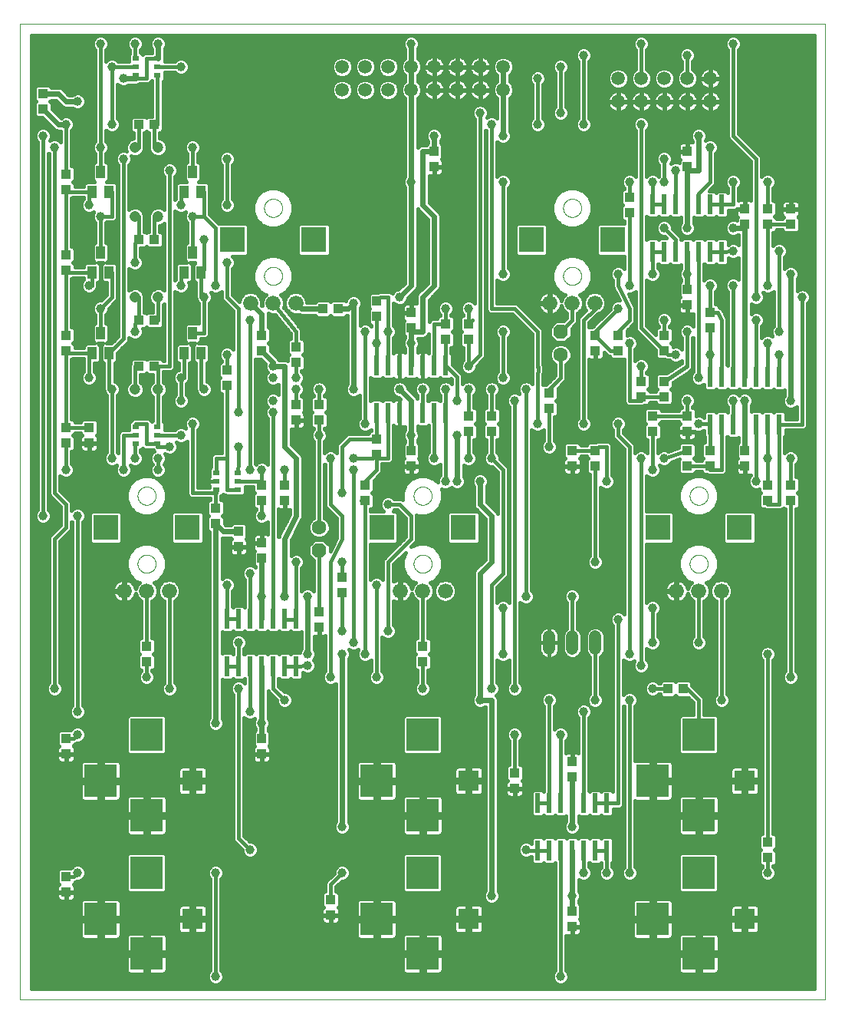
<source format=gtl>
G75*
%MOIN*%
%OFA0B0*%
%FSLAX25Y25*%
%IPPOS*%
%LPD*%
%AMOC8*
5,1,8,0,0,1.08239X$1,22.5*
%
%ADD10C,0.00000*%
%ADD11R,0.04331X0.03937*%
%ADD12R,0.03937X0.04331*%
%ADD13C,0.06600*%
%ADD14R,0.11024X0.11024*%
%ADD15R,0.03937X0.05512*%
%ADD16C,0.05200*%
%ADD17R,0.03150X0.02165*%
%ADD18R,0.09000X0.09000*%
%ADD19R,0.14000X0.14000*%
%ADD20C,0.05937*%
%ADD21OC8,0.06300*%
%ADD22C,0.06300*%
%ADD23R,0.02400X0.08700*%
%ADD24C,0.01600*%
%ADD25C,0.03962*%
%ADD26C,0.04750*%
%ADD27C,0.02400*%
%ADD28C,0.16598*%
D10*
X0031800Y0016800D02*
X0031800Y0440501D01*
X0381721Y0440501D01*
X0381721Y0016800D01*
X0031800Y0016800D01*
X0082863Y0206052D02*
X0082865Y0206177D01*
X0082871Y0206302D01*
X0082881Y0206426D01*
X0082895Y0206550D01*
X0082912Y0206674D01*
X0082934Y0206797D01*
X0082960Y0206919D01*
X0082989Y0207041D01*
X0083022Y0207161D01*
X0083060Y0207280D01*
X0083100Y0207399D01*
X0083145Y0207515D01*
X0083193Y0207630D01*
X0083245Y0207744D01*
X0083301Y0207856D01*
X0083360Y0207966D01*
X0083422Y0208074D01*
X0083488Y0208181D01*
X0083557Y0208285D01*
X0083630Y0208386D01*
X0083705Y0208486D01*
X0083784Y0208583D01*
X0083866Y0208677D01*
X0083951Y0208769D01*
X0084038Y0208858D01*
X0084129Y0208944D01*
X0084222Y0209027D01*
X0084318Y0209108D01*
X0084416Y0209185D01*
X0084516Y0209259D01*
X0084619Y0209330D01*
X0084724Y0209397D01*
X0084832Y0209462D01*
X0084941Y0209522D01*
X0085052Y0209580D01*
X0085165Y0209633D01*
X0085279Y0209683D01*
X0085395Y0209730D01*
X0085512Y0209772D01*
X0085631Y0209811D01*
X0085751Y0209847D01*
X0085872Y0209878D01*
X0085994Y0209906D01*
X0086116Y0209929D01*
X0086240Y0209949D01*
X0086364Y0209965D01*
X0086488Y0209977D01*
X0086613Y0209985D01*
X0086738Y0209989D01*
X0086862Y0209989D01*
X0086987Y0209985D01*
X0087112Y0209977D01*
X0087236Y0209965D01*
X0087360Y0209949D01*
X0087484Y0209929D01*
X0087606Y0209906D01*
X0087728Y0209878D01*
X0087849Y0209847D01*
X0087969Y0209811D01*
X0088088Y0209772D01*
X0088205Y0209730D01*
X0088321Y0209683D01*
X0088435Y0209633D01*
X0088548Y0209580D01*
X0088659Y0209522D01*
X0088769Y0209462D01*
X0088876Y0209397D01*
X0088981Y0209330D01*
X0089084Y0209259D01*
X0089184Y0209185D01*
X0089282Y0209108D01*
X0089378Y0209027D01*
X0089471Y0208944D01*
X0089562Y0208858D01*
X0089649Y0208769D01*
X0089734Y0208677D01*
X0089816Y0208583D01*
X0089895Y0208486D01*
X0089970Y0208386D01*
X0090043Y0208285D01*
X0090112Y0208181D01*
X0090178Y0208074D01*
X0090240Y0207966D01*
X0090299Y0207856D01*
X0090355Y0207744D01*
X0090407Y0207630D01*
X0090455Y0207515D01*
X0090500Y0207399D01*
X0090540Y0207280D01*
X0090578Y0207161D01*
X0090611Y0207041D01*
X0090640Y0206919D01*
X0090666Y0206797D01*
X0090688Y0206674D01*
X0090705Y0206550D01*
X0090719Y0206426D01*
X0090729Y0206302D01*
X0090735Y0206177D01*
X0090737Y0206052D01*
X0090735Y0205927D01*
X0090729Y0205802D01*
X0090719Y0205678D01*
X0090705Y0205554D01*
X0090688Y0205430D01*
X0090666Y0205307D01*
X0090640Y0205185D01*
X0090611Y0205063D01*
X0090578Y0204943D01*
X0090540Y0204824D01*
X0090500Y0204705D01*
X0090455Y0204589D01*
X0090407Y0204474D01*
X0090355Y0204360D01*
X0090299Y0204248D01*
X0090240Y0204138D01*
X0090178Y0204030D01*
X0090112Y0203923D01*
X0090043Y0203819D01*
X0089970Y0203718D01*
X0089895Y0203618D01*
X0089816Y0203521D01*
X0089734Y0203427D01*
X0089649Y0203335D01*
X0089562Y0203246D01*
X0089471Y0203160D01*
X0089378Y0203077D01*
X0089282Y0202996D01*
X0089184Y0202919D01*
X0089084Y0202845D01*
X0088981Y0202774D01*
X0088876Y0202707D01*
X0088768Y0202642D01*
X0088659Y0202582D01*
X0088548Y0202524D01*
X0088435Y0202471D01*
X0088321Y0202421D01*
X0088205Y0202374D01*
X0088088Y0202332D01*
X0087969Y0202293D01*
X0087849Y0202257D01*
X0087728Y0202226D01*
X0087606Y0202198D01*
X0087484Y0202175D01*
X0087360Y0202155D01*
X0087236Y0202139D01*
X0087112Y0202127D01*
X0086987Y0202119D01*
X0086862Y0202115D01*
X0086738Y0202115D01*
X0086613Y0202119D01*
X0086488Y0202127D01*
X0086364Y0202139D01*
X0086240Y0202155D01*
X0086116Y0202175D01*
X0085994Y0202198D01*
X0085872Y0202226D01*
X0085751Y0202257D01*
X0085631Y0202293D01*
X0085512Y0202332D01*
X0085395Y0202374D01*
X0085279Y0202421D01*
X0085165Y0202471D01*
X0085052Y0202524D01*
X0084941Y0202582D01*
X0084831Y0202642D01*
X0084724Y0202707D01*
X0084619Y0202774D01*
X0084516Y0202845D01*
X0084416Y0202919D01*
X0084318Y0202996D01*
X0084222Y0203077D01*
X0084129Y0203160D01*
X0084038Y0203246D01*
X0083951Y0203335D01*
X0083866Y0203427D01*
X0083784Y0203521D01*
X0083705Y0203618D01*
X0083630Y0203718D01*
X0083557Y0203819D01*
X0083488Y0203923D01*
X0083422Y0204030D01*
X0083360Y0204138D01*
X0083301Y0204248D01*
X0083245Y0204360D01*
X0083193Y0204474D01*
X0083145Y0204589D01*
X0083100Y0204705D01*
X0083060Y0204824D01*
X0083022Y0204943D01*
X0082989Y0205063D01*
X0082960Y0205185D01*
X0082934Y0205307D01*
X0082912Y0205430D01*
X0082895Y0205554D01*
X0082881Y0205678D01*
X0082871Y0205802D01*
X0082865Y0205927D01*
X0082863Y0206052D01*
X0082863Y0235580D02*
X0082865Y0235705D01*
X0082871Y0235830D01*
X0082881Y0235954D01*
X0082895Y0236078D01*
X0082912Y0236202D01*
X0082934Y0236325D01*
X0082960Y0236447D01*
X0082989Y0236569D01*
X0083022Y0236689D01*
X0083060Y0236808D01*
X0083100Y0236927D01*
X0083145Y0237043D01*
X0083193Y0237158D01*
X0083245Y0237272D01*
X0083301Y0237384D01*
X0083360Y0237494D01*
X0083422Y0237602D01*
X0083488Y0237709D01*
X0083557Y0237813D01*
X0083630Y0237914D01*
X0083705Y0238014D01*
X0083784Y0238111D01*
X0083866Y0238205D01*
X0083951Y0238297D01*
X0084038Y0238386D01*
X0084129Y0238472D01*
X0084222Y0238555D01*
X0084318Y0238636D01*
X0084416Y0238713D01*
X0084516Y0238787D01*
X0084619Y0238858D01*
X0084724Y0238925D01*
X0084832Y0238990D01*
X0084941Y0239050D01*
X0085052Y0239108D01*
X0085165Y0239161D01*
X0085279Y0239211D01*
X0085395Y0239258D01*
X0085512Y0239300D01*
X0085631Y0239339D01*
X0085751Y0239375D01*
X0085872Y0239406D01*
X0085994Y0239434D01*
X0086116Y0239457D01*
X0086240Y0239477D01*
X0086364Y0239493D01*
X0086488Y0239505D01*
X0086613Y0239513D01*
X0086738Y0239517D01*
X0086862Y0239517D01*
X0086987Y0239513D01*
X0087112Y0239505D01*
X0087236Y0239493D01*
X0087360Y0239477D01*
X0087484Y0239457D01*
X0087606Y0239434D01*
X0087728Y0239406D01*
X0087849Y0239375D01*
X0087969Y0239339D01*
X0088088Y0239300D01*
X0088205Y0239258D01*
X0088321Y0239211D01*
X0088435Y0239161D01*
X0088548Y0239108D01*
X0088659Y0239050D01*
X0088769Y0238990D01*
X0088876Y0238925D01*
X0088981Y0238858D01*
X0089084Y0238787D01*
X0089184Y0238713D01*
X0089282Y0238636D01*
X0089378Y0238555D01*
X0089471Y0238472D01*
X0089562Y0238386D01*
X0089649Y0238297D01*
X0089734Y0238205D01*
X0089816Y0238111D01*
X0089895Y0238014D01*
X0089970Y0237914D01*
X0090043Y0237813D01*
X0090112Y0237709D01*
X0090178Y0237602D01*
X0090240Y0237494D01*
X0090299Y0237384D01*
X0090355Y0237272D01*
X0090407Y0237158D01*
X0090455Y0237043D01*
X0090500Y0236927D01*
X0090540Y0236808D01*
X0090578Y0236689D01*
X0090611Y0236569D01*
X0090640Y0236447D01*
X0090666Y0236325D01*
X0090688Y0236202D01*
X0090705Y0236078D01*
X0090719Y0235954D01*
X0090729Y0235830D01*
X0090735Y0235705D01*
X0090737Y0235580D01*
X0090735Y0235455D01*
X0090729Y0235330D01*
X0090719Y0235206D01*
X0090705Y0235082D01*
X0090688Y0234958D01*
X0090666Y0234835D01*
X0090640Y0234713D01*
X0090611Y0234591D01*
X0090578Y0234471D01*
X0090540Y0234352D01*
X0090500Y0234233D01*
X0090455Y0234117D01*
X0090407Y0234002D01*
X0090355Y0233888D01*
X0090299Y0233776D01*
X0090240Y0233666D01*
X0090178Y0233558D01*
X0090112Y0233451D01*
X0090043Y0233347D01*
X0089970Y0233246D01*
X0089895Y0233146D01*
X0089816Y0233049D01*
X0089734Y0232955D01*
X0089649Y0232863D01*
X0089562Y0232774D01*
X0089471Y0232688D01*
X0089378Y0232605D01*
X0089282Y0232524D01*
X0089184Y0232447D01*
X0089084Y0232373D01*
X0088981Y0232302D01*
X0088876Y0232235D01*
X0088768Y0232170D01*
X0088659Y0232110D01*
X0088548Y0232052D01*
X0088435Y0231999D01*
X0088321Y0231949D01*
X0088205Y0231902D01*
X0088088Y0231860D01*
X0087969Y0231821D01*
X0087849Y0231785D01*
X0087728Y0231754D01*
X0087606Y0231726D01*
X0087484Y0231703D01*
X0087360Y0231683D01*
X0087236Y0231667D01*
X0087112Y0231655D01*
X0086987Y0231647D01*
X0086862Y0231643D01*
X0086738Y0231643D01*
X0086613Y0231647D01*
X0086488Y0231655D01*
X0086364Y0231667D01*
X0086240Y0231683D01*
X0086116Y0231703D01*
X0085994Y0231726D01*
X0085872Y0231754D01*
X0085751Y0231785D01*
X0085631Y0231821D01*
X0085512Y0231860D01*
X0085395Y0231902D01*
X0085279Y0231949D01*
X0085165Y0231999D01*
X0085052Y0232052D01*
X0084941Y0232110D01*
X0084831Y0232170D01*
X0084724Y0232235D01*
X0084619Y0232302D01*
X0084516Y0232373D01*
X0084416Y0232447D01*
X0084318Y0232524D01*
X0084222Y0232605D01*
X0084129Y0232688D01*
X0084038Y0232774D01*
X0083951Y0232863D01*
X0083866Y0232955D01*
X0083784Y0233049D01*
X0083705Y0233146D01*
X0083630Y0233246D01*
X0083557Y0233347D01*
X0083488Y0233451D01*
X0083422Y0233558D01*
X0083360Y0233666D01*
X0083301Y0233776D01*
X0083245Y0233888D01*
X0083193Y0234002D01*
X0083145Y0234117D01*
X0083100Y0234233D01*
X0083060Y0234352D01*
X0083022Y0234471D01*
X0082989Y0234591D01*
X0082960Y0234713D01*
X0082934Y0234835D01*
X0082912Y0234958D01*
X0082895Y0235082D01*
X0082881Y0235206D01*
X0082871Y0235330D01*
X0082865Y0235455D01*
X0082863Y0235580D01*
X0137863Y0331052D02*
X0137865Y0331177D01*
X0137871Y0331302D01*
X0137881Y0331426D01*
X0137895Y0331550D01*
X0137912Y0331674D01*
X0137934Y0331797D01*
X0137960Y0331919D01*
X0137989Y0332041D01*
X0138022Y0332161D01*
X0138060Y0332280D01*
X0138100Y0332399D01*
X0138145Y0332515D01*
X0138193Y0332630D01*
X0138245Y0332744D01*
X0138301Y0332856D01*
X0138360Y0332966D01*
X0138422Y0333074D01*
X0138488Y0333181D01*
X0138557Y0333285D01*
X0138630Y0333386D01*
X0138705Y0333486D01*
X0138784Y0333583D01*
X0138866Y0333677D01*
X0138951Y0333769D01*
X0139038Y0333858D01*
X0139129Y0333944D01*
X0139222Y0334027D01*
X0139318Y0334108D01*
X0139416Y0334185D01*
X0139516Y0334259D01*
X0139619Y0334330D01*
X0139724Y0334397D01*
X0139832Y0334462D01*
X0139941Y0334522D01*
X0140052Y0334580D01*
X0140165Y0334633D01*
X0140279Y0334683D01*
X0140395Y0334730D01*
X0140512Y0334772D01*
X0140631Y0334811D01*
X0140751Y0334847D01*
X0140872Y0334878D01*
X0140994Y0334906D01*
X0141116Y0334929D01*
X0141240Y0334949D01*
X0141364Y0334965D01*
X0141488Y0334977D01*
X0141613Y0334985D01*
X0141738Y0334989D01*
X0141862Y0334989D01*
X0141987Y0334985D01*
X0142112Y0334977D01*
X0142236Y0334965D01*
X0142360Y0334949D01*
X0142484Y0334929D01*
X0142606Y0334906D01*
X0142728Y0334878D01*
X0142849Y0334847D01*
X0142969Y0334811D01*
X0143088Y0334772D01*
X0143205Y0334730D01*
X0143321Y0334683D01*
X0143435Y0334633D01*
X0143548Y0334580D01*
X0143659Y0334522D01*
X0143769Y0334462D01*
X0143876Y0334397D01*
X0143981Y0334330D01*
X0144084Y0334259D01*
X0144184Y0334185D01*
X0144282Y0334108D01*
X0144378Y0334027D01*
X0144471Y0333944D01*
X0144562Y0333858D01*
X0144649Y0333769D01*
X0144734Y0333677D01*
X0144816Y0333583D01*
X0144895Y0333486D01*
X0144970Y0333386D01*
X0145043Y0333285D01*
X0145112Y0333181D01*
X0145178Y0333074D01*
X0145240Y0332966D01*
X0145299Y0332856D01*
X0145355Y0332744D01*
X0145407Y0332630D01*
X0145455Y0332515D01*
X0145500Y0332399D01*
X0145540Y0332280D01*
X0145578Y0332161D01*
X0145611Y0332041D01*
X0145640Y0331919D01*
X0145666Y0331797D01*
X0145688Y0331674D01*
X0145705Y0331550D01*
X0145719Y0331426D01*
X0145729Y0331302D01*
X0145735Y0331177D01*
X0145737Y0331052D01*
X0145735Y0330927D01*
X0145729Y0330802D01*
X0145719Y0330678D01*
X0145705Y0330554D01*
X0145688Y0330430D01*
X0145666Y0330307D01*
X0145640Y0330185D01*
X0145611Y0330063D01*
X0145578Y0329943D01*
X0145540Y0329824D01*
X0145500Y0329705D01*
X0145455Y0329589D01*
X0145407Y0329474D01*
X0145355Y0329360D01*
X0145299Y0329248D01*
X0145240Y0329138D01*
X0145178Y0329030D01*
X0145112Y0328923D01*
X0145043Y0328819D01*
X0144970Y0328718D01*
X0144895Y0328618D01*
X0144816Y0328521D01*
X0144734Y0328427D01*
X0144649Y0328335D01*
X0144562Y0328246D01*
X0144471Y0328160D01*
X0144378Y0328077D01*
X0144282Y0327996D01*
X0144184Y0327919D01*
X0144084Y0327845D01*
X0143981Y0327774D01*
X0143876Y0327707D01*
X0143768Y0327642D01*
X0143659Y0327582D01*
X0143548Y0327524D01*
X0143435Y0327471D01*
X0143321Y0327421D01*
X0143205Y0327374D01*
X0143088Y0327332D01*
X0142969Y0327293D01*
X0142849Y0327257D01*
X0142728Y0327226D01*
X0142606Y0327198D01*
X0142484Y0327175D01*
X0142360Y0327155D01*
X0142236Y0327139D01*
X0142112Y0327127D01*
X0141987Y0327119D01*
X0141862Y0327115D01*
X0141738Y0327115D01*
X0141613Y0327119D01*
X0141488Y0327127D01*
X0141364Y0327139D01*
X0141240Y0327155D01*
X0141116Y0327175D01*
X0140994Y0327198D01*
X0140872Y0327226D01*
X0140751Y0327257D01*
X0140631Y0327293D01*
X0140512Y0327332D01*
X0140395Y0327374D01*
X0140279Y0327421D01*
X0140165Y0327471D01*
X0140052Y0327524D01*
X0139941Y0327582D01*
X0139831Y0327642D01*
X0139724Y0327707D01*
X0139619Y0327774D01*
X0139516Y0327845D01*
X0139416Y0327919D01*
X0139318Y0327996D01*
X0139222Y0328077D01*
X0139129Y0328160D01*
X0139038Y0328246D01*
X0138951Y0328335D01*
X0138866Y0328427D01*
X0138784Y0328521D01*
X0138705Y0328618D01*
X0138630Y0328718D01*
X0138557Y0328819D01*
X0138488Y0328923D01*
X0138422Y0329030D01*
X0138360Y0329138D01*
X0138301Y0329248D01*
X0138245Y0329360D01*
X0138193Y0329474D01*
X0138145Y0329589D01*
X0138100Y0329705D01*
X0138060Y0329824D01*
X0138022Y0329943D01*
X0137989Y0330063D01*
X0137960Y0330185D01*
X0137934Y0330307D01*
X0137912Y0330430D01*
X0137895Y0330554D01*
X0137881Y0330678D01*
X0137871Y0330802D01*
X0137865Y0330927D01*
X0137863Y0331052D01*
X0137863Y0360580D02*
X0137865Y0360705D01*
X0137871Y0360830D01*
X0137881Y0360954D01*
X0137895Y0361078D01*
X0137912Y0361202D01*
X0137934Y0361325D01*
X0137960Y0361447D01*
X0137989Y0361569D01*
X0138022Y0361689D01*
X0138060Y0361808D01*
X0138100Y0361927D01*
X0138145Y0362043D01*
X0138193Y0362158D01*
X0138245Y0362272D01*
X0138301Y0362384D01*
X0138360Y0362494D01*
X0138422Y0362602D01*
X0138488Y0362709D01*
X0138557Y0362813D01*
X0138630Y0362914D01*
X0138705Y0363014D01*
X0138784Y0363111D01*
X0138866Y0363205D01*
X0138951Y0363297D01*
X0139038Y0363386D01*
X0139129Y0363472D01*
X0139222Y0363555D01*
X0139318Y0363636D01*
X0139416Y0363713D01*
X0139516Y0363787D01*
X0139619Y0363858D01*
X0139724Y0363925D01*
X0139832Y0363990D01*
X0139941Y0364050D01*
X0140052Y0364108D01*
X0140165Y0364161D01*
X0140279Y0364211D01*
X0140395Y0364258D01*
X0140512Y0364300D01*
X0140631Y0364339D01*
X0140751Y0364375D01*
X0140872Y0364406D01*
X0140994Y0364434D01*
X0141116Y0364457D01*
X0141240Y0364477D01*
X0141364Y0364493D01*
X0141488Y0364505D01*
X0141613Y0364513D01*
X0141738Y0364517D01*
X0141862Y0364517D01*
X0141987Y0364513D01*
X0142112Y0364505D01*
X0142236Y0364493D01*
X0142360Y0364477D01*
X0142484Y0364457D01*
X0142606Y0364434D01*
X0142728Y0364406D01*
X0142849Y0364375D01*
X0142969Y0364339D01*
X0143088Y0364300D01*
X0143205Y0364258D01*
X0143321Y0364211D01*
X0143435Y0364161D01*
X0143548Y0364108D01*
X0143659Y0364050D01*
X0143769Y0363990D01*
X0143876Y0363925D01*
X0143981Y0363858D01*
X0144084Y0363787D01*
X0144184Y0363713D01*
X0144282Y0363636D01*
X0144378Y0363555D01*
X0144471Y0363472D01*
X0144562Y0363386D01*
X0144649Y0363297D01*
X0144734Y0363205D01*
X0144816Y0363111D01*
X0144895Y0363014D01*
X0144970Y0362914D01*
X0145043Y0362813D01*
X0145112Y0362709D01*
X0145178Y0362602D01*
X0145240Y0362494D01*
X0145299Y0362384D01*
X0145355Y0362272D01*
X0145407Y0362158D01*
X0145455Y0362043D01*
X0145500Y0361927D01*
X0145540Y0361808D01*
X0145578Y0361689D01*
X0145611Y0361569D01*
X0145640Y0361447D01*
X0145666Y0361325D01*
X0145688Y0361202D01*
X0145705Y0361078D01*
X0145719Y0360954D01*
X0145729Y0360830D01*
X0145735Y0360705D01*
X0145737Y0360580D01*
X0145735Y0360455D01*
X0145729Y0360330D01*
X0145719Y0360206D01*
X0145705Y0360082D01*
X0145688Y0359958D01*
X0145666Y0359835D01*
X0145640Y0359713D01*
X0145611Y0359591D01*
X0145578Y0359471D01*
X0145540Y0359352D01*
X0145500Y0359233D01*
X0145455Y0359117D01*
X0145407Y0359002D01*
X0145355Y0358888D01*
X0145299Y0358776D01*
X0145240Y0358666D01*
X0145178Y0358558D01*
X0145112Y0358451D01*
X0145043Y0358347D01*
X0144970Y0358246D01*
X0144895Y0358146D01*
X0144816Y0358049D01*
X0144734Y0357955D01*
X0144649Y0357863D01*
X0144562Y0357774D01*
X0144471Y0357688D01*
X0144378Y0357605D01*
X0144282Y0357524D01*
X0144184Y0357447D01*
X0144084Y0357373D01*
X0143981Y0357302D01*
X0143876Y0357235D01*
X0143768Y0357170D01*
X0143659Y0357110D01*
X0143548Y0357052D01*
X0143435Y0356999D01*
X0143321Y0356949D01*
X0143205Y0356902D01*
X0143088Y0356860D01*
X0142969Y0356821D01*
X0142849Y0356785D01*
X0142728Y0356754D01*
X0142606Y0356726D01*
X0142484Y0356703D01*
X0142360Y0356683D01*
X0142236Y0356667D01*
X0142112Y0356655D01*
X0141987Y0356647D01*
X0141862Y0356643D01*
X0141738Y0356643D01*
X0141613Y0356647D01*
X0141488Y0356655D01*
X0141364Y0356667D01*
X0141240Y0356683D01*
X0141116Y0356703D01*
X0140994Y0356726D01*
X0140872Y0356754D01*
X0140751Y0356785D01*
X0140631Y0356821D01*
X0140512Y0356860D01*
X0140395Y0356902D01*
X0140279Y0356949D01*
X0140165Y0356999D01*
X0140052Y0357052D01*
X0139941Y0357110D01*
X0139831Y0357170D01*
X0139724Y0357235D01*
X0139619Y0357302D01*
X0139516Y0357373D01*
X0139416Y0357447D01*
X0139318Y0357524D01*
X0139222Y0357605D01*
X0139129Y0357688D01*
X0139038Y0357774D01*
X0138951Y0357863D01*
X0138866Y0357955D01*
X0138784Y0358049D01*
X0138705Y0358146D01*
X0138630Y0358246D01*
X0138557Y0358347D01*
X0138488Y0358451D01*
X0138422Y0358558D01*
X0138360Y0358666D01*
X0138301Y0358776D01*
X0138245Y0358888D01*
X0138193Y0359002D01*
X0138145Y0359117D01*
X0138100Y0359233D01*
X0138060Y0359352D01*
X0138022Y0359471D01*
X0137989Y0359591D01*
X0137960Y0359713D01*
X0137934Y0359835D01*
X0137912Y0359958D01*
X0137895Y0360082D01*
X0137881Y0360206D01*
X0137871Y0360330D01*
X0137865Y0360455D01*
X0137863Y0360580D01*
X0202863Y0235580D02*
X0202865Y0235705D01*
X0202871Y0235830D01*
X0202881Y0235954D01*
X0202895Y0236078D01*
X0202912Y0236202D01*
X0202934Y0236325D01*
X0202960Y0236447D01*
X0202989Y0236569D01*
X0203022Y0236689D01*
X0203060Y0236808D01*
X0203100Y0236927D01*
X0203145Y0237043D01*
X0203193Y0237158D01*
X0203245Y0237272D01*
X0203301Y0237384D01*
X0203360Y0237494D01*
X0203422Y0237602D01*
X0203488Y0237709D01*
X0203557Y0237813D01*
X0203630Y0237914D01*
X0203705Y0238014D01*
X0203784Y0238111D01*
X0203866Y0238205D01*
X0203951Y0238297D01*
X0204038Y0238386D01*
X0204129Y0238472D01*
X0204222Y0238555D01*
X0204318Y0238636D01*
X0204416Y0238713D01*
X0204516Y0238787D01*
X0204619Y0238858D01*
X0204724Y0238925D01*
X0204832Y0238990D01*
X0204941Y0239050D01*
X0205052Y0239108D01*
X0205165Y0239161D01*
X0205279Y0239211D01*
X0205395Y0239258D01*
X0205512Y0239300D01*
X0205631Y0239339D01*
X0205751Y0239375D01*
X0205872Y0239406D01*
X0205994Y0239434D01*
X0206116Y0239457D01*
X0206240Y0239477D01*
X0206364Y0239493D01*
X0206488Y0239505D01*
X0206613Y0239513D01*
X0206738Y0239517D01*
X0206862Y0239517D01*
X0206987Y0239513D01*
X0207112Y0239505D01*
X0207236Y0239493D01*
X0207360Y0239477D01*
X0207484Y0239457D01*
X0207606Y0239434D01*
X0207728Y0239406D01*
X0207849Y0239375D01*
X0207969Y0239339D01*
X0208088Y0239300D01*
X0208205Y0239258D01*
X0208321Y0239211D01*
X0208435Y0239161D01*
X0208548Y0239108D01*
X0208659Y0239050D01*
X0208769Y0238990D01*
X0208876Y0238925D01*
X0208981Y0238858D01*
X0209084Y0238787D01*
X0209184Y0238713D01*
X0209282Y0238636D01*
X0209378Y0238555D01*
X0209471Y0238472D01*
X0209562Y0238386D01*
X0209649Y0238297D01*
X0209734Y0238205D01*
X0209816Y0238111D01*
X0209895Y0238014D01*
X0209970Y0237914D01*
X0210043Y0237813D01*
X0210112Y0237709D01*
X0210178Y0237602D01*
X0210240Y0237494D01*
X0210299Y0237384D01*
X0210355Y0237272D01*
X0210407Y0237158D01*
X0210455Y0237043D01*
X0210500Y0236927D01*
X0210540Y0236808D01*
X0210578Y0236689D01*
X0210611Y0236569D01*
X0210640Y0236447D01*
X0210666Y0236325D01*
X0210688Y0236202D01*
X0210705Y0236078D01*
X0210719Y0235954D01*
X0210729Y0235830D01*
X0210735Y0235705D01*
X0210737Y0235580D01*
X0210735Y0235455D01*
X0210729Y0235330D01*
X0210719Y0235206D01*
X0210705Y0235082D01*
X0210688Y0234958D01*
X0210666Y0234835D01*
X0210640Y0234713D01*
X0210611Y0234591D01*
X0210578Y0234471D01*
X0210540Y0234352D01*
X0210500Y0234233D01*
X0210455Y0234117D01*
X0210407Y0234002D01*
X0210355Y0233888D01*
X0210299Y0233776D01*
X0210240Y0233666D01*
X0210178Y0233558D01*
X0210112Y0233451D01*
X0210043Y0233347D01*
X0209970Y0233246D01*
X0209895Y0233146D01*
X0209816Y0233049D01*
X0209734Y0232955D01*
X0209649Y0232863D01*
X0209562Y0232774D01*
X0209471Y0232688D01*
X0209378Y0232605D01*
X0209282Y0232524D01*
X0209184Y0232447D01*
X0209084Y0232373D01*
X0208981Y0232302D01*
X0208876Y0232235D01*
X0208768Y0232170D01*
X0208659Y0232110D01*
X0208548Y0232052D01*
X0208435Y0231999D01*
X0208321Y0231949D01*
X0208205Y0231902D01*
X0208088Y0231860D01*
X0207969Y0231821D01*
X0207849Y0231785D01*
X0207728Y0231754D01*
X0207606Y0231726D01*
X0207484Y0231703D01*
X0207360Y0231683D01*
X0207236Y0231667D01*
X0207112Y0231655D01*
X0206987Y0231647D01*
X0206862Y0231643D01*
X0206738Y0231643D01*
X0206613Y0231647D01*
X0206488Y0231655D01*
X0206364Y0231667D01*
X0206240Y0231683D01*
X0206116Y0231703D01*
X0205994Y0231726D01*
X0205872Y0231754D01*
X0205751Y0231785D01*
X0205631Y0231821D01*
X0205512Y0231860D01*
X0205395Y0231902D01*
X0205279Y0231949D01*
X0205165Y0231999D01*
X0205052Y0232052D01*
X0204941Y0232110D01*
X0204831Y0232170D01*
X0204724Y0232235D01*
X0204619Y0232302D01*
X0204516Y0232373D01*
X0204416Y0232447D01*
X0204318Y0232524D01*
X0204222Y0232605D01*
X0204129Y0232688D01*
X0204038Y0232774D01*
X0203951Y0232863D01*
X0203866Y0232955D01*
X0203784Y0233049D01*
X0203705Y0233146D01*
X0203630Y0233246D01*
X0203557Y0233347D01*
X0203488Y0233451D01*
X0203422Y0233558D01*
X0203360Y0233666D01*
X0203301Y0233776D01*
X0203245Y0233888D01*
X0203193Y0234002D01*
X0203145Y0234117D01*
X0203100Y0234233D01*
X0203060Y0234352D01*
X0203022Y0234471D01*
X0202989Y0234591D01*
X0202960Y0234713D01*
X0202934Y0234835D01*
X0202912Y0234958D01*
X0202895Y0235082D01*
X0202881Y0235206D01*
X0202871Y0235330D01*
X0202865Y0235455D01*
X0202863Y0235580D01*
X0202863Y0206052D02*
X0202865Y0206177D01*
X0202871Y0206302D01*
X0202881Y0206426D01*
X0202895Y0206550D01*
X0202912Y0206674D01*
X0202934Y0206797D01*
X0202960Y0206919D01*
X0202989Y0207041D01*
X0203022Y0207161D01*
X0203060Y0207280D01*
X0203100Y0207399D01*
X0203145Y0207515D01*
X0203193Y0207630D01*
X0203245Y0207744D01*
X0203301Y0207856D01*
X0203360Y0207966D01*
X0203422Y0208074D01*
X0203488Y0208181D01*
X0203557Y0208285D01*
X0203630Y0208386D01*
X0203705Y0208486D01*
X0203784Y0208583D01*
X0203866Y0208677D01*
X0203951Y0208769D01*
X0204038Y0208858D01*
X0204129Y0208944D01*
X0204222Y0209027D01*
X0204318Y0209108D01*
X0204416Y0209185D01*
X0204516Y0209259D01*
X0204619Y0209330D01*
X0204724Y0209397D01*
X0204832Y0209462D01*
X0204941Y0209522D01*
X0205052Y0209580D01*
X0205165Y0209633D01*
X0205279Y0209683D01*
X0205395Y0209730D01*
X0205512Y0209772D01*
X0205631Y0209811D01*
X0205751Y0209847D01*
X0205872Y0209878D01*
X0205994Y0209906D01*
X0206116Y0209929D01*
X0206240Y0209949D01*
X0206364Y0209965D01*
X0206488Y0209977D01*
X0206613Y0209985D01*
X0206738Y0209989D01*
X0206862Y0209989D01*
X0206987Y0209985D01*
X0207112Y0209977D01*
X0207236Y0209965D01*
X0207360Y0209949D01*
X0207484Y0209929D01*
X0207606Y0209906D01*
X0207728Y0209878D01*
X0207849Y0209847D01*
X0207969Y0209811D01*
X0208088Y0209772D01*
X0208205Y0209730D01*
X0208321Y0209683D01*
X0208435Y0209633D01*
X0208548Y0209580D01*
X0208659Y0209522D01*
X0208769Y0209462D01*
X0208876Y0209397D01*
X0208981Y0209330D01*
X0209084Y0209259D01*
X0209184Y0209185D01*
X0209282Y0209108D01*
X0209378Y0209027D01*
X0209471Y0208944D01*
X0209562Y0208858D01*
X0209649Y0208769D01*
X0209734Y0208677D01*
X0209816Y0208583D01*
X0209895Y0208486D01*
X0209970Y0208386D01*
X0210043Y0208285D01*
X0210112Y0208181D01*
X0210178Y0208074D01*
X0210240Y0207966D01*
X0210299Y0207856D01*
X0210355Y0207744D01*
X0210407Y0207630D01*
X0210455Y0207515D01*
X0210500Y0207399D01*
X0210540Y0207280D01*
X0210578Y0207161D01*
X0210611Y0207041D01*
X0210640Y0206919D01*
X0210666Y0206797D01*
X0210688Y0206674D01*
X0210705Y0206550D01*
X0210719Y0206426D01*
X0210729Y0206302D01*
X0210735Y0206177D01*
X0210737Y0206052D01*
X0210735Y0205927D01*
X0210729Y0205802D01*
X0210719Y0205678D01*
X0210705Y0205554D01*
X0210688Y0205430D01*
X0210666Y0205307D01*
X0210640Y0205185D01*
X0210611Y0205063D01*
X0210578Y0204943D01*
X0210540Y0204824D01*
X0210500Y0204705D01*
X0210455Y0204589D01*
X0210407Y0204474D01*
X0210355Y0204360D01*
X0210299Y0204248D01*
X0210240Y0204138D01*
X0210178Y0204030D01*
X0210112Y0203923D01*
X0210043Y0203819D01*
X0209970Y0203718D01*
X0209895Y0203618D01*
X0209816Y0203521D01*
X0209734Y0203427D01*
X0209649Y0203335D01*
X0209562Y0203246D01*
X0209471Y0203160D01*
X0209378Y0203077D01*
X0209282Y0202996D01*
X0209184Y0202919D01*
X0209084Y0202845D01*
X0208981Y0202774D01*
X0208876Y0202707D01*
X0208768Y0202642D01*
X0208659Y0202582D01*
X0208548Y0202524D01*
X0208435Y0202471D01*
X0208321Y0202421D01*
X0208205Y0202374D01*
X0208088Y0202332D01*
X0207969Y0202293D01*
X0207849Y0202257D01*
X0207728Y0202226D01*
X0207606Y0202198D01*
X0207484Y0202175D01*
X0207360Y0202155D01*
X0207236Y0202139D01*
X0207112Y0202127D01*
X0206987Y0202119D01*
X0206862Y0202115D01*
X0206738Y0202115D01*
X0206613Y0202119D01*
X0206488Y0202127D01*
X0206364Y0202139D01*
X0206240Y0202155D01*
X0206116Y0202175D01*
X0205994Y0202198D01*
X0205872Y0202226D01*
X0205751Y0202257D01*
X0205631Y0202293D01*
X0205512Y0202332D01*
X0205395Y0202374D01*
X0205279Y0202421D01*
X0205165Y0202471D01*
X0205052Y0202524D01*
X0204941Y0202582D01*
X0204831Y0202642D01*
X0204724Y0202707D01*
X0204619Y0202774D01*
X0204516Y0202845D01*
X0204416Y0202919D01*
X0204318Y0202996D01*
X0204222Y0203077D01*
X0204129Y0203160D01*
X0204038Y0203246D01*
X0203951Y0203335D01*
X0203866Y0203427D01*
X0203784Y0203521D01*
X0203705Y0203618D01*
X0203630Y0203718D01*
X0203557Y0203819D01*
X0203488Y0203923D01*
X0203422Y0204030D01*
X0203360Y0204138D01*
X0203301Y0204248D01*
X0203245Y0204360D01*
X0203193Y0204474D01*
X0203145Y0204589D01*
X0203100Y0204705D01*
X0203060Y0204824D01*
X0203022Y0204943D01*
X0202989Y0205063D01*
X0202960Y0205185D01*
X0202934Y0205307D01*
X0202912Y0205430D01*
X0202895Y0205554D01*
X0202881Y0205678D01*
X0202871Y0205802D01*
X0202865Y0205927D01*
X0202863Y0206052D01*
X0267863Y0331052D02*
X0267865Y0331177D01*
X0267871Y0331302D01*
X0267881Y0331426D01*
X0267895Y0331550D01*
X0267912Y0331674D01*
X0267934Y0331797D01*
X0267960Y0331919D01*
X0267989Y0332041D01*
X0268022Y0332161D01*
X0268060Y0332280D01*
X0268100Y0332399D01*
X0268145Y0332515D01*
X0268193Y0332630D01*
X0268245Y0332744D01*
X0268301Y0332856D01*
X0268360Y0332966D01*
X0268422Y0333074D01*
X0268488Y0333181D01*
X0268557Y0333285D01*
X0268630Y0333386D01*
X0268705Y0333486D01*
X0268784Y0333583D01*
X0268866Y0333677D01*
X0268951Y0333769D01*
X0269038Y0333858D01*
X0269129Y0333944D01*
X0269222Y0334027D01*
X0269318Y0334108D01*
X0269416Y0334185D01*
X0269516Y0334259D01*
X0269619Y0334330D01*
X0269724Y0334397D01*
X0269832Y0334462D01*
X0269941Y0334522D01*
X0270052Y0334580D01*
X0270165Y0334633D01*
X0270279Y0334683D01*
X0270395Y0334730D01*
X0270512Y0334772D01*
X0270631Y0334811D01*
X0270751Y0334847D01*
X0270872Y0334878D01*
X0270994Y0334906D01*
X0271116Y0334929D01*
X0271240Y0334949D01*
X0271364Y0334965D01*
X0271488Y0334977D01*
X0271613Y0334985D01*
X0271738Y0334989D01*
X0271862Y0334989D01*
X0271987Y0334985D01*
X0272112Y0334977D01*
X0272236Y0334965D01*
X0272360Y0334949D01*
X0272484Y0334929D01*
X0272606Y0334906D01*
X0272728Y0334878D01*
X0272849Y0334847D01*
X0272969Y0334811D01*
X0273088Y0334772D01*
X0273205Y0334730D01*
X0273321Y0334683D01*
X0273435Y0334633D01*
X0273548Y0334580D01*
X0273659Y0334522D01*
X0273769Y0334462D01*
X0273876Y0334397D01*
X0273981Y0334330D01*
X0274084Y0334259D01*
X0274184Y0334185D01*
X0274282Y0334108D01*
X0274378Y0334027D01*
X0274471Y0333944D01*
X0274562Y0333858D01*
X0274649Y0333769D01*
X0274734Y0333677D01*
X0274816Y0333583D01*
X0274895Y0333486D01*
X0274970Y0333386D01*
X0275043Y0333285D01*
X0275112Y0333181D01*
X0275178Y0333074D01*
X0275240Y0332966D01*
X0275299Y0332856D01*
X0275355Y0332744D01*
X0275407Y0332630D01*
X0275455Y0332515D01*
X0275500Y0332399D01*
X0275540Y0332280D01*
X0275578Y0332161D01*
X0275611Y0332041D01*
X0275640Y0331919D01*
X0275666Y0331797D01*
X0275688Y0331674D01*
X0275705Y0331550D01*
X0275719Y0331426D01*
X0275729Y0331302D01*
X0275735Y0331177D01*
X0275737Y0331052D01*
X0275735Y0330927D01*
X0275729Y0330802D01*
X0275719Y0330678D01*
X0275705Y0330554D01*
X0275688Y0330430D01*
X0275666Y0330307D01*
X0275640Y0330185D01*
X0275611Y0330063D01*
X0275578Y0329943D01*
X0275540Y0329824D01*
X0275500Y0329705D01*
X0275455Y0329589D01*
X0275407Y0329474D01*
X0275355Y0329360D01*
X0275299Y0329248D01*
X0275240Y0329138D01*
X0275178Y0329030D01*
X0275112Y0328923D01*
X0275043Y0328819D01*
X0274970Y0328718D01*
X0274895Y0328618D01*
X0274816Y0328521D01*
X0274734Y0328427D01*
X0274649Y0328335D01*
X0274562Y0328246D01*
X0274471Y0328160D01*
X0274378Y0328077D01*
X0274282Y0327996D01*
X0274184Y0327919D01*
X0274084Y0327845D01*
X0273981Y0327774D01*
X0273876Y0327707D01*
X0273768Y0327642D01*
X0273659Y0327582D01*
X0273548Y0327524D01*
X0273435Y0327471D01*
X0273321Y0327421D01*
X0273205Y0327374D01*
X0273088Y0327332D01*
X0272969Y0327293D01*
X0272849Y0327257D01*
X0272728Y0327226D01*
X0272606Y0327198D01*
X0272484Y0327175D01*
X0272360Y0327155D01*
X0272236Y0327139D01*
X0272112Y0327127D01*
X0271987Y0327119D01*
X0271862Y0327115D01*
X0271738Y0327115D01*
X0271613Y0327119D01*
X0271488Y0327127D01*
X0271364Y0327139D01*
X0271240Y0327155D01*
X0271116Y0327175D01*
X0270994Y0327198D01*
X0270872Y0327226D01*
X0270751Y0327257D01*
X0270631Y0327293D01*
X0270512Y0327332D01*
X0270395Y0327374D01*
X0270279Y0327421D01*
X0270165Y0327471D01*
X0270052Y0327524D01*
X0269941Y0327582D01*
X0269831Y0327642D01*
X0269724Y0327707D01*
X0269619Y0327774D01*
X0269516Y0327845D01*
X0269416Y0327919D01*
X0269318Y0327996D01*
X0269222Y0328077D01*
X0269129Y0328160D01*
X0269038Y0328246D01*
X0268951Y0328335D01*
X0268866Y0328427D01*
X0268784Y0328521D01*
X0268705Y0328618D01*
X0268630Y0328718D01*
X0268557Y0328819D01*
X0268488Y0328923D01*
X0268422Y0329030D01*
X0268360Y0329138D01*
X0268301Y0329248D01*
X0268245Y0329360D01*
X0268193Y0329474D01*
X0268145Y0329589D01*
X0268100Y0329705D01*
X0268060Y0329824D01*
X0268022Y0329943D01*
X0267989Y0330063D01*
X0267960Y0330185D01*
X0267934Y0330307D01*
X0267912Y0330430D01*
X0267895Y0330554D01*
X0267881Y0330678D01*
X0267871Y0330802D01*
X0267865Y0330927D01*
X0267863Y0331052D01*
X0267863Y0360580D02*
X0267865Y0360705D01*
X0267871Y0360830D01*
X0267881Y0360954D01*
X0267895Y0361078D01*
X0267912Y0361202D01*
X0267934Y0361325D01*
X0267960Y0361447D01*
X0267989Y0361569D01*
X0268022Y0361689D01*
X0268060Y0361808D01*
X0268100Y0361927D01*
X0268145Y0362043D01*
X0268193Y0362158D01*
X0268245Y0362272D01*
X0268301Y0362384D01*
X0268360Y0362494D01*
X0268422Y0362602D01*
X0268488Y0362709D01*
X0268557Y0362813D01*
X0268630Y0362914D01*
X0268705Y0363014D01*
X0268784Y0363111D01*
X0268866Y0363205D01*
X0268951Y0363297D01*
X0269038Y0363386D01*
X0269129Y0363472D01*
X0269222Y0363555D01*
X0269318Y0363636D01*
X0269416Y0363713D01*
X0269516Y0363787D01*
X0269619Y0363858D01*
X0269724Y0363925D01*
X0269832Y0363990D01*
X0269941Y0364050D01*
X0270052Y0364108D01*
X0270165Y0364161D01*
X0270279Y0364211D01*
X0270395Y0364258D01*
X0270512Y0364300D01*
X0270631Y0364339D01*
X0270751Y0364375D01*
X0270872Y0364406D01*
X0270994Y0364434D01*
X0271116Y0364457D01*
X0271240Y0364477D01*
X0271364Y0364493D01*
X0271488Y0364505D01*
X0271613Y0364513D01*
X0271738Y0364517D01*
X0271862Y0364517D01*
X0271987Y0364513D01*
X0272112Y0364505D01*
X0272236Y0364493D01*
X0272360Y0364477D01*
X0272484Y0364457D01*
X0272606Y0364434D01*
X0272728Y0364406D01*
X0272849Y0364375D01*
X0272969Y0364339D01*
X0273088Y0364300D01*
X0273205Y0364258D01*
X0273321Y0364211D01*
X0273435Y0364161D01*
X0273548Y0364108D01*
X0273659Y0364050D01*
X0273769Y0363990D01*
X0273876Y0363925D01*
X0273981Y0363858D01*
X0274084Y0363787D01*
X0274184Y0363713D01*
X0274282Y0363636D01*
X0274378Y0363555D01*
X0274471Y0363472D01*
X0274562Y0363386D01*
X0274649Y0363297D01*
X0274734Y0363205D01*
X0274816Y0363111D01*
X0274895Y0363014D01*
X0274970Y0362914D01*
X0275043Y0362813D01*
X0275112Y0362709D01*
X0275178Y0362602D01*
X0275240Y0362494D01*
X0275299Y0362384D01*
X0275355Y0362272D01*
X0275407Y0362158D01*
X0275455Y0362043D01*
X0275500Y0361927D01*
X0275540Y0361808D01*
X0275578Y0361689D01*
X0275611Y0361569D01*
X0275640Y0361447D01*
X0275666Y0361325D01*
X0275688Y0361202D01*
X0275705Y0361078D01*
X0275719Y0360954D01*
X0275729Y0360830D01*
X0275735Y0360705D01*
X0275737Y0360580D01*
X0275735Y0360455D01*
X0275729Y0360330D01*
X0275719Y0360206D01*
X0275705Y0360082D01*
X0275688Y0359958D01*
X0275666Y0359835D01*
X0275640Y0359713D01*
X0275611Y0359591D01*
X0275578Y0359471D01*
X0275540Y0359352D01*
X0275500Y0359233D01*
X0275455Y0359117D01*
X0275407Y0359002D01*
X0275355Y0358888D01*
X0275299Y0358776D01*
X0275240Y0358666D01*
X0275178Y0358558D01*
X0275112Y0358451D01*
X0275043Y0358347D01*
X0274970Y0358246D01*
X0274895Y0358146D01*
X0274816Y0358049D01*
X0274734Y0357955D01*
X0274649Y0357863D01*
X0274562Y0357774D01*
X0274471Y0357688D01*
X0274378Y0357605D01*
X0274282Y0357524D01*
X0274184Y0357447D01*
X0274084Y0357373D01*
X0273981Y0357302D01*
X0273876Y0357235D01*
X0273768Y0357170D01*
X0273659Y0357110D01*
X0273548Y0357052D01*
X0273435Y0356999D01*
X0273321Y0356949D01*
X0273205Y0356902D01*
X0273088Y0356860D01*
X0272969Y0356821D01*
X0272849Y0356785D01*
X0272728Y0356754D01*
X0272606Y0356726D01*
X0272484Y0356703D01*
X0272360Y0356683D01*
X0272236Y0356667D01*
X0272112Y0356655D01*
X0271987Y0356647D01*
X0271862Y0356643D01*
X0271738Y0356643D01*
X0271613Y0356647D01*
X0271488Y0356655D01*
X0271364Y0356667D01*
X0271240Y0356683D01*
X0271116Y0356703D01*
X0270994Y0356726D01*
X0270872Y0356754D01*
X0270751Y0356785D01*
X0270631Y0356821D01*
X0270512Y0356860D01*
X0270395Y0356902D01*
X0270279Y0356949D01*
X0270165Y0356999D01*
X0270052Y0357052D01*
X0269941Y0357110D01*
X0269831Y0357170D01*
X0269724Y0357235D01*
X0269619Y0357302D01*
X0269516Y0357373D01*
X0269416Y0357447D01*
X0269318Y0357524D01*
X0269222Y0357605D01*
X0269129Y0357688D01*
X0269038Y0357774D01*
X0268951Y0357863D01*
X0268866Y0357955D01*
X0268784Y0358049D01*
X0268705Y0358146D01*
X0268630Y0358246D01*
X0268557Y0358347D01*
X0268488Y0358451D01*
X0268422Y0358558D01*
X0268360Y0358666D01*
X0268301Y0358776D01*
X0268245Y0358888D01*
X0268193Y0359002D01*
X0268145Y0359117D01*
X0268100Y0359233D01*
X0268060Y0359352D01*
X0268022Y0359471D01*
X0267989Y0359591D01*
X0267960Y0359713D01*
X0267934Y0359835D01*
X0267912Y0359958D01*
X0267895Y0360082D01*
X0267881Y0360206D01*
X0267871Y0360330D01*
X0267865Y0360455D01*
X0267863Y0360580D01*
X0322863Y0235580D02*
X0322865Y0235705D01*
X0322871Y0235830D01*
X0322881Y0235954D01*
X0322895Y0236078D01*
X0322912Y0236202D01*
X0322934Y0236325D01*
X0322960Y0236447D01*
X0322989Y0236569D01*
X0323022Y0236689D01*
X0323060Y0236808D01*
X0323100Y0236927D01*
X0323145Y0237043D01*
X0323193Y0237158D01*
X0323245Y0237272D01*
X0323301Y0237384D01*
X0323360Y0237494D01*
X0323422Y0237602D01*
X0323488Y0237709D01*
X0323557Y0237813D01*
X0323630Y0237914D01*
X0323705Y0238014D01*
X0323784Y0238111D01*
X0323866Y0238205D01*
X0323951Y0238297D01*
X0324038Y0238386D01*
X0324129Y0238472D01*
X0324222Y0238555D01*
X0324318Y0238636D01*
X0324416Y0238713D01*
X0324516Y0238787D01*
X0324619Y0238858D01*
X0324724Y0238925D01*
X0324832Y0238990D01*
X0324941Y0239050D01*
X0325052Y0239108D01*
X0325165Y0239161D01*
X0325279Y0239211D01*
X0325395Y0239258D01*
X0325512Y0239300D01*
X0325631Y0239339D01*
X0325751Y0239375D01*
X0325872Y0239406D01*
X0325994Y0239434D01*
X0326116Y0239457D01*
X0326240Y0239477D01*
X0326364Y0239493D01*
X0326488Y0239505D01*
X0326613Y0239513D01*
X0326738Y0239517D01*
X0326862Y0239517D01*
X0326987Y0239513D01*
X0327112Y0239505D01*
X0327236Y0239493D01*
X0327360Y0239477D01*
X0327484Y0239457D01*
X0327606Y0239434D01*
X0327728Y0239406D01*
X0327849Y0239375D01*
X0327969Y0239339D01*
X0328088Y0239300D01*
X0328205Y0239258D01*
X0328321Y0239211D01*
X0328435Y0239161D01*
X0328548Y0239108D01*
X0328659Y0239050D01*
X0328769Y0238990D01*
X0328876Y0238925D01*
X0328981Y0238858D01*
X0329084Y0238787D01*
X0329184Y0238713D01*
X0329282Y0238636D01*
X0329378Y0238555D01*
X0329471Y0238472D01*
X0329562Y0238386D01*
X0329649Y0238297D01*
X0329734Y0238205D01*
X0329816Y0238111D01*
X0329895Y0238014D01*
X0329970Y0237914D01*
X0330043Y0237813D01*
X0330112Y0237709D01*
X0330178Y0237602D01*
X0330240Y0237494D01*
X0330299Y0237384D01*
X0330355Y0237272D01*
X0330407Y0237158D01*
X0330455Y0237043D01*
X0330500Y0236927D01*
X0330540Y0236808D01*
X0330578Y0236689D01*
X0330611Y0236569D01*
X0330640Y0236447D01*
X0330666Y0236325D01*
X0330688Y0236202D01*
X0330705Y0236078D01*
X0330719Y0235954D01*
X0330729Y0235830D01*
X0330735Y0235705D01*
X0330737Y0235580D01*
X0330735Y0235455D01*
X0330729Y0235330D01*
X0330719Y0235206D01*
X0330705Y0235082D01*
X0330688Y0234958D01*
X0330666Y0234835D01*
X0330640Y0234713D01*
X0330611Y0234591D01*
X0330578Y0234471D01*
X0330540Y0234352D01*
X0330500Y0234233D01*
X0330455Y0234117D01*
X0330407Y0234002D01*
X0330355Y0233888D01*
X0330299Y0233776D01*
X0330240Y0233666D01*
X0330178Y0233558D01*
X0330112Y0233451D01*
X0330043Y0233347D01*
X0329970Y0233246D01*
X0329895Y0233146D01*
X0329816Y0233049D01*
X0329734Y0232955D01*
X0329649Y0232863D01*
X0329562Y0232774D01*
X0329471Y0232688D01*
X0329378Y0232605D01*
X0329282Y0232524D01*
X0329184Y0232447D01*
X0329084Y0232373D01*
X0328981Y0232302D01*
X0328876Y0232235D01*
X0328768Y0232170D01*
X0328659Y0232110D01*
X0328548Y0232052D01*
X0328435Y0231999D01*
X0328321Y0231949D01*
X0328205Y0231902D01*
X0328088Y0231860D01*
X0327969Y0231821D01*
X0327849Y0231785D01*
X0327728Y0231754D01*
X0327606Y0231726D01*
X0327484Y0231703D01*
X0327360Y0231683D01*
X0327236Y0231667D01*
X0327112Y0231655D01*
X0326987Y0231647D01*
X0326862Y0231643D01*
X0326738Y0231643D01*
X0326613Y0231647D01*
X0326488Y0231655D01*
X0326364Y0231667D01*
X0326240Y0231683D01*
X0326116Y0231703D01*
X0325994Y0231726D01*
X0325872Y0231754D01*
X0325751Y0231785D01*
X0325631Y0231821D01*
X0325512Y0231860D01*
X0325395Y0231902D01*
X0325279Y0231949D01*
X0325165Y0231999D01*
X0325052Y0232052D01*
X0324941Y0232110D01*
X0324831Y0232170D01*
X0324724Y0232235D01*
X0324619Y0232302D01*
X0324516Y0232373D01*
X0324416Y0232447D01*
X0324318Y0232524D01*
X0324222Y0232605D01*
X0324129Y0232688D01*
X0324038Y0232774D01*
X0323951Y0232863D01*
X0323866Y0232955D01*
X0323784Y0233049D01*
X0323705Y0233146D01*
X0323630Y0233246D01*
X0323557Y0233347D01*
X0323488Y0233451D01*
X0323422Y0233558D01*
X0323360Y0233666D01*
X0323301Y0233776D01*
X0323245Y0233888D01*
X0323193Y0234002D01*
X0323145Y0234117D01*
X0323100Y0234233D01*
X0323060Y0234352D01*
X0323022Y0234471D01*
X0322989Y0234591D01*
X0322960Y0234713D01*
X0322934Y0234835D01*
X0322912Y0234958D01*
X0322895Y0235082D01*
X0322881Y0235206D01*
X0322871Y0235330D01*
X0322865Y0235455D01*
X0322863Y0235580D01*
X0322863Y0206052D02*
X0322865Y0206177D01*
X0322871Y0206302D01*
X0322881Y0206426D01*
X0322895Y0206550D01*
X0322912Y0206674D01*
X0322934Y0206797D01*
X0322960Y0206919D01*
X0322989Y0207041D01*
X0323022Y0207161D01*
X0323060Y0207280D01*
X0323100Y0207399D01*
X0323145Y0207515D01*
X0323193Y0207630D01*
X0323245Y0207744D01*
X0323301Y0207856D01*
X0323360Y0207966D01*
X0323422Y0208074D01*
X0323488Y0208181D01*
X0323557Y0208285D01*
X0323630Y0208386D01*
X0323705Y0208486D01*
X0323784Y0208583D01*
X0323866Y0208677D01*
X0323951Y0208769D01*
X0324038Y0208858D01*
X0324129Y0208944D01*
X0324222Y0209027D01*
X0324318Y0209108D01*
X0324416Y0209185D01*
X0324516Y0209259D01*
X0324619Y0209330D01*
X0324724Y0209397D01*
X0324832Y0209462D01*
X0324941Y0209522D01*
X0325052Y0209580D01*
X0325165Y0209633D01*
X0325279Y0209683D01*
X0325395Y0209730D01*
X0325512Y0209772D01*
X0325631Y0209811D01*
X0325751Y0209847D01*
X0325872Y0209878D01*
X0325994Y0209906D01*
X0326116Y0209929D01*
X0326240Y0209949D01*
X0326364Y0209965D01*
X0326488Y0209977D01*
X0326613Y0209985D01*
X0326738Y0209989D01*
X0326862Y0209989D01*
X0326987Y0209985D01*
X0327112Y0209977D01*
X0327236Y0209965D01*
X0327360Y0209949D01*
X0327484Y0209929D01*
X0327606Y0209906D01*
X0327728Y0209878D01*
X0327849Y0209847D01*
X0327969Y0209811D01*
X0328088Y0209772D01*
X0328205Y0209730D01*
X0328321Y0209683D01*
X0328435Y0209633D01*
X0328548Y0209580D01*
X0328659Y0209522D01*
X0328769Y0209462D01*
X0328876Y0209397D01*
X0328981Y0209330D01*
X0329084Y0209259D01*
X0329184Y0209185D01*
X0329282Y0209108D01*
X0329378Y0209027D01*
X0329471Y0208944D01*
X0329562Y0208858D01*
X0329649Y0208769D01*
X0329734Y0208677D01*
X0329816Y0208583D01*
X0329895Y0208486D01*
X0329970Y0208386D01*
X0330043Y0208285D01*
X0330112Y0208181D01*
X0330178Y0208074D01*
X0330240Y0207966D01*
X0330299Y0207856D01*
X0330355Y0207744D01*
X0330407Y0207630D01*
X0330455Y0207515D01*
X0330500Y0207399D01*
X0330540Y0207280D01*
X0330578Y0207161D01*
X0330611Y0207041D01*
X0330640Y0206919D01*
X0330666Y0206797D01*
X0330688Y0206674D01*
X0330705Y0206550D01*
X0330719Y0206426D01*
X0330729Y0206302D01*
X0330735Y0206177D01*
X0330737Y0206052D01*
X0330735Y0205927D01*
X0330729Y0205802D01*
X0330719Y0205678D01*
X0330705Y0205554D01*
X0330688Y0205430D01*
X0330666Y0205307D01*
X0330640Y0205185D01*
X0330611Y0205063D01*
X0330578Y0204943D01*
X0330540Y0204824D01*
X0330500Y0204705D01*
X0330455Y0204589D01*
X0330407Y0204474D01*
X0330355Y0204360D01*
X0330299Y0204248D01*
X0330240Y0204138D01*
X0330178Y0204030D01*
X0330112Y0203923D01*
X0330043Y0203819D01*
X0329970Y0203718D01*
X0329895Y0203618D01*
X0329816Y0203521D01*
X0329734Y0203427D01*
X0329649Y0203335D01*
X0329562Y0203246D01*
X0329471Y0203160D01*
X0329378Y0203077D01*
X0329282Y0202996D01*
X0329184Y0202919D01*
X0329084Y0202845D01*
X0328981Y0202774D01*
X0328876Y0202707D01*
X0328768Y0202642D01*
X0328659Y0202582D01*
X0328548Y0202524D01*
X0328435Y0202471D01*
X0328321Y0202421D01*
X0328205Y0202374D01*
X0328088Y0202332D01*
X0327969Y0202293D01*
X0327849Y0202257D01*
X0327728Y0202226D01*
X0327606Y0202198D01*
X0327484Y0202175D01*
X0327360Y0202155D01*
X0327236Y0202139D01*
X0327112Y0202127D01*
X0326987Y0202119D01*
X0326862Y0202115D01*
X0326738Y0202115D01*
X0326613Y0202119D01*
X0326488Y0202127D01*
X0326364Y0202139D01*
X0326240Y0202155D01*
X0326116Y0202175D01*
X0325994Y0202198D01*
X0325872Y0202226D01*
X0325751Y0202257D01*
X0325631Y0202293D01*
X0325512Y0202332D01*
X0325395Y0202374D01*
X0325279Y0202421D01*
X0325165Y0202471D01*
X0325052Y0202524D01*
X0324941Y0202582D01*
X0324831Y0202642D01*
X0324724Y0202707D01*
X0324619Y0202774D01*
X0324516Y0202845D01*
X0324416Y0202919D01*
X0324318Y0202996D01*
X0324222Y0203077D01*
X0324129Y0203160D01*
X0324038Y0203246D01*
X0323951Y0203335D01*
X0323866Y0203427D01*
X0323784Y0203521D01*
X0323705Y0203618D01*
X0323630Y0203718D01*
X0323557Y0203819D01*
X0323488Y0203923D01*
X0323422Y0204030D01*
X0323360Y0204138D01*
X0323301Y0204248D01*
X0323245Y0204360D01*
X0323193Y0204474D01*
X0323145Y0204589D01*
X0323100Y0204705D01*
X0323060Y0204824D01*
X0323022Y0204943D01*
X0322989Y0205063D01*
X0322960Y0205185D01*
X0322934Y0205307D01*
X0322912Y0205430D01*
X0322895Y0205554D01*
X0322881Y0205678D01*
X0322871Y0205802D01*
X0322865Y0205927D01*
X0322863Y0206052D01*
D11*
X0356800Y0233454D03*
X0356800Y0240146D03*
X0366800Y0240146D03*
X0366800Y0233454D03*
X0331800Y0248454D03*
X0331800Y0255146D03*
X0321800Y0255146D03*
X0321800Y0248454D03*
X0321800Y0263454D03*
X0321800Y0270146D03*
X0311800Y0278454D03*
X0311800Y0285146D03*
X0301800Y0285146D03*
X0301800Y0278454D03*
X0306800Y0270146D03*
X0306800Y0263454D03*
X0281800Y0255146D03*
X0281800Y0248454D03*
X0271800Y0248454D03*
X0271800Y0255146D03*
X0261800Y0273454D03*
X0261800Y0280146D03*
X0281800Y0298454D03*
X0281800Y0305146D03*
X0291800Y0305146D03*
X0291800Y0298454D03*
X0311800Y0298454D03*
X0311800Y0305146D03*
X0331800Y0308454D03*
X0331800Y0315146D03*
X0356800Y0353454D03*
X0356800Y0360146D03*
X0366800Y0360146D03*
X0366800Y0353454D03*
X0296800Y0358454D03*
X0296800Y0365146D03*
X0226800Y0310146D03*
X0226800Y0303454D03*
X0216800Y0303454D03*
X0216800Y0310146D03*
X0226800Y0270146D03*
X0226800Y0263454D03*
X0236800Y0263454D03*
X0236800Y0270146D03*
X0186800Y0260146D03*
X0186800Y0253454D03*
X0181800Y0240146D03*
X0181800Y0233454D03*
X0171800Y0200146D03*
X0171800Y0193454D03*
X0161800Y0185146D03*
X0161800Y0178454D03*
X0116800Y0223454D03*
X0116800Y0230146D03*
X0136800Y0233454D03*
X0136800Y0240146D03*
X0146800Y0240146D03*
X0146800Y0233454D03*
X0161800Y0268454D03*
X0161800Y0275146D03*
X0151800Y0293454D03*
X0151800Y0300146D03*
X0136800Y0298454D03*
X0136800Y0305146D03*
X0121800Y0290146D03*
X0121800Y0283454D03*
X0090146Y0291800D03*
X0083454Y0291800D03*
X0083454Y0311800D03*
X0090146Y0311800D03*
X0090146Y0346800D03*
X0083454Y0346800D03*
X0051800Y0340146D03*
X0051800Y0333454D03*
X0051800Y0305146D03*
X0051800Y0298454D03*
X0051800Y0265146D03*
X0051800Y0258454D03*
X0061800Y0258454D03*
X0061800Y0265146D03*
X0086800Y0170146D03*
X0086800Y0163454D03*
X0051800Y0130146D03*
X0051800Y0123454D03*
X0051800Y0070146D03*
X0051800Y0063454D03*
X0166800Y0060146D03*
X0166800Y0053454D03*
X0246800Y0108454D03*
X0246800Y0115146D03*
X0206800Y0163454D03*
X0206800Y0170146D03*
X0356800Y0085146D03*
X0356800Y0078454D03*
X0090146Y0396800D03*
X0083454Y0396800D03*
X0051800Y0375146D03*
X0051800Y0368454D03*
X0041800Y0403454D03*
X0041800Y0410146D03*
D12*
X0151800Y0275146D03*
X0151800Y0268454D03*
X0163454Y0316800D03*
X0170146Y0316800D03*
X0186800Y0313454D03*
X0186800Y0320146D03*
X0201800Y0315146D03*
X0201800Y0308454D03*
X0201800Y0255146D03*
X0201800Y0248454D03*
X0136800Y0215146D03*
X0136800Y0208454D03*
X0126800Y0213454D03*
X0126800Y0220146D03*
X0136800Y0130146D03*
X0136800Y0123454D03*
X0271800Y0120146D03*
X0271800Y0113454D03*
X0313454Y0151800D03*
X0320146Y0151800D03*
X0346800Y0248454D03*
X0346800Y0255146D03*
X0321800Y0318454D03*
X0321800Y0325146D03*
X0346800Y0353454D03*
X0346800Y0360146D03*
X0321800Y0378454D03*
X0321800Y0385146D03*
X0211800Y0385146D03*
X0211800Y0378454D03*
X0271800Y0055146D03*
X0271800Y0048454D03*
D13*
X0316957Y0194241D03*
X0326800Y0194241D03*
X0336643Y0194241D03*
X0281643Y0319241D03*
X0271800Y0319241D03*
X0261957Y0319241D03*
X0151643Y0319241D03*
X0141800Y0319241D03*
X0131957Y0319241D03*
X0096643Y0194241D03*
X0086800Y0194241D03*
X0076957Y0194241D03*
X0196957Y0194241D03*
X0206800Y0194241D03*
X0216643Y0194241D03*
D14*
X0224517Y0221800D03*
X0189083Y0221800D03*
X0104517Y0221800D03*
X0069083Y0221800D03*
X0124083Y0346800D03*
X0159517Y0346800D03*
X0254083Y0346800D03*
X0289517Y0346800D03*
X0309083Y0221800D03*
X0344517Y0221800D03*
D15*
X0110540Y0297469D03*
X0103060Y0297469D03*
X0106800Y0306131D03*
X0103060Y0332469D03*
X0110540Y0332469D03*
X0106800Y0341131D03*
X0103060Y0367469D03*
X0106800Y0376131D03*
X0110540Y0367469D03*
X0070540Y0367469D03*
X0066800Y0376131D03*
X0063060Y0367469D03*
X0066800Y0341131D03*
X0063060Y0332469D03*
X0070540Y0332469D03*
X0066800Y0306131D03*
X0063060Y0297469D03*
X0070540Y0297469D03*
D16*
X0261800Y0174400D02*
X0261800Y0169200D01*
X0271800Y0169200D02*
X0271800Y0174400D01*
X0281800Y0174400D02*
X0281800Y0169200D01*
D17*
X0126524Y0238060D03*
X0126524Y0241800D03*
X0126524Y0245540D03*
X0117076Y0245540D03*
X0117076Y0241800D03*
X0117076Y0238060D03*
X0091524Y0258060D03*
X0091524Y0261800D03*
X0091524Y0265540D03*
X0082076Y0265540D03*
X0082076Y0261800D03*
X0082076Y0258060D03*
X0082076Y0418060D03*
X0082076Y0421800D03*
X0082076Y0425540D03*
X0091524Y0425540D03*
X0091524Y0421800D03*
X0091524Y0418060D03*
D18*
X0106800Y0111800D03*
X0106800Y0051800D03*
X0226800Y0051800D03*
X0226800Y0111800D03*
X0346800Y0111800D03*
X0346800Y0051800D03*
D19*
X0326800Y0036800D03*
X0306800Y0051800D03*
X0326800Y0071800D03*
X0326800Y0096800D03*
X0306800Y0111800D03*
X0326800Y0131800D03*
X0206800Y0131800D03*
X0186800Y0111800D03*
X0206800Y0096800D03*
X0206800Y0071800D03*
X0186800Y0051800D03*
X0206800Y0036800D03*
X0086800Y0036800D03*
X0066800Y0051800D03*
X0086800Y0071800D03*
X0086800Y0096800D03*
X0066800Y0111800D03*
X0086800Y0131800D03*
D20*
X0291800Y0406800D03*
X0291800Y0416800D03*
X0301800Y0416800D03*
X0301800Y0406800D03*
X0311800Y0406800D03*
X0311800Y0416800D03*
X0321800Y0416800D03*
X0321800Y0406800D03*
X0331800Y0406800D03*
X0331800Y0416800D03*
X0241800Y0411800D03*
X0241800Y0421800D03*
X0231800Y0421800D03*
X0231800Y0411800D03*
X0221800Y0411800D03*
X0221800Y0421800D03*
X0211800Y0421800D03*
X0211800Y0411800D03*
X0201800Y0411800D03*
X0201800Y0421800D03*
X0191800Y0421800D03*
X0191800Y0411800D03*
X0181800Y0411800D03*
X0181800Y0421800D03*
X0171800Y0421800D03*
X0171800Y0411800D03*
D21*
X0266800Y0306800D03*
X0161800Y0211800D03*
D22*
X0161800Y0221800D03*
X0266800Y0296800D03*
D23*
X0306800Y0341550D03*
X0311800Y0341550D03*
X0316800Y0341550D03*
X0321800Y0341550D03*
X0326800Y0341550D03*
X0331800Y0341550D03*
X0336800Y0341550D03*
X0336800Y0362050D03*
X0331800Y0362050D03*
X0326800Y0362050D03*
X0321800Y0362050D03*
X0316800Y0362050D03*
X0311800Y0362050D03*
X0306800Y0362050D03*
X0331800Y0287050D03*
X0336800Y0287050D03*
X0341800Y0287050D03*
X0346800Y0287050D03*
X0351800Y0287050D03*
X0356800Y0287050D03*
X0361800Y0287050D03*
X0361800Y0266550D03*
X0356800Y0266550D03*
X0351800Y0266550D03*
X0346800Y0266550D03*
X0341800Y0266550D03*
X0336800Y0266550D03*
X0331800Y0266550D03*
X0216800Y0271550D03*
X0211800Y0271550D03*
X0206800Y0271550D03*
X0201800Y0271550D03*
X0196800Y0271550D03*
X0191800Y0271550D03*
X0186800Y0271550D03*
X0186800Y0292050D03*
X0191800Y0292050D03*
X0196800Y0292050D03*
X0201800Y0292050D03*
X0206800Y0292050D03*
X0211800Y0292050D03*
X0216800Y0292050D03*
X0151800Y0182050D03*
X0146800Y0182050D03*
X0141800Y0182050D03*
X0136800Y0182050D03*
X0131800Y0182050D03*
X0126800Y0182050D03*
X0121800Y0182050D03*
X0121800Y0161550D03*
X0126800Y0161550D03*
X0131800Y0161550D03*
X0136800Y0161550D03*
X0141800Y0161550D03*
X0146800Y0161550D03*
X0151800Y0161550D03*
X0256800Y0102050D03*
X0261800Y0102050D03*
X0266800Y0102050D03*
X0271800Y0102050D03*
X0276800Y0102050D03*
X0281800Y0102050D03*
X0286800Y0102050D03*
X0286800Y0081550D03*
X0281800Y0081550D03*
X0276800Y0081550D03*
X0271800Y0081550D03*
X0266800Y0081550D03*
X0261800Y0081550D03*
X0256800Y0081550D03*
D24*
X0251800Y0081550D01*
X0251800Y0081800D01*
X0249394Y0079142D02*
X0239600Y0079142D01*
X0239600Y0080740D02*
X0248363Y0080740D01*
X0248219Y0081088D02*
X0248764Y0079771D01*
X0249771Y0078764D01*
X0251088Y0078219D01*
X0252512Y0078219D01*
X0253829Y0078764D01*
X0254000Y0078936D01*
X0254000Y0076537D01*
X0254937Y0075600D01*
X0258663Y0075600D01*
X0259300Y0076237D01*
X0259937Y0075600D01*
X0263663Y0075600D01*
X0264300Y0076237D01*
X0264400Y0076137D01*
X0264400Y0029464D01*
X0263764Y0028829D01*
X0263219Y0027512D01*
X0263219Y0026088D01*
X0263764Y0024771D01*
X0264771Y0023764D01*
X0266088Y0023219D01*
X0267512Y0023219D01*
X0268829Y0023764D01*
X0269836Y0024771D01*
X0270381Y0026088D01*
X0270381Y0027512D01*
X0269836Y0028829D01*
X0269200Y0029464D01*
X0269200Y0044594D01*
X0269595Y0044488D01*
X0271616Y0044488D01*
X0271616Y0048269D01*
X0271984Y0048269D01*
X0271984Y0044488D01*
X0274005Y0044488D01*
X0274463Y0044611D01*
X0274874Y0044848D01*
X0275209Y0045183D01*
X0275446Y0045593D01*
X0275568Y0046051D01*
X0275568Y0048269D01*
X0271984Y0048269D01*
X0271984Y0048638D01*
X0275568Y0048638D01*
X0275568Y0050856D01*
X0275446Y0051314D01*
X0275209Y0051724D01*
X0274992Y0051941D01*
X0275368Y0052318D01*
X0275368Y0057975D01*
X0274600Y0058743D01*
X0274600Y0059536D01*
X0274836Y0059771D01*
X0275381Y0061088D01*
X0275381Y0062512D01*
X0274836Y0063829D01*
X0274600Y0064064D01*
X0274600Y0068936D01*
X0274771Y0068764D01*
X0276088Y0068219D01*
X0277512Y0068219D01*
X0278829Y0068764D01*
X0279836Y0069771D01*
X0280381Y0071088D01*
X0280381Y0072512D01*
X0279836Y0073829D01*
X0279200Y0074464D01*
X0279200Y0076137D01*
X0279300Y0076237D01*
X0279937Y0075600D01*
X0283663Y0075600D01*
X0284300Y0076237D01*
X0284400Y0076137D01*
X0284400Y0074464D01*
X0283764Y0073829D01*
X0283219Y0072512D01*
X0283219Y0071088D01*
X0283764Y0069771D01*
X0284771Y0068764D01*
X0286088Y0068219D01*
X0287512Y0068219D01*
X0288829Y0068764D01*
X0289836Y0069771D01*
X0290381Y0071088D01*
X0290381Y0072512D01*
X0289836Y0073829D01*
X0289200Y0074464D01*
X0289200Y0076137D01*
X0289600Y0076537D01*
X0289600Y0086563D01*
X0288663Y0087500D01*
X0284937Y0087500D01*
X0284300Y0086863D01*
X0283663Y0087500D01*
X0279937Y0087500D01*
X0279300Y0086863D01*
X0278663Y0087500D01*
X0274937Y0087500D01*
X0274300Y0086863D01*
X0273663Y0087500D01*
X0269937Y0087500D01*
X0269300Y0086863D01*
X0268663Y0087500D01*
X0264937Y0087500D01*
X0264300Y0086863D01*
X0263663Y0087500D01*
X0259937Y0087500D01*
X0259300Y0086863D01*
X0258663Y0087500D01*
X0254937Y0087500D01*
X0254000Y0086563D01*
X0254000Y0084664D01*
X0253829Y0084836D01*
X0252512Y0085381D01*
X0251088Y0085381D01*
X0249771Y0084836D01*
X0248764Y0083829D01*
X0248219Y0082512D01*
X0248219Y0081088D01*
X0248219Y0082339D02*
X0239600Y0082339D01*
X0239600Y0083937D02*
X0248873Y0083937D01*
X0254000Y0085536D02*
X0239600Y0085536D01*
X0239600Y0087134D02*
X0254572Y0087134D01*
X0259028Y0087134D02*
X0259572Y0087134D01*
X0264028Y0087134D02*
X0264572Y0087134D01*
X0269028Y0087134D02*
X0269572Y0087134D01*
X0269846Y0088733D02*
X0239600Y0088733D01*
X0239600Y0090332D02*
X0268532Y0090332D01*
X0268764Y0089771D02*
X0269771Y0088764D01*
X0271088Y0088219D01*
X0272512Y0088219D01*
X0273829Y0088764D01*
X0274836Y0089771D01*
X0275381Y0091088D01*
X0275381Y0092512D01*
X0274836Y0093829D01*
X0274600Y0094064D01*
X0274600Y0096437D01*
X0274937Y0096100D01*
X0278663Y0096100D01*
X0279300Y0096737D01*
X0279937Y0096100D01*
X0283663Y0096100D01*
X0284300Y0096737D01*
X0284937Y0096100D01*
X0288663Y0096100D01*
X0289600Y0097037D01*
X0289600Y0099650D01*
X0292277Y0099650D01*
X0293159Y0100015D01*
X0293835Y0100691D01*
X0294200Y0101573D01*
X0294200Y0144336D01*
X0294400Y0144136D01*
X0294400Y0074464D01*
X0293764Y0073829D01*
X0293219Y0072512D01*
X0293219Y0071088D01*
X0293764Y0069771D01*
X0294771Y0068764D01*
X0296088Y0068219D01*
X0297512Y0068219D01*
X0298829Y0068764D01*
X0299836Y0069771D01*
X0300381Y0071088D01*
X0300381Y0072512D01*
X0299836Y0073829D01*
X0299200Y0074464D01*
X0299200Y0103097D01*
X0299563Y0103000D01*
X0306000Y0103000D01*
X0306000Y0111000D01*
X0307600Y0111000D01*
X0307600Y0112600D01*
X0306000Y0112600D01*
X0306000Y0120600D01*
X0299563Y0120600D01*
X0299200Y0120503D01*
X0299200Y0144136D01*
X0299836Y0144771D01*
X0300381Y0146088D01*
X0300381Y0147512D01*
X0299836Y0148829D01*
X0298829Y0149836D01*
X0297512Y0150381D01*
X0296088Y0150381D01*
X0294771Y0149836D01*
X0294200Y0149264D01*
X0294200Y0164336D01*
X0294771Y0163764D01*
X0296088Y0163219D01*
X0297512Y0163219D01*
X0298719Y0163719D01*
X0298219Y0162512D01*
X0298219Y0161088D01*
X0298764Y0159771D01*
X0299771Y0158764D01*
X0301088Y0158219D01*
X0302512Y0158219D01*
X0303829Y0158764D01*
X0304836Y0159771D01*
X0305381Y0161088D01*
X0305381Y0162512D01*
X0304836Y0163829D01*
X0304200Y0164464D01*
X0304200Y0169336D01*
X0304771Y0168764D01*
X0306088Y0168219D01*
X0307512Y0168219D01*
X0308829Y0168764D01*
X0309836Y0169771D01*
X0310381Y0171088D01*
X0310381Y0172512D01*
X0309836Y0173829D01*
X0309200Y0174464D01*
X0309200Y0184136D01*
X0309836Y0184771D01*
X0310381Y0186088D01*
X0310381Y0187512D01*
X0309836Y0188829D01*
X0308829Y0189836D01*
X0307512Y0190381D01*
X0306088Y0190381D01*
X0304771Y0189836D01*
X0304200Y0189264D01*
X0304200Y0214688D01*
X0315258Y0214688D01*
X0316195Y0215625D01*
X0316195Y0227975D01*
X0315258Y0228912D01*
X0304200Y0228912D01*
X0304200Y0244336D01*
X0304771Y0243764D01*
X0306088Y0243219D01*
X0307512Y0243219D01*
X0308829Y0243764D01*
X0309836Y0244771D01*
X0310381Y0246088D01*
X0310381Y0247512D01*
X0309881Y0248719D01*
X0311088Y0248219D01*
X0312512Y0248219D01*
X0313829Y0248764D01*
X0314836Y0249771D01*
X0315083Y0250368D01*
X0318442Y0251492D01*
X0318035Y0251085D01*
X0318035Y0245822D01*
X0318972Y0244885D01*
X0324628Y0244885D01*
X0325565Y0245822D01*
X0325565Y0246054D01*
X0328035Y0246054D01*
X0328035Y0245822D01*
X0328972Y0244885D01*
X0330321Y0244885D01*
X0330441Y0244765D01*
X0331323Y0244400D01*
X0337277Y0244400D01*
X0338159Y0244765D01*
X0338835Y0245441D01*
X0339200Y0246323D01*
X0339200Y0261137D01*
X0339300Y0261237D01*
X0339937Y0260600D01*
X0343663Y0260600D01*
X0344000Y0260937D01*
X0344000Y0258743D01*
X0343231Y0257975D01*
X0343231Y0252318D01*
X0343608Y0251941D01*
X0343391Y0251724D01*
X0343154Y0251314D01*
X0343031Y0250856D01*
X0343031Y0248638D01*
X0346616Y0248638D01*
X0346616Y0248269D01*
X0346984Y0248269D01*
X0346984Y0244488D01*
X0349005Y0244488D01*
X0349400Y0244594D01*
X0349400Y0244464D01*
X0348764Y0243829D01*
X0348219Y0242512D01*
X0348219Y0241088D01*
X0348764Y0239771D01*
X0349771Y0238764D01*
X0351088Y0238219D01*
X0352512Y0238219D01*
X0353035Y0238435D01*
X0353035Y0237515D01*
X0353750Y0236800D01*
X0353035Y0236085D01*
X0353035Y0230822D01*
X0353972Y0229885D01*
X0355321Y0229885D01*
X0355441Y0229765D01*
X0356323Y0229400D01*
X0362277Y0229400D01*
X0363159Y0229765D01*
X0363626Y0230231D01*
X0363972Y0229885D01*
X0364400Y0229885D01*
X0364400Y0159464D01*
X0363764Y0158829D01*
X0363219Y0157512D01*
X0363219Y0156088D01*
X0363764Y0154771D01*
X0364771Y0153764D01*
X0366088Y0153219D01*
X0367512Y0153219D01*
X0368829Y0153764D01*
X0369836Y0154771D01*
X0370381Y0156088D01*
X0370381Y0157512D01*
X0369836Y0158829D01*
X0369200Y0159464D01*
X0369200Y0229885D01*
X0369628Y0229885D01*
X0370565Y0230822D01*
X0370565Y0236085D01*
X0369850Y0236800D01*
X0370565Y0237515D01*
X0370565Y0242778D01*
X0369628Y0243715D01*
X0369200Y0243715D01*
X0369200Y0249136D01*
X0369836Y0249771D01*
X0370381Y0251088D01*
X0370381Y0252512D01*
X0369836Y0253829D01*
X0368829Y0254836D01*
X0367512Y0255381D01*
X0366088Y0255381D01*
X0364771Y0254836D01*
X0364200Y0254264D01*
X0364200Y0261137D01*
X0364600Y0261537D01*
X0364600Y0264150D01*
X0372277Y0264150D01*
X0373159Y0264515D01*
X0373835Y0265191D01*
X0374200Y0266073D01*
X0374200Y0319136D01*
X0374836Y0319771D01*
X0375381Y0321088D01*
X0375381Y0322512D01*
X0374836Y0323829D01*
X0373829Y0324836D01*
X0372512Y0325381D01*
X0371088Y0325381D01*
X0369771Y0324836D01*
X0369600Y0324664D01*
X0369600Y0329536D01*
X0369836Y0329771D01*
X0370381Y0331088D01*
X0370381Y0332512D01*
X0369836Y0333829D01*
X0368829Y0334836D01*
X0367512Y0335381D01*
X0366088Y0335381D01*
X0364771Y0334836D01*
X0364200Y0334264D01*
X0364200Y0339136D01*
X0364836Y0339771D01*
X0365381Y0341088D01*
X0365381Y0342512D01*
X0364836Y0343829D01*
X0363829Y0344836D01*
X0362512Y0345381D01*
X0361088Y0345381D01*
X0359771Y0344836D01*
X0359200Y0344264D01*
X0359200Y0349885D01*
X0359628Y0349885D01*
X0360565Y0350822D01*
X0360565Y0351054D01*
X0363035Y0351054D01*
X0363035Y0350822D01*
X0363972Y0349885D01*
X0369628Y0349885D01*
X0370565Y0350822D01*
X0370565Y0356085D01*
X0369970Y0356680D01*
X0370071Y0356738D01*
X0370406Y0357073D01*
X0370643Y0357483D01*
X0370765Y0357941D01*
X0370765Y0359962D01*
X0366984Y0359962D01*
X0366984Y0360331D01*
X0366616Y0360331D01*
X0366616Y0363915D01*
X0364398Y0363915D01*
X0363940Y0363792D01*
X0363529Y0363555D01*
X0363194Y0363220D01*
X0362957Y0362810D01*
X0362835Y0362352D01*
X0362835Y0360331D01*
X0366616Y0360331D01*
X0366616Y0359962D01*
X0362835Y0359962D01*
X0362835Y0357941D01*
X0362957Y0357483D01*
X0363194Y0357073D01*
X0363529Y0356738D01*
X0363630Y0356680D01*
X0363035Y0356085D01*
X0363035Y0355854D01*
X0360565Y0355854D01*
X0360565Y0356085D01*
X0359850Y0356800D01*
X0360565Y0357515D01*
X0360565Y0362778D01*
X0359628Y0363715D01*
X0359200Y0363715D01*
X0359200Y0369136D01*
X0359836Y0369771D01*
X0360381Y0371088D01*
X0360381Y0372512D01*
X0359836Y0373829D01*
X0358829Y0374836D01*
X0357512Y0375381D01*
X0356088Y0375381D01*
X0354771Y0374836D01*
X0354200Y0374264D01*
X0354200Y0382277D01*
X0353835Y0383159D01*
X0344200Y0392794D01*
X0344200Y0429136D01*
X0344836Y0429771D01*
X0345381Y0431088D01*
X0345381Y0432512D01*
X0344836Y0433829D01*
X0343829Y0434836D01*
X0342512Y0435381D01*
X0341088Y0435381D01*
X0339771Y0434836D01*
X0338764Y0433829D01*
X0338219Y0432512D01*
X0338219Y0431088D01*
X0338764Y0429771D01*
X0339400Y0429136D01*
X0339400Y0391323D01*
X0339765Y0390441D01*
X0340441Y0389765D01*
X0349400Y0380806D01*
X0349400Y0364006D01*
X0349005Y0364112D01*
X0346984Y0364112D01*
X0346984Y0360331D01*
X0346616Y0360331D01*
X0346616Y0364112D01*
X0344595Y0364112D01*
X0344200Y0364006D01*
X0344200Y0369136D01*
X0344836Y0369771D01*
X0345381Y0371088D01*
X0345381Y0372512D01*
X0344836Y0373829D01*
X0343829Y0374836D01*
X0342512Y0375381D01*
X0341088Y0375381D01*
X0339771Y0374836D01*
X0338764Y0373829D01*
X0338219Y0372512D01*
X0338219Y0371088D01*
X0338764Y0369771D01*
X0339400Y0369136D01*
X0339400Y0367263D01*
X0338663Y0368000D01*
X0334937Y0368000D01*
X0334300Y0367363D01*
X0333663Y0368000D01*
X0331394Y0368000D01*
X0333159Y0369765D01*
X0333835Y0370441D01*
X0334200Y0371323D01*
X0334200Y0384136D01*
X0334836Y0384771D01*
X0335381Y0386088D01*
X0335381Y0387512D01*
X0334836Y0388829D01*
X0333829Y0389836D01*
X0332512Y0390381D01*
X0331088Y0390381D01*
X0329881Y0389881D01*
X0330381Y0391088D01*
X0330381Y0392512D01*
X0329836Y0393829D01*
X0328829Y0394836D01*
X0327512Y0395381D01*
X0326088Y0395381D01*
X0324771Y0394836D01*
X0323764Y0393829D01*
X0323219Y0392512D01*
X0323219Y0391088D01*
X0323764Y0389771D01*
X0324000Y0389536D01*
X0324000Y0389112D01*
X0321984Y0389112D01*
X0321984Y0385331D01*
X0321616Y0385331D01*
X0321616Y0389112D01*
X0319595Y0389112D01*
X0319137Y0388989D01*
X0318726Y0388752D01*
X0318391Y0388417D01*
X0318154Y0388007D01*
X0318031Y0387549D01*
X0318031Y0385331D01*
X0321616Y0385331D01*
X0321616Y0384962D01*
X0318031Y0384962D01*
X0318031Y0382744D01*
X0318154Y0382286D01*
X0318391Y0381876D01*
X0318608Y0381659D01*
X0318231Y0381282D01*
X0318231Y0380083D01*
X0317512Y0380381D01*
X0316088Y0380381D01*
X0314881Y0379881D01*
X0315381Y0381088D01*
X0315381Y0382512D01*
X0314836Y0383829D01*
X0313829Y0384836D01*
X0312512Y0385381D01*
X0311088Y0385381D01*
X0309771Y0384836D01*
X0308764Y0383829D01*
X0308219Y0382512D01*
X0308219Y0381088D01*
X0308764Y0379771D01*
X0309400Y0379136D01*
X0309400Y0374464D01*
X0309300Y0374364D01*
X0308829Y0374836D01*
X0307512Y0375381D01*
X0306088Y0375381D01*
X0304771Y0374836D01*
X0304200Y0374264D01*
X0304200Y0394136D01*
X0304836Y0394771D01*
X0305381Y0396088D01*
X0305381Y0397512D01*
X0304836Y0398829D01*
X0303829Y0399836D01*
X0302512Y0400381D01*
X0301088Y0400381D01*
X0299771Y0399836D01*
X0298764Y0398829D01*
X0298219Y0397512D01*
X0298219Y0396088D01*
X0298764Y0394771D01*
X0299400Y0394136D01*
X0299400Y0374264D01*
X0298829Y0374836D01*
X0297512Y0375381D01*
X0296088Y0375381D01*
X0294771Y0374836D01*
X0293764Y0373829D01*
X0293219Y0372512D01*
X0293219Y0371088D01*
X0293764Y0369771D01*
X0294400Y0369136D01*
X0294400Y0368715D01*
X0293972Y0368715D01*
X0293035Y0367778D01*
X0293035Y0362515D01*
X0293750Y0361800D01*
X0293035Y0361085D01*
X0293035Y0355822D01*
X0293972Y0354885D01*
X0294400Y0354885D01*
X0294400Y0353912D01*
X0283342Y0353912D01*
X0282405Y0352975D01*
X0282405Y0340625D01*
X0283342Y0339688D01*
X0294400Y0339688D01*
X0294400Y0334264D01*
X0293829Y0334836D01*
X0292512Y0335381D01*
X0291088Y0335381D01*
X0289771Y0334836D01*
X0288764Y0333829D01*
X0288219Y0332512D01*
X0288219Y0331088D01*
X0288764Y0329771D01*
X0289400Y0329136D01*
X0289400Y0327189D01*
X0289372Y0327106D01*
X0289400Y0326715D01*
X0289400Y0326323D01*
X0289434Y0326241D01*
X0289440Y0326154D01*
X0289615Y0325803D01*
X0289765Y0325441D01*
X0289828Y0325378D01*
X0292326Y0320381D01*
X0291088Y0320381D01*
X0289771Y0319836D01*
X0288764Y0318829D01*
X0288219Y0317512D01*
X0288219Y0316613D01*
X0280321Y0308715D01*
X0279200Y0308715D01*
X0279200Y0310806D01*
X0282818Y0314424D01*
X0284418Y0315087D01*
X0285797Y0316465D01*
X0286543Y0318266D01*
X0286543Y0320216D01*
X0285797Y0322017D01*
X0284418Y0323395D01*
X0282617Y0324141D01*
X0280668Y0324141D01*
X0278867Y0323395D01*
X0277488Y0322017D01*
X0276743Y0320216D01*
X0276743Y0318266D01*
X0277488Y0316465D01*
X0277780Y0316174D01*
X0274765Y0313159D01*
X0274400Y0312277D01*
X0274400Y0269464D01*
X0273764Y0268829D01*
X0273219Y0267512D01*
X0273219Y0266088D01*
X0273764Y0264771D01*
X0274771Y0263764D01*
X0276088Y0263219D01*
X0277512Y0263219D01*
X0278829Y0263764D01*
X0279836Y0264771D01*
X0280381Y0266088D01*
X0280381Y0267512D01*
X0279836Y0268829D01*
X0279200Y0269464D01*
X0279200Y0294738D01*
X0279398Y0294685D01*
X0281616Y0294685D01*
X0281616Y0298269D01*
X0281984Y0298269D01*
X0281984Y0294685D01*
X0284202Y0294685D01*
X0284660Y0294808D01*
X0285071Y0295045D01*
X0285406Y0295380D01*
X0285643Y0295790D01*
X0285765Y0296248D01*
X0285765Y0297787D01*
X0287133Y0296419D01*
X0288016Y0296054D01*
X0288035Y0296054D01*
X0288035Y0295822D01*
X0288972Y0294885D01*
X0294400Y0294885D01*
X0294400Y0276323D01*
X0294765Y0275441D01*
X0295441Y0274765D01*
X0296323Y0274400D01*
X0302277Y0274400D01*
X0303159Y0274765D01*
X0303279Y0274885D01*
X0304628Y0274885D01*
X0305565Y0275822D01*
X0305565Y0276054D01*
X0308035Y0276054D01*
X0308035Y0275822D01*
X0308972Y0274885D01*
X0314628Y0274885D01*
X0315565Y0275822D01*
X0315565Y0281085D01*
X0314850Y0281800D01*
X0315565Y0282515D01*
X0315565Y0284769D01*
X0322935Y0289672D01*
X0323159Y0289765D01*
X0323328Y0289934D01*
X0323527Y0290066D01*
X0323663Y0290268D01*
X0323835Y0290441D01*
X0323926Y0290661D01*
X0324059Y0290859D01*
X0324107Y0291098D01*
X0324200Y0291323D01*
X0324200Y0291561D01*
X0324247Y0291795D01*
X0324200Y0292034D01*
X0324200Y0304136D01*
X0324400Y0304336D01*
X0324400Y0289464D01*
X0323764Y0288829D01*
X0323219Y0287512D01*
X0323219Y0286088D01*
X0323764Y0284771D01*
X0324771Y0283764D01*
X0326088Y0283219D01*
X0327512Y0283219D01*
X0328829Y0283764D01*
X0329000Y0283936D01*
X0329000Y0282037D01*
X0329937Y0281100D01*
X0333663Y0281100D01*
X0334300Y0281737D01*
X0334937Y0281100D01*
X0338663Y0281100D01*
X0339300Y0281737D01*
X0339937Y0281100D01*
X0343663Y0281100D01*
X0344300Y0281737D01*
X0344937Y0281100D01*
X0348663Y0281100D01*
X0349300Y0281737D01*
X0349937Y0281100D01*
X0353663Y0281100D01*
X0354300Y0281737D01*
X0354937Y0281100D01*
X0358663Y0281100D01*
X0359300Y0281737D01*
X0359937Y0281100D01*
X0363663Y0281100D01*
X0364000Y0281437D01*
X0364000Y0279064D01*
X0363764Y0278829D01*
X0363219Y0277512D01*
X0363219Y0276088D01*
X0363764Y0274771D01*
X0364771Y0273764D01*
X0366088Y0273219D01*
X0367512Y0273219D01*
X0368829Y0273764D01*
X0369400Y0274336D01*
X0369400Y0268950D01*
X0364600Y0268950D01*
X0364600Y0271563D01*
X0363663Y0272500D01*
X0359937Y0272500D01*
X0359300Y0271863D01*
X0358663Y0272500D01*
X0354937Y0272500D01*
X0354300Y0271863D01*
X0353663Y0272500D01*
X0349937Y0272500D01*
X0349600Y0272163D01*
X0349600Y0274536D01*
X0349836Y0274771D01*
X0350381Y0276088D01*
X0350381Y0277512D01*
X0349836Y0278829D01*
X0348829Y0279836D01*
X0347512Y0280381D01*
X0346088Y0280381D01*
X0344771Y0279836D01*
X0344300Y0279364D01*
X0343829Y0279836D01*
X0342512Y0280381D01*
X0341088Y0280381D01*
X0339771Y0279836D01*
X0338764Y0278829D01*
X0338219Y0277512D01*
X0338219Y0276088D01*
X0338764Y0274771D01*
X0339400Y0274136D01*
X0339400Y0271963D01*
X0339300Y0271863D01*
X0338663Y0272500D01*
X0334937Y0272500D01*
X0334300Y0271863D01*
X0333663Y0272500D01*
X0329937Y0272500D01*
X0329000Y0271563D01*
X0329000Y0269664D01*
X0328829Y0269836D01*
X0327512Y0270381D01*
X0326088Y0270381D01*
X0325565Y0270165D01*
X0325565Y0272778D01*
X0324628Y0273715D01*
X0324200Y0273715D01*
X0324200Y0274136D01*
X0324836Y0274771D01*
X0325381Y0276088D01*
X0325381Y0277512D01*
X0324836Y0278829D01*
X0323829Y0279836D01*
X0322512Y0280381D01*
X0321088Y0280381D01*
X0319771Y0279836D01*
X0318764Y0278829D01*
X0318219Y0277512D01*
X0318219Y0276088D01*
X0318764Y0274771D01*
X0319400Y0274136D01*
X0319400Y0273715D01*
X0318972Y0273715D01*
X0318035Y0272778D01*
X0318035Y0272546D01*
X0310565Y0272546D01*
X0310565Y0272778D01*
X0309628Y0273715D01*
X0303972Y0273715D01*
X0303035Y0272778D01*
X0303035Y0267515D01*
X0303750Y0266800D01*
X0303035Y0266085D01*
X0303035Y0260822D01*
X0303972Y0259885D01*
X0304400Y0259885D01*
X0304400Y0254264D01*
X0303829Y0254836D01*
X0302512Y0255381D01*
X0301088Y0255381D01*
X0299771Y0254836D01*
X0299200Y0254264D01*
X0299200Y0257277D01*
X0298835Y0258159D01*
X0294200Y0262794D01*
X0294200Y0264136D01*
X0294836Y0264771D01*
X0295381Y0266088D01*
X0295381Y0267512D01*
X0294836Y0268829D01*
X0293829Y0269836D01*
X0292512Y0270381D01*
X0291088Y0270381D01*
X0289771Y0269836D01*
X0288764Y0268829D01*
X0288219Y0267512D01*
X0288219Y0266088D01*
X0288764Y0264771D01*
X0289400Y0264136D01*
X0289400Y0261323D01*
X0289765Y0260441D01*
X0290441Y0259765D01*
X0294400Y0255806D01*
X0294400Y0184264D01*
X0293829Y0184836D01*
X0292512Y0185381D01*
X0291088Y0185381D01*
X0289771Y0184836D01*
X0288764Y0183829D01*
X0288219Y0182512D01*
X0288219Y0181088D01*
X0288764Y0179771D01*
X0289400Y0179136D01*
X0289400Y0107263D01*
X0288663Y0108000D01*
X0284937Y0108000D01*
X0284300Y0107363D01*
X0283663Y0108000D01*
X0279937Y0108000D01*
X0279300Y0107363D01*
X0279200Y0107463D01*
X0279200Y0139136D01*
X0279836Y0139771D01*
X0280381Y0141088D01*
X0280381Y0142512D01*
X0279881Y0143719D01*
X0281088Y0143219D01*
X0282512Y0143219D01*
X0283829Y0143764D01*
X0284836Y0144771D01*
X0285381Y0146088D01*
X0285381Y0147512D01*
X0284836Y0148829D01*
X0284200Y0149464D01*
X0284200Y0165660D01*
X0285361Y0166821D01*
X0286000Y0168365D01*
X0286000Y0175235D01*
X0285361Y0176779D01*
X0284179Y0177961D01*
X0282635Y0178600D01*
X0280965Y0178600D01*
X0279421Y0177961D01*
X0278239Y0176779D01*
X0277600Y0175235D01*
X0277600Y0168365D01*
X0278239Y0166821D01*
X0279400Y0165660D01*
X0279400Y0149464D01*
X0278764Y0148829D01*
X0278219Y0147512D01*
X0278219Y0146088D01*
X0278719Y0144881D01*
X0277512Y0145381D01*
X0276088Y0145381D01*
X0274771Y0144836D01*
X0273764Y0143829D01*
X0273219Y0142512D01*
X0273219Y0141088D01*
X0273764Y0139771D01*
X0274400Y0139136D01*
X0274400Y0124006D01*
X0274005Y0124112D01*
X0271984Y0124112D01*
X0271984Y0120331D01*
X0271616Y0120331D01*
X0271616Y0124112D01*
X0269595Y0124112D01*
X0269200Y0124006D01*
X0269200Y0129136D01*
X0269836Y0129771D01*
X0270381Y0131088D01*
X0270381Y0132512D01*
X0269836Y0133829D01*
X0268829Y0134836D01*
X0267512Y0135381D01*
X0266088Y0135381D01*
X0264771Y0134836D01*
X0264200Y0134264D01*
X0264200Y0144136D01*
X0264836Y0144771D01*
X0265381Y0146088D01*
X0265381Y0147512D01*
X0264836Y0148829D01*
X0263829Y0149836D01*
X0262512Y0150381D01*
X0261088Y0150381D01*
X0259771Y0149836D01*
X0258764Y0148829D01*
X0258219Y0147512D01*
X0258219Y0146088D01*
X0258764Y0144771D01*
X0259400Y0144136D01*
X0259400Y0107463D01*
X0259300Y0107363D01*
X0258663Y0108000D01*
X0254937Y0108000D01*
X0254000Y0107063D01*
X0254000Y0097037D01*
X0254937Y0096100D01*
X0258663Y0096100D01*
X0259300Y0096737D01*
X0259937Y0096100D01*
X0263663Y0096100D01*
X0264300Y0096737D01*
X0264937Y0096100D01*
X0268663Y0096100D01*
X0269000Y0096437D01*
X0269000Y0094064D01*
X0268764Y0093829D01*
X0268219Y0092512D01*
X0268219Y0091088D01*
X0268764Y0089771D01*
X0268219Y0091930D02*
X0239600Y0091930D01*
X0239600Y0093529D02*
X0268640Y0093529D01*
X0269000Y0095127D02*
X0239600Y0095127D01*
X0239600Y0096726D02*
X0254312Y0096726D01*
X0254000Y0098324D02*
X0239600Y0098324D01*
X0239600Y0099923D02*
X0254000Y0099923D01*
X0254000Y0101521D02*
X0239600Y0101521D01*
X0239600Y0103120D02*
X0254000Y0103120D01*
X0254000Y0104718D02*
X0249326Y0104718D01*
X0249202Y0104685D02*
X0249660Y0104808D01*
X0250071Y0105045D01*
X0250406Y0105380D01*
X0250643Y0105790D01*
X0250765Y0106248D01*
X0250765Y0108269D01*
X0246984Y0108269D01*
X0246984Y0104685D01*
X0249202Y0104685D01*
X0246984Y0104718D02*
X0246616Y0104718D01*
X0246616Y0104685D02*
X0246616Y0108269D01*
X0246984Y0108269D01*
X0246984Y0108638D01*
X0250765Y0108638D01*
X0250765Y0110659D01*
X0250643Y0111117D01*
X0250406Y0111527D01*
X0250071Y0111862D01*
X0249970Y0111920D01*
X0250565Y0112515D01*
X0250565Y0117778D01*
X0249628Y0118715D01*
X0249200Y0118715D01*
X0249200Y0129136D01*
X0249836Y0129771D01*
X0250381Y0131088D01*
X0250381Y0132512D01*
X0249836Y0133829D01*
X0248829Y0134836D01*
X0247512Y0135381D01*
X0246088Y0135381D01*
X0244771Y0134836D01*
X0243764Y0133829D01*
X0243219Y0132512D01*
X0243219Y0131088D01*
X0243764Y0129771D01*
X0244400Y0129136D01*
X0244400Y0118715D01*
X0243972Y0118715D01*
X0243035Y0117778D01*
X0243035Y0112515D01*
X0243630Y0111920D01*
X0243529Y0111862D01*
X0243194Y0111527D01*
X0242957Y0111117D01*
X0242835Y0110659D01*
X0242835Y0108638D01*
X0246616Y0108638D01*
X0246616Y0108269D01*
X0242835Y0108269D01*
X0242835Y0106248D01*
X0242957Y0105790D01*
X0243194Y0105380D01*
X0243529Y0105045D01*
X0243940Y0104808D01*
X0244398Y0104685D01*
X0246616Y0104685D01*
X0246616Y0106317D02*
X0246984Y0106317D01*
X0246984Y0107915D02*
X0246616Y0107915D01*
X0242835Y0107915D02*
X0239600Y0107915D01*
X0239600Y0106317D02*
X0242835Y0106317D01*
X0244274Y0104718D02*
X0239600Y0104718D01*
X0239600Y0109514D02*
X0242835Y0109514D01*
X0242956Y0111112D02*
X0239600Y0111112D01*
X0239600Y0112711D02*
X0243035Y0112711D01*
X0243035Y0114309D02*
X0239600Y0114309D01*
X0239600Y0115908D02*
X0243035Y0115908D01*
X0243035Y0117506D02*
X0239600Y0117506D01*
X0239600Y0119105D02*
X0244400Y0119105D01*
X0244400Y0120703D02*
X0239600Y0120703D01*
X0239600Y0122302D02*
X0244400Y0122302D01*
X0244400Y0123900D02*
X0239600Y0123900D01*
X0239600Y0125499D02*
X0244400Y0125499D01*
X0244400Y0127097D02*
X0239600Y0127097D01*
X0239600Y0128696D02*
X0244400Y0128696D01*
X0243548Y0130294D02*
X0239600Y0130294D01*
X0239600Y0131893D02*
X0243219Y0131893D01*
X0243624Y0133491D02*
X0239600Y0133491D01*
X0239600Y0135090D02*
X0245385Y0135090D01*
X0248215Y0135090D02*
X0259400Y0135090D01*
X0259400Y0136688D02*
X0239600Y0136688D01*
X0239600Y0138287D02*
X0259400Y0138287D01*
X0259400Y0139885D02*
X0239600Y0139885D01*
X0239600Y0141484D02*
X0259400Y0141484D01*
X0259400Y0143082D02*
X0239600Y0143082D01*
X0239600Y0144681D02*
X0258855Y0144681D01*
X0258219Y0146279D02*
X0239600Y0146279D01*
X0239600Y0147357D02*
X0239174Y0148386D01*
X0238805Y0148754D01*
X0238829Y0148764D01*
X0239836Y0149771D01*
X0240381Y0151088D01*
X0240381Y0152512D01*
X0239836Y0153829D01*
X0239200Y0154464D01*
X0239200Y0164336D01*
X0239771Y0163764D01*
X0241088Y0163219D01*
X0242512Y0163219D01*
X0243829Y0163764D01*
X0244400Y0164336D01*
X0244400Y0154464D01*
X0243764Y0153829D01*
X0243219Y0152512D01*
X0243219Y0151088D01*
X0243764Y0149771D01*
X0244771Y0148764D01*
X0246088Y0148219D01*
X0247512Y0148219D01*
X0248829Y0148764D01*
X0249836Y0149771D01*
X0250381Y0151088D01*
X0250381Y0152512D01*
X0249836Y0153829D01*
X0249200Y0154464D01*
X0249200Y0189336D01*
X0249771Y0188764D01*
X0251088Y0188219D01*
X0252512Y0188219D01*
X0253829Y0188764D01*
X0254836Y0189771D01*
X0255381Y0191088D01*
X0255381Y0192512D01*
X0254836Y0193829D01*
X0254200Y0194464D01*
X0254200Y0264336D01*
X0254771Y0263764D01*
X0256088Y0263219D01*
X0257512Y0263219D01*
X0258829Y0263764D01*
X0259400Y0264336D01*
X0259400Y0259464D01*
X0258764Y0258829D01*
X0258219Y0257512D01*
X0258219Y0256088D01*
X0258764Y0254771D01*
X0259771Y0253764D01*
X0261088Y0253219D01*
X0262512Y0253219D01*
X0263829Y0253764D01*
X0264836Y0254771D01*
X0265381Y0256088D01*
X0265381Y0257512D01*
X0264836Y0258829D01*
X0264200Y0259464D01*
X0264200Y0269885D01*
X0264628Y0269885D01*
X0265565Y0270822D01*
X0265565Y0276085D01*
X0264850Y0276800D01*
X0265565Y0277515D01*
X0265565Y0282171D01*
X0268159Y0284765D01*
X0268835Y0285441D01*
X0269200Y0286323D01*
X0269200Y0292653D01*
X0269491Y0292773D01*
X0270827Y0294109D01*
X0271550Y0295855D01*
X0271550Y0297745D01*
X0270827Y0299491D01*
X0269491Y0300827D01*
X0267745Y0301550D01*
X0265855Y0301550D01*
X0264109Y0300827D01*
X0262773Y0299491D01*
X0262050Y0297745D01*
X0262050Y0295855D01*
X0262773Y0294109D01*
X0264109Y0292773D01*
X0264400Y0292653D01*
X0264400Y0287794D01*
X0260321Y0283715D01*
X0259200Y0283715D01*
X0259200Y0286761D01*
X0259342Y0291128D01*
X0259357Y0291165D01*
X0259357Y0291604D01*
X0259372Y0292042D01*
X0259357Y0292079D01*
X0259357Y0292120D01*
X0259200Y0292500D01*
X0259200Y0307277D01*
X0258835Y0308159D01*
X0248835Y0318159D01*
X0248159Y0318835D01*
X0247277Y0319200D01*
X0239200Y0319200D01*
X0239200Y0329336D01*
X0239771Y0328764D01*
X0241088Y0328219D01*
X0242512Y0328219D01*
X0243829Y0328764D01*
X0244836Y0329771D01*
X0245381Y0331088D01*
X0245381Y0332512D01*
X0244836Y0333829D01*
X0244200Y0334464D01*
X0244200Y0369136D01*
X0244836Y0369771D01*
X0245381Y0371088D01*
X0245381Y0372512D01*
X0244836Y0373829D01*
X0243829Y0374836D01*
X0242512Y0375381D01*
X0241088Y0375381D01*
X0239771Y0374836D01*
X0239200Y0374264D01*
X0239200Y0389336D01*
X0239771Y0388764D01*
X0241088Y0388219D01*
X0242512Y0388219D01*
X0243829Y0388764D01*
X0244836Y0389771D01*
X0245381Y0391088D01*
X0245381Y0392512D01*
X0244836Y0393829D01*
X0244600Y0394064D01*
X0244600Y0408139D01*
X0245673Y0409212D01*
X0246368Y0410891D01*
X0246368Y0412709D01*
X0245673Y0414388D01*
X0244600Y0415461D01*
X0244600Y0418139D01*
X0245673Y0419212D01*
X0246368Y0420891D01*
X0246368Y0422709D01*
X0245673Y0424388D01*
X0244388Y0425673D01*
X0242709Y0426368D01*
X0240891Y0426368D01*
X0239212Y0425673D01*
X0237927Y0424388D01*
X0237231Y0422709D01*
X0237231Y0420891D01*
X0237927Y0419212D01*
X0239000Y0418139D01*
X0239000Y0415461D01*
X0237927Y0414388D01*
X0237231Y0412709D01*
X0237231Y0410891D01*
X0237927Y0409212D01*
X0239000Y0408139D01*
X0239000Y0399664D01*
X0238829Y0399836D01*
X0237512Y0400381D01*
X0236088Y0400381D01*
X0234881Y0399881D01*
X0235381Y0401088D01*
X0235381Y0402512D01*
X0234836Y0403829D01*
X0233829Y0404836D01*
X0232512Y0405381D01*
X0231088Y0405381D01*
X0229771Y0404836D01*
X0228764Y0403829D01*
X0228219Y0402512D01*
X0228219Y0401088D01*
X0228764Y0399771D01*
X0229400Y0399136D01*
X0229400Y0319264D01*
X0228829Y0319836D01*
X0227512Y0320381D01*
X0226088Y0320381D01*
X0224771Y0319836D01*
X0223764Y0318829D01*
X0223219Y0317512D01*
X0223219Y0316088D01*
X0223764Y0314771D01*
X0224400Y0314136D01*
X0224400Y0313715D01*
X0223972Y0313715D01*
X0223035Y0312778D01*
X0223035Y0307515D01*
X0223750Y0306800D01*
X0223035Y0306085D01*
X0223035Y0300822D01*
X0223972Y0299885D01*
X0224400Y0299885D01*
X0224400Y0294464D01*
X0223764Y0293829D01*
X0223219Y0292512D01*
X0223219Y0291088D01*
X0223764Y0289771D01*
X0224771Y0288764D01*
X0226088Y0288219D01*
X0227512Y0288219D01*
X0228829Y0288764D01*
X0229836Y0289771D01*
X0230381Y0291088D01*
X0230381Y0291987D01*
X0233159Y0294765D01*
X0233835Y0295441D01*
X0234200Y0296323D01*
X0234200Y0394336D01*
X0234400Y0394136D01*
X0234400Y0316323D01*
X0234765Y0315441D01*
X0235441Y0314765D01*
X0236323Y0314400D01*
X0245806Y0314400D01*
X0254400Y0305806D01*
X0254400Y0291165D01*
X0254530Y0290850D01*
X0254415Y0287315D01*
X0254400Y0287277D01*
X0254400Y0286839D01*
X0254386Y0286401D01*
X0254400Y0286363D01*
X0254400Y0284264D01*
X0253829Y0284836D01*
X0252512Y0285381D01*
X0251088Y0285381D01*
X0249771Y0284836D01*
X0248764Y0283829D01*
X0248219Y0282512D01*
X0248219Y0281088D01*
X0248719Y0279881D01*
X0247512Y0280381D01*
X0246088Y0280381D01*
X0244771Y0279836D01*
X0243764Y0278829D01*
X0243219Y0277512D01*
X0243219Y0276088D01*
X0243764Y0274771D01*
X0244400Y0274136D01*
X0244400Y0189264D01*
X0243829Y0189836D01*
X0242512Y0190381D01*
X0241088Y0190381D01*
X0239771Y0189836D01*
X0239200Y0189264D01*
X0239200Y0195806D01*
X0243159Y0199765D01*
X0243835Y0200441D01*
X0244200Y0201323D01*
X0244200Y0247277D01*
X0243835Y0248159D01*
X0240381Y0251613D01*
X0240381Y0252512D01*
X0239836Y0253829D01*
X0239200Y0254464D01*
X0239200Y0259885D01*
X0239628Y0259885D01*
X0240565Y0260822D01*
X0240565Y0266085D01*
X0239850Y0266800D01*
X0240565Y0267515D01*
X0240565Y0272778D01*
X0239628Y0273715D01*
X0239200Y0273715D01*
X0239200Y0279136D01*
X0239836Y0279771D01*
X0240381Y0281088D01*
X0240381Y0282512D01*
X0239881Y0283719D01*
X0241088Y0283219D01*
X0242512Y0283219D01*
X0243829Y0283764D01*
X0244836Y0284771D01*
X0245381Y0286088D01*
X0245381Y0287512D01*
X0244836Y0288829D01*
X0244200Y0289464D01*
X0244200Y0304136D01*
X0244836Y0304771D01*
X0245381Y0306088D01*
X0245381Y0307512D01*
X0244836Y0308829D01*
X0243829Y0309836D01*
X0242512Y0310381D01*
X0241088Y0310381D01*
X0239771Y0309836D01*
X0238764Y0308829D01*
X0238219Y0307512D01*
X0238219Y0306088D01*
X0238764Y0304771D01*
X0239400Y0304136D01*
X0239400Y0289464D01*
X0238764Y0288829D01*
X0238219Y0287512D01*
X0238219Y0286088D01*
X0238719Y0284881D01*
X0237512Y0285381D01*
X0236088Y0285381D01*
X0234771Y0284836D01*
X0233764Y0283829D01*
X0233219Y0282512D01*
X0233219Y0281088D01*
X0233764Y0279771D01*
X0234400Y0279136D01*
X0234400Y0273715D01*
X0233972Y0273715D01*
X0233035Y0272778D01*
X0233035Y0267515D01*
X0233750Y0266800D01*
X0233035Y0266085D01*
X0233035Y0260822D01*
X0233972Y0259885D01*
X0234400Y0259885D01*
X0234400Y0254464D01*
X0233764Y0253829D01*
X0233219Y0252512D01*
X0233219Y0251088D01*
X0233764Y0249771D01*
X0234771Y0248764D01*
X0236088Y0248219D01*
X0236987Y0248219D01*
X0239400Y0245806D01*
X0239400Y0227840D01*
X0239174Y0228386D01*
X0234600Y0232960D01*
X0234600Y0239536D01*
X0234836Y0239771D01*
X0235381Y0241088D01*
X0235381Y0242512D01*
X0234836Y0243829D01*
X0233829Y0244836D01*
X0232512Y0245381D01*
X0231088Y0245381D01*
X0229771Y0244836D01*
X0228764Y0243829D01*
X0228219Y0242512D01*
X0228219Y0241088D01*
X0228764Y0239771D01*
X0229000Y0239536D01*
X0229000Y0231243D01*
X0229426Y0230214D01*
X0230214Y0229426D01*
X0234000Y0225640D01*
X0234000Y0207960D01*
X0229426Y0203386D01*
X0229000Y0202357D01*
X0229000Y0149064D01*
X0228764Y0148829D01*
X0228219Y0147512D01*
X0228219Y0146088D01*
X0228764Y0144771D01*
X0229771Y0143764D01*
X0231088Y0143219D01*
X0232512Y0143219D01*
X0233829Y0143764D01*
X0234000Y0143936D01*
X0234000Y0064064D01*
X0233764Y0063829D01*
X0233219Y0062512D01*
X0233219Y0061088D01*
X0233764Y0059771D01*
X0234771Y0058764D01*
X0236088Y0058219D01*
X0237512Y0058219D01*
X0238829Y0058764D01*
X0239836Y0059771D01*
X0240381Y0061088D01*
X0240381Y0062512D01*
X0239836Y0063829D01*
X0239600Y0064064D01*
X0239600Y0147357D01*
X0239384Y0147878D02*
X0258370Y0147878D01*
X0259412Y0149476D02*
X0249541Y0149476D01*
X0250376Y0151075D02*
X0279400Y0151075D01*
X0279400Y0152673D02*
X0250314Y0152673D01*
X0249392Y0154272D02*
X0279400Y0154272D01*
X0279400Y0155870D02*
X0249200Y0155870D01*
X0249200Y0157469D02*
X0279400Y0157469D01*
X0279400Y0159068D02*
X0249200Y0159068D01*
X0249200Y0160666D02*
X0279400Y0160666D01*
X0279400Y0162265D02*
X0249200Y0162265D01*
X0249200Y0163863D02*
X0279400Y0163863D01*
X0279400Y0165462D02*
X0273750Y0165462D01*
X0274179Y0165639D02*
X0275361Y0166821D01*
X0276000Y0168365D01*
X0276000Y0175235D01*
X0275361Y0176779D01*
X0274200Y0177940D01*
X0274200Y0189136D01*
X0274836Y0189771D01*
X0275381Y0191088D01*
X0275381Y0192512D01*
X0274836Y0193829D01*
X0273829Y0194836D01*
X0272512Y0195381D01*
X0271088Y0195381D01*
X0269771Y0194836D01*
X0268764Y0193829D01*
X0268219Y0192512D01*
X0268219Y0191088D01*
X0268764Y0189771D01*
X0269400Y0189136D01*
X0269400Y0177940D01*
X0268239Y0176779D01*
X0267600Y0175235D01*
X0267600Y0168365D01*
X0268239Y0166821D01*
X0269421Y0165639D01*
X0270965Y0165000D01*
X0272635Y0165000D01*
X0274179Y0165639D01*
X0275460Y0167060D02*
X0278140Y0167060D01*
X0277600Y0168659D02*
X0276000Y0168659D01*
X0276000Y0170257D02*
X0277600Y0170257D01*
X0277600Y0171856D02*
X0276000Y0171856D01*
X0276000Y0173454D02*
X0277600Y0173454D01*
X0277600Y0175053D02*
X0276000Y0175053D01*
X0275414Y0176651D02*
X0278186Y0176651D01*
X0280119Y0178250D02*
X0274200Y0178250D01*
X0274200Y0179848D02*
X0288732Y0179848D01*
X0288219Y0181447D02*
X0274200Y0181447D01*
X0274200Y0183045D02*
X0288440Y0183045D01*
X0289579Y0184644D02*
X0274200Y0184644D01*
X0274200Y0186242D02*
X0294400Y0186242D01*
X0294400Y0184644D02*
X0294021Y0184644D01*
X0294400Y0187841D02*
X0274200Y0187841D01*
X0274504Y0189439D02*
X0294400Y0189439D01*
X0294400Y0191038D02*
X0275360Y0191038D01*
X0275330Y0192636D02*
X0294400Y0192636D01*
X0294400Y0194235D02*
X0274430Y0194235D01*
X0271800Y0191800D02*
X0271800Y0171800D01*
X0267600Y0171856D02*
X0266200Y0171856D01*
X0266200Y0171800D02*
X0266200Y0174746D01*
X0266092Y0175430D01*
X0265878Y0176089D01*
X0265563Y0176706D01*
X0265156Y0177266D01*
X0264666Y0177756D01*
X0264106Y0178163D01*
X0263489Y0178478D01*
X0262830Y0178692D01*
X0262146Y0178800D01*
X0261800Y0178800D01*
X0261800Y0171800D01*
X0266200Y0171800D01*
X0261800Y0171800D01*
X0261800Y0171800D01*
X0261800Y0171800D01*
X0261800Y0164800D01*
X0262146Y0164800D01*
X0262830Y0164908D01*
X0263489Y0165122D01*
X0264106Y0165437D01*
X0264666Y0165844D01*
X0265156Y0166334D01*
X0265563Y0166894D01*
X0265878Y0167511D01*
X0266092Y0168170D01*
X0266200Y0168854D01*
X0266200Y0171800D01*
X0266200Y0170257D02*
X0267600Y0170257D01*
X0267600Y0168659D02*
X0266169Y0168659D01*
X0265648Y0167060D02*
X0268140Y0167060D01*
X0269850Y0165462D02*
X0264140Y0165462D01*
X0261800Y0165462D02*
X0261800Y0165462D01*
X0261800Y0164800D02*
X0261800Y0171800D01*
X0261800Y0171800D01*
X0261800Y0171800D01*
X0257400Y0171800D01*
X0257400Y0174746D01*
X0257508Y0175430D01*
X0257722Y0176089D01*
X0258037Y0176706D01*
X0258444Y0177266D01*
X0258934Y0177756D01*
X0259494Y0178163D01*
X0260111Y0178478D01*
X0260770Y0178692D01*
X0261454Y0178800D01*
X0261800Y0178800D01*
X0261800Y0171800D01*
X0257400Y0171800D01*
X0257400Y0168854D01*
X0257508Y0168170D01*
X0257722Y0167511D01*
X0258037Y0166894D01*
X0258444Y0166334D01*
X0258934Y0165844D01*
X0259494Y0165437D01*
X0260111Y0165122D01*
X0260770Y0164908D01*
X0261454Y0164800D01*
X0261800Y0164800D01*
X0261800Y0167060D02*
X0261800Y0167060D01*
X0261800Y0168659D02*
X0261800Y0168659D01*
X0261800Y0170257D02*
X0261800Y0170257D01*
X0261800Y0171856D02*
X0261800Y0171856D01*
X0261800Y0173454D02*
X0261800Y0173454D01*
X0261800Y0175053D02*
X0261800Y0175053D01*
X0261800Y0176651D02*
X0261800Y0176651D01*
X0261800Y0178250D02*
X0261800Y0178250D01*
X0263936Y0178250D02*
X0269400Y0178250D01*
X0269400Y0179848D02*
X0249200Y0179848D01*
X0249200Y0178250D02*
X0259664Y0178250D01*
X0258009Y0176651D02*
X0249200Y0176651D01*
X0249200Y0175053D02*
X0257449Y0175053D01*
X0257400Y0173454D02*
X0249200Y0173454D01*
X0249200Y0171856D02*
X0257400Y0171856D01*
X0257400Y0170257D02*
X0249200Y0170257D01*
X0249200Y0168659D02*
X0257431Y0168659D01*
X0257952Y0167060D02*
X0249200Y0167060D01*
X0249200Y0165462D02*
X0259460Y0165462D01*
X0266200Y0173454D02*
X0267600Y0173454D01*
X0267600Y0175053D02*
X0266151Y0175053D01*
X0265591Y0176651D02*
X0268186Y0176651D01*
X0269400Y0181447D02*
X0249200Y0181447D01*
X0249200Y0183045D02*
X0269400Y0183045D01*
X0269400Y0184644D02*
X0249200Y0184644D01*
X0249200Y0186242D02*
X0269400Y0186242D01*
X0269400Y0187841D02*
X0249200Y0187841D01*
X0251800Y0191800D02*
X0251800Y0281800D01*
X0248440Y0280554D02*
X0240160Y0280554D01*
X0240381Y0282153D02*
X0248219Y0282153D01*
X0248732Y0283751D02*
X0243798Y0283751D01*
X0245075Y0285350D02*
X0251012Y0285350D01*
X0252588Y0285350D02*
X0254400Y0285350D01*
X0254400Y0286948D02*
X0245381Y0286948D01*
X0244953Y0288547D02*
X0254456Y0288547D01*
X0254508Y0290145D02*
X0244200Y0290145D01*
X0244200Y0291744D02*
X0254400Y0291744D01*
X0254400Y0293342D02*
X0244200Y0293342D01*
X0244200Y0294941D02*
X0254400Y0294941D01*
X0254400Y0296539D02*
X0244200Y0296539D01*
X0244200Y0298138D02*
X0254400Y0298138D01*
X0254400Y0299737D02*
X0244200Y0299737D01*
X0244200Y0301335D02*
X0254400Y0301335D01*
X0254400Y0302934D02*
X0244200Y0302934D01*
X0244596Y0304532D02*
X0254400Y0304532D01*
X0254075Y0306131D02*
X0245381Y0306131D01*
X0245291Y0307729D02*
X0252477Y0307729D01*
X0250878Y0309328D02*
X0244337Y0309328D01*
X0241800Y0306800D02*
X0241800Y0286800D01*
X0238524Y0285350D02*
X0237588Y0285350D01*
X0236012Y0285350D02*
X0227588Y0285350D01*
X0227512Y0285381D02*
X0226088Y0285381D01*
X0224771Y0284836D01*
X0224200Y0284264D01*
X0224200Y0287527D01*
X0223835Y0288409D01*
X0219600Y0292644D01*
X0219600Y0297063D01*
X0219200Y0297463D01*
X0219200Y0299885D01*
X0219628Y0299885D01*
X0220565Y0300822D01*
X0220565Y0306085D01*
X0219850Y0306800D01*
X0220565Y0307515D01*
X0220565Y0312778D01*
X0219628Y0313715D01*
X0219200Y0313715D01*
X0219200Y0314136D01*
X0219836Y0314771D01*
X0220381Y0316088D01*
X0220381Y0317512D01*
X0219836Y0318829D01*
X0218829Y0319836D01*
X0217512Y0320381D01*
X0216088Y0320381D01*
X0214771Y0319836D01*
X0213764Y0318829D01*
X0213219Y0317512D01*
X0213219Y0316088D01*
X0213764Y0314771D01*
X0214400Y0314136D01*
X0214400Y0313715D01*
X0213972Y0313715D01*
X0213035Y0312778D01*
X0213035Y0312546D01*
X0211323Y0312546D01*
X0210441Y0312181D01*
X0209765Y0311506D01*
X0209600Y0311107D01*
X0209600Y0320640D01*
X0214174Y0325214D01*
X0214600Y0326243D01*
X0214600Y0357357D01*
X0214174Y0358386D01*
X0209600Y0362960D01*
X0209600Y0374488D01*
X0211616Y0374488D01*
X0211616Y0378269D01*
X0211984Y0378269D01*
X0211984Y0374488D01*
X0214005Y0374488D01*
X0214463Y0374611D01*
X0214874Y0374848D01*
X0215209Y0375183D01*
X0215446Y0375593D01*
X0215568Y0376051D01*
X0215568Y0378269D01*
X0211984Y0378269D01*
X0211984Y0378638D01*
X0215568Y0378638D01*
X0215568Y0380856D01*
X0215446Y0381314D01*
X0215209Y0381724D01*
X0214992Y0381941D01*
X0215368Y0382318D01*
X0215368Y0387975D01*
X0214600Y0388743D01*
X0214600Y0389536D01*
X0214836Y0389771D01*
X0215381Y0391088D01*
X0215381Y0392512D01*
X0214836Y0393829D01*
X0213829Y0394836D01*
X0212512Y0395381D01*
X0211088Y0395381D01*
X0209771Y0394836D01*
X0208764Y0393829D01*
X0208219Y0392512D01*
X0208219Y0391088D01*
X0208764Y0389771D01*
X0209000Y0389536D01*
X0209000Y0388743D01*
X0208231Y0387975D01*
X0208231Y0387946D01*
X0206243Y0387946D01*
X0205214Y0387520D01*
X0204600Y0386906D01*
X0204600Y0408139D01*
X0205673Y0409212D01*
X0206368Y0410891D01*
X0206368Y0412709D01*
X0205673Y0414388D01*
X0204600Y0415461D01*
X0204600Y0418139D01*
X0205673Y0419212D01*
X0206368Y0420891D01*
X0206368Y0422709D01*
X0205673Y0424388D01*
X0204600Y0425461D01*
X0204600Y0429536D01*
X0204836Y0429771D01*
X0205381Y0431088D01*
X0205381Y0432512D01*
X0204836Y0433829D01*
X0203829Y0434836D01*
X0202512Y0435381D01*
X0201088Y0435381D01*
X0199771Y0434836D01*
X0198764Y0433829D01*
X0198219Y0432512D01*
X0198219Y0431088D01*
X0198764Y0429771D01*
X0199000Y0429536D01*
X0199000Y0425461D01*
X0197927Y0424388D01*
X0197231Y0422709D01*
X0197231Y0420891D01*
X0197927Y0419212D01*
X0199000Y0418139D01*
X0199000Y0415461D01*
X0197927Y0414388D01*
X0197231Y0412709D01*
X0197231Y0410891D01*
X0197927Y0409212D01*
X0199000Y0408139D01*
X0199000Y0374064D01*
X0198764Y0373829D01*
X0198219Y0372512D01*
X0198219Y0371088D01*
X0198764Y0369771D01*
X0199000Y0369536D01*
X0199000Y0327960D01*
X0196421Y0325381D01*
X0196088Y0325381D01*
X0194771Y0324836D01*
X0193764Y0323829D01*
X0193589Y0323405D01*
X0193159Y0323835D01*
X0192277Y0324200D01*
X0187976Y0324200D01*
X0187280Y0323912D01*
X0184169Y0323912D01*
X0183231Y0322975D01*
X0183231Y0317318D01*
X0183750Y0316800D01*
X0183231Y0316282D01*
X0183231Y0310625D01*
X0184169Y0309688D01*
X0184400Y0309688D01*
X0184400Y0309264D01*
X0183829Y0309836D01*
X0182512Y0310381D01*
X0181088Y0310381D01*
X0179771Y0309836D01*
X0179600Y0309664D01*
X0179600Y0316977D01*
X0179836Y0317212D01*
X0180381Y0318529D01*
X0180381Y0319953D01*
X0179836Y0321269D01*
X0178829Y0322277D01*
X0177512Y0322822D01*
X0176088Y0322822D01*
X0174771Y0322277D01*
X0173764Y0321269D01*
X0173269Y0320074D01*
X0172778Y0320565D01*
X0167515Y0320565D01*
X0166800Y0319850D01*
X0166085Y0320565D01*
X0160822Y0320565D01*
X0159885Y0319628D01*
X0159885Y0319600D01*
X0156543Y0319600D01*
X0156543Y0320216D01*
X0155797Y0322017D01*
X0154418Y0323395D01*
X0152617Y0324141D01*
X0150668Y0324141D01*
X0148867Y0323395D01*
X0147488Y0322017D01*
X0146743Y0320216D01*
X0146743Y0318266D01*
X0147488Y0316465D01*
X0148867Y0315087D01*
X0150668Y0314341D01*
X0152617Y0314341D01*
X0152660Y0314359D01*
X0153527Y0314000D01*
X0159885Y0314000D01*
X0159885Y0313972D01*
X0160822Y0313035D01*
X0166085Y0313035D01*
X0166800Y0313750D01*
X0167515Y0313035D01*
X0172778Y0313035D01*
X0173715Y0313972D01*
X0173715Y0314000D01*
X0174000Y0314000D01*
X0174000Y0284064D01*
X0173764Y0283829D01*
X0173219Y0282512D01*
X0173219Y0281088D01*
X0173764Y0279771D01*
X0174771Y0278764D01*
X0176088Y0278219D01*
X0177512Y0278219D01*
X0178829Y0278764D01*
X0179400Y0279336D01*
X0179400Y0269464D01*
X0178764Y0268829D01*
X0178219Y0267512D01*
X0178219Y0266088D01*
X0178764Y0264771D01*
X0179771Y0263764D01*
X0181088Y0263219D01*
X0182512Y0263219D01*
X0183829Y0263764D01*
X0184400Y0264336D01*
X0184400Y0263715D01*
X0183972Y0263715D01*
X0183035Y0262778D01*
X0183035Y0262546D01*
X0174669Y0262546D01*
X0173787Y0262181D01*
X0170441Y0258835D01*
X0169765Y0258159D01*
X0169400Y0257277D01*
X0169400Y0254264D01*
X0168829Y0254836D01*
X0167512Y0255381D01*
X0166088Y0255381D01*
X0164771Y0254836D01*
X0164200Y0254264D01*
X0164200Y0259136D01*
X0164836Y0259771D01*
X0165381Y0261088D01*
X0165381Y0262512D01*
X0164836Y0263829D01*
X0164200Y0264464D01*
X0164200Y0264885D01*
X0164628Y0264885D01*
X0165565Y0265822D01*
X0165565Y0271085D01*
X0164850Y0271800D01*
X0165565Y0272515D01*
X0165565Y0277778D01*
X0164628Y0278715D01*
X0164200Y0278715D01*
X0164200Y0279136D01*
X0164836Y0279771D01*
X0165381Y0281088D01*
X0165381Y0282512D01*
X0164836Y0283829D01*
X0163829Y0284836D01*
X0162512Y0285381D01*
X0161088Y0285381D01*
X0159771Y0284836D01*
X0158764Y0283829D01*
X0158219Y0282512D01*
X0158219Y0281088D01*
X0158764Y0279771D01*
X0159400Y0279136D01*
X0159400Y0278715D01*
X0158972Y0278715D01*
X0158035Y0277778D01*
X0158035Y0272515D01*
X0158750Y0271800D01*
X0158035Y0271085D01*
X0158035Y0265822D01*
X0158972Y0264885D01*
X0159400Y0264885D01*
X0159400Y0264464D01*
X0158764Y0263829D01*
X0158219Y0262512D01*
X0158219Y0261088D01*
X0158764Y0259771D01*
X0159400Y0259136D01*
X0159400Y0225947D01*
X0159109Y0225827D01*
X0157773Y0224491D01*
X0157050Y0222745D01*
X0157050Y0220855D01*
X0157773Y0219109D01*
X0159109Y0217773D01*
X0160855Y0217050D01*
X0162745Y0217050D01*
X0164491Y0217773D01*
X0165827Y0219109D01*
X0166550Y0220855D01*
X0166550Y0222745D01*
X0165827Y0224491D01*
X0164491Y0225827D01*
X0164200Y0225947D01*
X0164200Y0249336D01*
X0164400Y0249136D01*
X0164400Y0231323D01*
X0164765Y0230441D01*
X0165441Y0229765D01*
X0169400Y0225806D01*
X0169400Y0217367D01*
X0166550Y0211667D01*
X0166550Y0213768D01*
X0163768Y0216550D01*
X0159832Y0216550D01*
X0157050Y0213768D01*
X0157050Y0209832D01*
X0159400Y0207482D01*
X0159400Y0194264D01*
X0158829Y0194836D01*
X0157512Y0195381D01*
X0156088Y0195381D01*
X0154771Y0194836D01*
X0154200Y0194264D01*
X0154200Y0204136D01*
X0154836Y0204771D01*
X0155381Y0206088D01*
X0155381Y0207512D01*
X0154836Y0208829D01*
X0153829Y0209836D01*
X0152512Y0210381D01*
X0151088Y0210381D01*
X0149771Y0209836D01*
X0149600Y0209664D01*
X0149600Y0216139D01*
X0154101Y0225141D01*
X0154174Y0225214D01*
X0154349Y0225637D01*
X0154553Y0226046D01*
X0154561Y0226148D01*
X0154600Y0226243D01*
X0154600Y0226701D01*
X0154632Y0227157D01*
X0154600Y0227254D01*
X0154600Y0252357D01*
X0154174Y0253386D01*
X0149600Y0257960D01*
X0149600Y0264488D01*
X0151616Y0264488D01*
X0151616Y0268269D01*
X0151984Y0268269D01*
X0151984Y0264488D01*
X0154005Y0264488D01*
X0154463Y0264611D01*
X0154874Y0264848D01*
X0155209Y0265183D01*
X0155446Y0265593D01*
X0155568Y0266051D01*
X0155568Y0268269D01*
X0151984Y0268269D01*
X0151984Y0268638D01*
X0155568Y0268638D01*
X0155568Y0270856D01*
X0155446Y0271314D01*
X0155209Y0271724D01*
X0154992Y0271941D01*
X0155368Y0272318D01*
X0155368Y0277975D01*
X0154431Y0278912D01*
X0154200Y0278912D01*
X0154200Y0279136D01*
X0154836Y0279771D01*
X0155381Y0281088D01*
X0155381Y0282512D01*
X0154836Y0283829D01*
X0154364Y0284300D01*
X0154836Y0284771D01*
X0155381Y0286088D01*
X0155381Y0287512D01*
X0154836Y0288829D01*
X0154200Y0289464D01*
X0154200Y0289885D01*
X0154628Y0289885D01*
X0155565Y0290822D01*
X0155565Y0296085D01*
X0154850Y0296800D01*
X0155565Y0297515D01*
X0155565Y0302778D01*
X0154628Y0303715D01*
X0154200Y0303715D01*
X0154200Y0306670D01*
X0154238Y0307015D01*
X0154200Y0307144D01*
X0154200Y0307277D01*
X0154067Y0307598D01*
X0153970Y0307931D01*
X0153886Y0308036D01*
X0153835Y0308159D01*
X0153589Y0308405D01*
X0146347Y0317415D01*
X0146700Y0318266D01*
X0146700Y0320216D01*
X0145954Y0322017D01*
X0145035Y0322935D01*
X0146749Y0323645D01*
X0149207Y0326103D01*
X0150537Y0329314D01*
X0150537Y0332790D01*
X0149207Y0336001D01*
X0146749Y0338459D01*
X0143538Y0339789D01*
X0140062Y0339789D01*
X0136851Y0338459D01*
X0134393Y0336001D01*
X0133063Y0332790D01*
X0133063Y0329314D01*
X0134393Y0326103D01*
X0136851Y0323645D01*
X0138565Y0322935D01*
X0137646Y0322017D01*
X0136900Y0320216D01*
X0136900Y0318266D01*
X0136906Y0318252D01*
X0136857Y0318301D01*
X0136857Y0320216D01*
X0136111Y0322017D01*
X0134733Y0323395D01*
X0132932Y0324141D01*
X0130983Y0324141D01*
X0129182Y0323395D01*
X0127803Y0322017D01*
X0127057Y0320216D01*
X0127057Y0319937D01*
X0124200Y0322794D01*
X0124200Y0334136D01*
X0124836Y0334771D01*
X0125381Y0336088D01*
X0125381Y0337512D01*
X0124836Y0338829D01*
X0123976Y0339688D01*
X0130258Y0339688D01*
X0131195Y0340625D01*
X0131195Y0352975D01*
X0130258Y0353912D01*
X0118082Y0353912D01*
X0114200Y0357794D01*
X0114200Y0367947D01*
X0114109Y0368167D01*
X0114109Y0370888D01*
X0113171Y0371825D01*
X0109482Y0371825D01*
X0110368Y0372712D01*
X0110368Y0379549D01*
X0109431Y0380487D01*
X0109200Y0380487D01*
X0109200Y0384136D01*
X0109836Y0384771D01*
X0110381Y0386088D01*
X0110381Y0387512D01*
X0109836Y0388829D01*
X0108829Y0389836D01*
X0107512Y0390381D01*
X0106088Y0390381D01*
X0104771Y0389836D01*
X0103764Y0388829D01*
X0103219Y0387512D01*
X0103219Y0386088D01*
X0103764Y0384771D01*
X0104400Y0384136D01*
X0104400Y0380487D01*
X0104169Y0380487D01*
X0103231Y0379549D01*
X0103231Y0372712D01*
X0104118Y0371825D01*
X0100429Y0371825D01*
X0099491Y0370888D01*
X0099491Y0368167D01*
X0099400Y0367947D01*
X0099400Y0364464D01*
X0099200Y0364264D01*
X0099200Y0374136D01*
X0099836Y0374771D01*
X0100381Y0376088D01*
X0100381Y0377512D01*
X0099836Y0378829D01*
X0098829Y0379836D01*
X0097512Y0380381D01*
X0096088Y0380381D01*
X0094771Y0379836D01*
X0093764Y0378829D01*
X0093219Y0377512D01*
X0093219Y0376088D01*
X0093764Y0374771D01*
X0094400Y0374136D01*
X0094400Y0359821D01*
X0094052Y0360170D01*
X0092591Y0360775D01*
X0091009Y0360775D01*
X0089548Y0360170D01*
X0088430Y0359052D01*
X0087825Y0357591D01*
X0087825Y0357467D01*
X0087746Y0357277D01*
X0087746Y0350368D01*
X0087318Y0350368D01*
X0086800Y0349850D01*
X0086282Y0350368D01*
X0085854Y0350368D01*
X0085854Y0357277D01*
X0085775Y0357467D01*
X0085775Y0357591D01*
X0085170Y0359052D01*
X0084052Y0360170D01*
X0082591Y0360775D01*
X0081009Y0360775D01*
X0079548Y0360170D01*
X0079200Y0359821D01*
X0079200Y0379136D01*
X0079836Y0379771D01*
X0080381Y0381088D01*
X0080381Y0382512D01*
X0080095Y0383204D01*
X0081009Y0382825D01*
X0082591Y0382825D01*
X0084052Y0383430D01*
X0085170Y0384548D01*
X0085775Y0386009D01*
X0085775Y0386133D01*
X0085854Y0386323D01*
X0085854Y0393231D01*
X0086282Y0393231D01*
X0086800Y0393750D01*
X0087318Y0393231D01*
X0087746Y0393231D01*
X0087746Y0386323D01*
X0087825Y0386133D01*
X0087825Y0386009D01*
X0088430Y0384548D01*
X0089548Y0383430D01*
X0091009Y0382825D01*
X0092591Y0382825D01*
X0094052Y0383430D01*
X0095170Y0384548D01*
X0095775Y0386009D01*
X0095775Y0387591D01*
X0095170Y0389052D01*
X0094052Y0390170D01*
X0092591Y0390775D01*
X0092546Y0390775D01*
X0092546Y0393231D01*
X0092975Y0393231D01*
X0093912Y0394169D01*
X0093912Y0396292D01*
X0093924Y0396323D01*
X0093924Y0415540D01*
X0094699Y0416314D01*
X0094699Y0419400D01*
X0099136Y0419400D01*
X0099771Y0418764D01*
X0101088Y0418219D01*
X0102512Y0418219D01*
X0103829Y0418764D01*
X0104836Y0419771D01*
X0105381Y0421088D01*
X0105381Y0422512D01*
X0104836Y0423829D01*
X0103829Y0424836D01*
X0102512Y0425381D01*
X0101088Y0425381D01*
X0099771Y0424836D01*
X0099136Y0424200D01*
X0094699Y0424200D01*
X0094699Y0427286D01*
X0094600Y0427385D01*
X0094600Y0429536D01*
X0094836Y0429771D01*
X0095381Y0431088D01*
X0095381Y0432512D01*
X0094836Y0433829D01*
X0093829Y0434836D01*
X0092512Y0435381D01*
X0091088Y0435381D01*
X0089771Y0434836D01*
X0088764Y0433829D01*
X0088219Y0432512D01*
X0088219Y0431088D01*
X0088764Y0429771D01*
X0089000Y0429536D01*
X0089000Y0427940D01*
X0086323Y0427940D01*
X0085441Y0427575D01*
X0085201Y0427335D01*
X0084313Y0428223D01*
X0084200Y0428223D01*
X0084200Y0429136D01*
X0084836Y0429771D01*
X0085381Y0431088D01*
X0085381Y0432512D01*
X0084836Y0433829D01*
X0083829Y0434836D01*
X0082512Y0435381D01*
X0081088Y0435381D01*
X0079771Y0434836D01*
X0078764Y0433829D01*
X0078219Y0432512D01*
X0078219Y0431088D01*
X0078764Y0429771D01*
X0079400Y0429136D01*
X0079400Y0427785D01*
X0078901Y0427286D01*
X0078901Y0424200D01*
X0074464Y0424200D01*
X0073829Y0424836D01*
X0072512Y0425381D01*
X0071088Y0425381D01*
X0069771Y0424836D01*
X0069200Y0424264D01*
X0069200Y0429136D01*
X0069836Y0429771D01*
X0070381Y0431088D01*
X0070381Y0432512D01*
X0069836Y0433829D01*
X0068829Y0434836D01*
X0067512Y0435381D01*
X0066088Y0435381D01*
X0064771Y0434836D01*
X0063764Y0433829D01*
X0063219Y0432512D01*
X0063219Y0431088D01*
X0063764Y0429771D01*
X0064400Y0429136D01*
X0064400Y0389464D01*
X0063764Y0388829D01*
X0063219Y0387512D01*
X0063219Y0386088D01*
X0063764Y0384771D01*
X0064400Y0384136D01*
X0064400Y0380487D01*
X0064169Y0380487D01*
X0063231Y0379549D01*
X0063231Y0372712D01*
X0064118Y0371825D01*
X0060429Y0371825D01*
X0059491Y0370888D01*
X0059491Y0369869D01*
X0055565Y0369869D01*
X0055565Y0371085D01*
X0054850Y0371800D01*
X0055565Y0372515D01*
X0055565Y0377778D01*
X0054628Y0378715D01*
X0054200Y0378715D01*
X0054200Y0394136D01*
X0054836Y0394771D01*
X0055381Y0396088D01*
X0055381Y0397512D01*
X0054836Y0398829D01*
X0053829Y0399836D01*
X0052512Y0400381D01*
X0051088Y0400381D01*
X0049771Y0399836D01*
X0049574Y0399639D01*
X0045565Y0403648D01*
X0045565Y0406085D01*
X0044850Y0406800D01*
X0045397Y0407346D01*
X0047294Y0407346D01*
X0049426Y0405214D01*
X0050214Y0404426D01*
X0051243Y0404000D01*
X0054536Y0404000D01*
X0054771Y0403764D01*
X0056088Y0403219D01*
X0057512Y0403219D01*
X0058829Y0403764D01*
X0059836Y0404771D01*
X0060381Y0406088D01*
X0060381Y0407512D01*
X0059836Y0408829D01*
X0058829Y0409836D01*
X0057512Y0410381D01*
X0056088Y0410381D01*
X0054771Y0409836D01*
X0054536Y0409600D01*
X0052960Y0409600D01*
X0050040Y0412520D01*
X0049010Y0412946D01*
X0045397Y0412946D01*
X0044628Y0413715D01*
X0038972Y0413715D01*
X0038035Y0412778D01*
X0038035Y0407515D01*
X0038750Y0406800D01*
X0038035Y0406085D01*
X0038035Y0400822D01*
X0038972Y0399885D01*
X0041409Y0399885D01*
X0046867Y0394426D01*
X0047897Y0394000D01*
X0049400Y0394000D01*
X0049400Y0389264D01*
X0048829Y0389836D01*
X0047512Y0390381D01*
X0046088Y0390381D01*
X0044881Y0389881D01*
X0045381Y0391088D01*
X0045381Y0392512D01*
X0044836Y0393829D01*
X0043829Y0394836D01*
X0042512Y0395381D01*
X0041088Y0395381D01*
X0039771Y0394836D01*
X0038764Y0393829D01*
X0038219Y0392512D01*
X0038219Y0391088D01*
X0038764Y0389771D01*
X0039400Y0389136D01*
X0039400Y0229464D01*
X0038764Y0228829D01*
X0038219Y0227512D01*
X0038219Y0226088D01*
X0038764Y0224771D01*
X0039771Y0223764D01*
X0041088Y0223219D01*
X0042512Y0223219D01*
X0043829Y0223764D01*
X0044836Y0224771D01*
X0045381Y0226088D01*
X0045381Y0227512D01*
X0044836Y0228829D01*
X0044200Y0229464D01*
X0044200Y0384336D01*
X0044400Y0384136D01*
X0044400Y0236323D01*
X0044765Y0235441D01*
X0045441Y0234765D01*
X0049400Y0230806D01*
X0049400Y0222794D01*
X0044765Y0218159D01*
X0044400Y0217277D01*
X0044400Y0154464D01*
X0043764Y0153829D01*
X0043219Y0152512D01*
X0043219Y0151088D01*
X0043764Y0149771D01*
X0044771Y0148764D01*
X0046088Y0148219D01*
X0047512Y0148219D01*
X0048829Y0148764D01*
X0049836Y0149771D01*
X0050381Y0151088D01*
X0050381Y0152512D01*
X0049836Y0153829D01*
X0049200Y0154464D01*
X0049200Y0215806D01*
X0053159Y0219765D01*
X0053835Y0220441D01*
X0054200Y0221323D01*
X0054200Y0224336D01*
X0054400Y0224136D01*
X0054400Y0144464D01*
X0053764Y0143829D01*
X0053219Y0142512D01*
X0053219Y0141088D01*
X0053764Y0139771D01*
X0054771Y0138764D01*
X0056088Y0138219D01*
X0057512Y0138219D01*
X0058829Y0138764D01*
X0059836Y0139771D01*
X0060381Y0141088D01*
X0060381Y0142512D01*
X0059836Y0143829D01*
X0059200Y0144464D01*
X0059200Y0224136D01*
X0059836Y0224771D01*
X0060381Y0226088D01*
X0060381Y0227512D01*
X0059836Y0228829D01*
X0058829Y0229836D01*
X0057512Y0230381D01*
X0056088Y0230381D01*
X0054771Y0229836D01*
X0054200Y0229264D01*
X0054200Y0232277D01*
X0053835Y0233159D01*
X0049200Y0237794D01*
X0049200Y0244336D01*
X0049771Y0243764D01*
X0051088Y0243219D01*
X0052512Y0243219D01*
X0053829Y0243764D01*
X0054836Y0244771D01*
X0055381Y0246088D01*
X0055381Y0247512D01*
X0054836Y0248829D01*
X0054200Y0249464D01*
X0054200Y0254885D01*
X0054628Y0254885D01*
X0055565Y0255822D01*
X0055565Y0261085D01*
X0054850Y0261800D01*
X0055565Y0262515D01*
X0055565Y0262746D01*
X0058035Y0262746D01*
X0058035Y0262515D01*
X0058630Y0261920D01*
X0058529Y0261862D01*
X0058194Y0261527D01*
X0057957Y0261117D01*
X0057835Y0260659D01*
X0057835Y0258638D01*
X0061616Y0258638D01*
X0061616Y0258269D01*
X0061984Y0258269D01*
X0061984Y0254685D01*
X0064202Y0254685D01*
X0064660Y0254808D01*
X0065071Y0255045D01*
X0065406Y0255380D01*
X0065643Y0255790D01*
X0065765Y0256248D01*
X0065765Y0258269D01*
X0061984Y0258269D01*
X0061984Y0258638D01*
X0065765Y0258638D01*
X0065765Y0260659D01*
X0065643Y0261117D01*
X0065406Y0261527D01*
X0065071Y0261862D01*
X0064970Y0261920D01*
X0065565Y0262515D01*
X0065565Y0267778D01*
X0064628Y0268715D01*
X0058972Y0268715D01*
X0058035Y0267778D01*
X0058035Y0267546D01*
X0055565Y0267546D01*
X0055565Y0267778D01*
X0054628Y0268715D01*
X0054200Y0268715D01*
X0054200Y0294885D01*
X0054628Y0294885D01*
X0054812Y0295069D01*
X0059400Y0295069D01*
X0059400Y0289464D01*
X0058764Y0288829D01*
X0058219Y0287512D01*
X0058219Y0286088D01*
X0058764Y0284771D01*
X0059771Y0283764D01*
X0061088Y0283219D01*
X0062512Y0283219D01*
X0063829Y0283764D01*
X0064836Y0284771D01*
X0065381Y0286088D01*
X0065381Y0287512D01*
X0064836Y0288829D01*
X0064200Y0289464D01*
X0064200Y0293113D01*
X0065691Y0293113D01*
X0066628Y0294051D01*
X0066628Y0300888D01*
X0065741Y0301775D01*
X0067859Y0301775D01*
X0066972Y0300888D01*
X0066972Y0294051D01*
X0067909Y0293113D01*
X0068140Y0293113D01*
X0068140Y0281323D01*
X0068219Y0281133D01*
X0068219Y0281088D01*
X0068764Y0279771D01*
X0069400Y0279136D01*
X0069400Y0254464D01*
X0068764Y0253829D01*
X0068219Y0252512D01*
X0068219Y0251088D01*
X0068764Y0249771D01*
X0069771Y0248764D01*
X0071088Y0248219D01*
X0072512Y0248219D01*
X0073719Y0248719D01*
X0073219Y0247512D01*
X0073219Y0246088D01*
X0073764Y0244771D01*
X0074771Y0243764D01*
X0076088Y0243219D01*
X0077512Y0243219D01*
X0078829Y0243764D01*
X0079836Y0244771D01*
X0080381Y0246088D01*
X0080381Y0247512D01*
X0079881Y0248719D01*
X0081088Y0248219D01*
X0082512Y0248219D01*
X0083829Y0248764D01*
X0084836Y0249771D01*
X0085381Y0251088D01*
X0085381Y0252512D01*
X0084836Y0253829D01*
X0084200Y0254464D01*
X0084200Y0255377D01*
X0084313Y0255377D01*
X0085201Y0256265D01*
X0085441Y0256025D01*
X0086323Y0255660D01*
X0089004Y0255660D01*
X0089287Y0255377D01*
X0089553Y0255377D01*
X0090000Y0254930D01*
X0089771Y0254836D01*
X0088764Y0253829D01*
X0088219Y0252512D01*
X0088219Y0251088D01*
X0088764Y0249771D01*
X0089236Y0249300D01*
X0088764Y0248829D01*
X0088219Y0247512D01*
X0088219Y0246088D01*
X0088764Y0244771D01*
X0089701Y0243835D01*
X0088538Y0244317D01*
X0085062Y0244317D01*
X0081851Y0242986D01*
X0079393Y0240529D01*
X0078063Y0237317D01*
X0078063Y0233842D01*
X0079393Y0230630D01*
X0081851Y0228173D01*
X0085062Y0226843D01*
X0088538Y0226843D01*
X0091749Y0228173D01*
X0094207Y0230630D01*
X0095537Y0233842D01*
X0095537Y0237317D01*
X0094207Y0240529D01*
X0091749Y0242986D01*
X0091188Y0243219D01*
X0092512Y0243219D01*
X0093829Y0243764D01*
X0094836Y0244771D01*
X0095381Y0246088D01*
X0095381Y0247512D01*
X0094836Y0248829D01*
X0094364Y0249300D01*
X0094836Y0249771D01*
X0095381Y0251088D01*
X0095381Y0252512D01*
X0094881Y0253719D01*
X0096088Y0253219D01*
X0097512Y0253219D01*
X0098829Y0253764D01*
X0099836Y0254771D01*
X0100381Y0256088D01*
X0100381Y0257512D01*
X0099881Y0258719D01*
X0101088Y0258219D01*
X0102512Y0258219D01*
X0103829Y0258764D01*
X0104400Y0259336D01*
X0104400Y0236323D01*
X0104765Y0235441D01*
X0105441Y0234765D01*
X0106323Y0234400D01*
X0114400Y0234400D01*
X0114400Y0233715D01*
X0113972Y0233715D01*
X0113035Y0232778D01*
X0113035Y0227515D01*
X0113750Y0226800D01*
X0113035Y0226085D01*
X0113035Y0220822D01*
X0113972Y0219885D01*
X0114000Y0219885D01*
X0114000Y0139064D01*
X0113764Y0138829D01*
X0113219Y0137512D01*
X0113219Y0136088D01*
X0113764Y0134771D01*
X0114771Y0133764D01*
X0116088Y0133219D01*
X0117512Y0133219D01*
X0118829Y0133764D01*
X0119836Y0134771D01*
X0120381Y0136088D01*
X0120381Y0137512D01*
X0119836Y0138829D01*
X0119600Y0139064D01*
X0119600Y0155937D01*
X0119937Y0155600D01*
X0123663Y0155600D01*
X0124300Y0156237D01*
X0124937Y0155600D01*
X0128663Y0155600D01*
X0129300Y0156237D01*
X0129400Y0156137D01*
X0129400Y0154264D01*
X0128829Y0154836D01*
X0127512Y0155381D01*
X0126088Y0155381D01*
X0124771Y0154836D01*
X0123764Y0153829D01*
X0123219Y0152512D01*
X0123219Y0151088D01*
X0123764Y0149771D01*
X0124400Y0149136D01*
X0124400Y0086323D01*
X0124765Y0085441D01*
X0128219Y0081987D01*
X0128219Y0081088D01*
X0128764Y0079771D01*
X0129771Y0078764D01*
X0131088Y0078219D01*
X0132512Y0078219D01*
X0133829Y0078764D01*
X0134836Y0079771D01*
X0135381Y0081088D01*
X0135381Y0082512D01*
X0134836Y0083829D01*
X0133829Y0084836D01*
X0132512Y0085381D01*
X0131613Y0085381D01*
X0129200Y0087794D01*
X0129200Y0139336D01*
X0129771Y0138764D01*
X0131088Y0138219D01*
X0132512Y0138219D01*
X0133719Y0138719D01*
X0133219Y0137512D01*
X0133219Y0136088D01*
X0133764Y0134771D01*
X0134000Y0134536D01*
X0134000Y0133743D01*
X0133231Y0132975D01*
X0133231Y0127318D01*
X0133608Y0126941D01*
X0133391Y0126724D01*
X0133154Y0126314D01*
X0133031Y0125856D01*
X0133031Y0123638D01*
X0136616Y0123638D01*
X0136616Y0123269D01*
X0136984Y0123269D01*
X0136984Y0119488D01*
X0139005Y0119488D01*
X0139463Y0119611D01*
X0139874Y0119848D01*
X0140209Y0120183D01*
X0140446Y0120593D01*
X0140568Y0121051D01*
X0140568Y0123269D01*
X0136984Y0123269D01*
X0136984Y0123638D01*
X0140568Y0123638D01*
X0140568Y0125856D01*
X0140446Y0126314D01*
X0140209Y0126724D01*
X0139992Y0126941D01*
X0140368Y0127318D01*
X0140368Y0132975D01*
X0139600Y0133743D01*
X0139600Y0134536D01*
X0139836Y0134771D01*
X0140381Y0136088D01*
X0140381Y0137512D01*
X0139836Y0138829D01*
X0139600Y0139064D01*
X0139600Y0150840D01*
X0139765Y0150441D01*
X0143219Y0146987D01*
X0143219Y0146088D01*
X0143764Y0144771D01*
X0144771Y0143764D01*
X0146088Y0143219D01*
X0147512Y0143219D01*
X0148829Y0143764D01*
X0149836Y0144771D01*
X0150381Y0146088D01*
X0150381Y0147512D01*
X0149836Y0148829D01*
X0148829Y0149836D01*
X0147512Y0150381D01*
X0146613Y0150381D01*
X0144200Y0152794D01*
X0144200Y0156137D01*
X0144300Y0156237D01*
X0144937Y0155600D01*
X0148663Y0155600D01*
X0149300Y0156237D01*
X0149937Y0155600D01*
X0153663Y0155600D01*
X0154600Y0156537D01*
X0154600Y0158936D01*
X0154771Y0158764D01*
X0156088Y0158219D01*
X0157512Y0158219D01*
X0158829Y0158764D01*
X0159836Y0159771D01*
X0160381Y0161088D01*
X0160381Y0162512D01*
X0159836Y0163829D01*
X0159364Y0164300D01*
X0159836Y0164771D01*
X0160381Y0166088D01*
X0160381Y0167512D01*
X0159836Y0168829D01*
X0159600Y0169064D01*
X0159600Y0174685D01*
X0161616Y0174685D01*
X0161616Y0178269D01*
X0161984Y0178269D01*
X0161984Y0174685D01*
X0164202Y0174685D01*
X0164400Y0174738D01*
X0164400Y0159464D01*
X0163764Y0158829D01*
X0163219Y0157512D01*
X0163219Y0156088D01*
X0163764Y0154771D01*
X0164771Y0153764D01*
X0166088Y0153219D01*
X0167512Y0153219D01*
X0168829Y0153764D01*
X0169000Y0153936D01*
X0169000Y0094064D01*
X0168764Y0093829D01*
X0168219Y0092512D01*
X0168219Y0091088D01*
X0168764Y0089771D01*
X0169771Y0088764D01*
X0171088Y0088219D01*
X0172512Y0088219D01*
X0173829Y0088764D01*
X0174836Y0089771D01*
X0175381Y0091088D01*
X0175381Y0092512D01*
X0174836Y0093829D01*
X0174600Y0094064D01*
X0174600Y0164536D01*
X0174836Y0164771D01*
X0175381Y0166088D01*
X0175381Y0167512D01*
X0174881Y0168719D01*
X0176088Y0168219D01*
X0177512Y0168219D01*
X0178719Y0168719D01*
X0178219Y0167512D01*
X0178219Y0166088D01*
X0178764Y0164771D01*
X0179771Y0163764D01*
X0181088Y0163219D01*
X0182512Y0163219D01*
X0183829Y0163764D01*
X0184400Y0164336D01*
X0184400Y0159464D01*
X0183764Y0158829D01*
X0183219Y0157512D01*
X0183219Y0156088D01*
X0183764Y0154771D01*
X0184771Y0153764D01*
X0186088Y0153219D01*
X0187512Y0153219D01*
X0188829Y0153764D01*
X0189836Y0154771D01*
X0190381Y0156088D01*
X0190381Y0157512D01*
X0189836Y0158829D01*
X0189200Y0159464D01*
X0189200Y0174336D01*
X0189771Y0173764D01*
X0191088Y0173219D01*
X0192512Y0173219D01*
X0193829Y0173764D01*
X0194836Y0174771D01*
X0195381Y0176088D01*
X0195381Y0177512D01*
X0194836Y0178829D01*
X0194200Y0179464D01*
X0194200Y0189940D01*
X0194284Y0189879D01*
X0195000Y0189515D01*
X0195763Y0189267D01*
X0196556Y0189141D01*
X0196675Y0189141D01*
X0196675Y0193958D01*
X0197240Y0193958D01*
X0197240Y0189141D01*
X0197359Y0189141D01*
X0198152Y0189267D01*
X0198915Y0189515D01*
X0199630Y0189879D01*
X0200280Y0190351D01*
X0200848Y0190919D01*
X0201319Y0191568D01*
X0201684Y0192283D01*
X0201932Y0193047D01*
X0201948Y0193150D01*
X0202646Y0191465D01*
X0204024Y0190087D01*
X0204400Y0189931D01*
X0204400Y0173715D01*
X0203972Y0173715D01*
X0203035Y0172778D01*
X0203035Y0167515D01*
X0203750Y0166800D01*
X0203035Y0166085D01*
X0203035Y0160822D01*
X0203972Y0159885D01*
X0204400Y0159885D01*
X0204400Y0154464D01*
X0203764Y0153829D01*
X0203219Y0152512D01*
X0203219Y0151088D01*
X0203764Y0149771D01*
X0204771Y0148764D01*
X0206088Y0148219D01*
X0207512Y0148219D01*
X0208829Y0148764D01*
X0209836Y0149771D01*
X0210381Y0151088D01*
X0210381Y0152512D01*
X0209836Y0153829D01*
X0209200Y0154464D01*
X0209200Y0159885D01*
X0209628Y0159885D01*
X0210565Y0160822D01*
X0210565Y0166085D01*
X0209850Y0166800D01*
X0210565Y0167515D01*
X0210565Y0172778D01*
X0209628Y0173715D01*
X0209200Y0173715D01*
X0209200Y0189931D01*
X0209576Y0190087D01*
X0210954Y0191465D01*
X0211700Y0193266D01*
X0211700Y0195216D01*
X0210954Y0197017D01*
X0210035Y0197935D01*
X0211749Y0198645D01*
X0214207Y0201103D01*
X0215537Y0204314D01*
X0215537Y0207790D01*
X0214207Y0211001D01*
X0211749Y0213459D01*
X0208538Y0214789D01*
X0205062Y0214789D01*
X0201854Y0213460D01*
X0203159Y0214765D01*
X0203835Y0215441D01*
X0204200Y0216323D01*
X0204200Y0227200D01*
X0205062Y0226843D01*
X0208538Y0226843D01*
X0211749Y0228173D01*
X0214207Y0230630D01*
X0215537Y0233842D01*
X0215537Y0237317D01*
X0214972Y0238681D01*
X0216088Y0238219D01*
X0217512Y0238219D01*
X0218829Y0238764D01*
X0219300Y0239236D01*
X0219771Y0238764D01*
X0221088Y0238219D01*
X0222512Y0238219D01*
X0223829Y0238764D01*
X0224836Y0239771D01*
X0225381Y0241088D01*
X0225381Y0242512D01*
X0224836Y0243829D01*
X0224600Y0244064D01*
X0224600Y0248936D01*
X0224771Y0248764D01*
X0226088Y0248219D01*
X0227512Y0248219D01*
X0228829Y0248764D01*
X0229836Y0249771D01*
X0230381Y0251088D01*
X0230381Y0252512D01*
X0229836Y0253829D01*
X0229200Y0254464D01*
X0229200Y0259885D01*
X0229628Y0259885D01*
X0230565Y0260822D01*
X0230565Y0266085D01*
X0229850Y0266800D01*
X0230565Y0267515D01*
X0230565Y0272778D01*
X0229628Y0273715D01*
X0229200Y0273715D01*
X0229200Y0279136D01*
X0229836Y0279771D01*
X0230381Y0281088D01*
X0230381Y0282512D01*
X0229836Y0283829D01*
X0228829Y0284836D01*
X0227512Y0285381D01*
X0226012Y0285350D02*
X0224200Y0285350D01*
X0224200Y0286948D02*
X0238219Y0286948D01*
X0238647Y0288547D02*
X0228304Y0288547D01*
X0229991Y0290145D02*
X0239400Y0290145D01*
X0239400Y0291744D02*
X0230381Y0291744D01*
X0231737Y0293342D02*
X0239400Y0293342D01*
X0239400Y0294941D02*
X0233335Y0294941D01*
X0233159Y0294765D02*
X0233159Y0294765D01*
X0234200Y0296539D02*
X0239400Y0296539D01*
X0239400Y0298138D02*
X0234200Y0298138D01*
X0234200Y0299737D02*
X0239400Y0299737D01*
X0239400Y0301335D02*
X0234200Y0301335D01*
X0234200Y0302934D02*
X0239400Y0302934D01*
X0239004Y0304532D02*
X0234200Y0304532D01*
X0234200Y0306131D02*
X0238219Y0306131D01*
X0238309Y0307729D02*
X0234200Y0307729D01*
X0234200Y0309328D02*
X0239263Y0309328D01*
X0234200Y0310926D02*
X0249280Y0310926D01*
X0247681Y0312525D02*
X0234200Y0312525D01*
X0234200Y0314123D02*
X0246083Y0314123D01*
X0246800Y0316800D02*
X0236800Y0316800D01*
X0236800Y0396800D01*
X0234400Y0394049D02*
X0234200Y0394049D01*
X0234200Y0392450D02*
X0234400Y0392450D01*
X0234400Y0390852D02*
X0234200Y0390852D01*
X0234200Y0389253D02*
X0234400Y0389253D01*
X0234400Y0387655D02*
X0234200Y0387655D01*
X0234200Y0386056D02*
X0234400Y0386056D01*
X0234400Y0384458D02*
X0234200Y0384458D01*
X0234200Y0382859D02*
X0234400Y0382859D01*
X0234400Y0381261D02*
X0234200Y0381261D01*
X0234200Y0379662D02*
X0234400Y0379662D01*
X0234400Y0378064D02*
X0234200Y0378064D01*
X0234200Y0376465D02*
X0234400Y0376465D01*
X0234400Y0374867D02*
X0234200Y0374867D01*
X0234200Y0373268D02*
X0234400Y0373268D01*
X0234400Y0371670D02*
X0234200Y0371670D01*
X0234200Y0370071D02*
X0234400Y0370071D01*
X0234400Y0368472D02*
X0234200Y0368472D01*
X0234200Y0366874D02*
X0234400Y0366874D01*
X0234400Y0365275D02*
X0234200Y0365275D01*
X0234200Y0363677D02*
X0234400Y0363677D01*
X0234400Y0362078D02*
X0234200Y0362078D01*
X0234200Y0360480D02*
X0234400Y0360480D01*
X0234400Y0358881D02*
X0234200Y0358881D01*
X0234200Y0357283D02*
X0234400Y0357283D01*
X0234400Y0355684D02*
X0234200Y0355684D01*
X0234200Y0354086D02*
X0234400Y0354086D01*
X0234400Y0352487D02*
X0234200Y0352487D01*
X0234200Y0350889D02*
X0234400Y0350889D01*
X0234400Y0349290D02*
X0234200Y0349290D01*
X0234200Y0347692D02*
X0234400Y0347692D01*
X0234400Y0346093D02*
X0234200Y0346093D01*
X0234200Y0344495D02*
X0234400Y0344495D01*
X0234400Y0342896D02*
X0234200Y0342896D01*
X0234200Y0341298D02*
X0234400Y0341298D01*
X0234400Y0339699D02*
X0234200Y0339699D01*
X0234200Y0338101D02*
X0234400Y0338101D01*
X0234400Y0336502D02*
X0234200Y0336502D01*
X0234200Y0334904D02*
X0234400Y0334904D01*
X0234400Y0333305D02*
X0234200Y0333305D01*
X0234200Y0331707D02*
X0234400Y0331707D01*
X0234400Y0330108D02*
X0234200Y0330108D01*
X0234200Y0328510D02*
X0234400Y0328510D01*
X0234400Y0326911D02*
X0234200Y0326911D01*
X0234200Y0325313D02*
X0234400Y0325313D01*
X0234400Y0323714D02*
X0234200Y0323714D01*
X0234200Y0322116D02*
X0234400Y0322116D01*
X0234400Y0320517D02*
X0234200Y0320517D01*
X0234200Y0318919D02*
X0234400Y0318919D01*
X0234400Y0317320D02*
X0234200Y0317320D01*
X0234200Y0315722D02*
X0234649Y0315722D01*
X0239200Y0320517D02*
X0257010Y0320517D01*
X0256983Y0320435D02*
X0256857Y0319642D01*
X0256857Y0319524D01*
X0261675Y0319524D01*
X0261675Y0324341D01*
X0261556Y0324341D01*
X0260763Y0324215D01*
X0260000Y0323967D01*
X0259284Y0323603D01*
X0258635Y0323131D01*
X0258067Y0322563D01*
X0257596Y0321914D01*
X0257231Y0321199D01*
X0256983Y0320435D01*
X0256857Y0318958D02*
X0256857Y0318840D01*
X0256983Y0318047D01*
X0257231Y0317283D01*
X0257596Y0316568D01*
X0258067Y0315919D01*
X0258635Y0315351D01*
X0259284Y0314879D01*
X0260000Y0314515D01*
X0260763Y0314267D01*
X0261556Y0314141D01*
X0261675Y0314141D01*
X0261675Y0318958D01*
X0262240Y0318958D01*
X0262240Y0314141D01*
X0262359Y0314141D01*
X0263152Y0314267D01*
X0263915Y0314515D01*
X0264630Y0314879D01*
X0265280Y0315351D01*
X0265848Y0315919D01*
X0266319Y0316568D01*
X0266684Y0317283D01*
X0266932Y0318047D01*
X0266948Y0318150D01*
X0267646Y0316465D01*
X0269024Y0315087D01*
X0269400Y0314931D01*
X0269400Y0312794D01*
X0268156Y0311550D01*
X0264832Y0311550D01*
X0262050Y0308768D01*
X0262050Y0304832D01*
X0264832Y0302050D01*
X0268768Y0302050D01*
X0271550Y0304832D01*
X0271550Y0308156D01*
X0273159Y0309765D01*
X0273835Y0310441D01*
X0274200Y0311323D01*
X0274200Y0314931D01*
X0274576Y0315087D01*
X0275954Y0316465D01*
X0276700Y0318266D01*
X0276700Y0320216D01*
X0275954Y0322017D01*
X0275035Y0322935D01*
X0276749Y0323645D01*
X0279207Y0326103D01*
X0280537Y0329314D01*
X0280537Y0332790D01*
X0279207Y0336001D01*
X0276749Y0338459D01*
X0273538Y0339789D01*
X0270062Y0339789D01*
X0266851Y0338459D01*
X0264393Y0336001D01*
X0263063Y0332790D01*
X0263063Y0329314D01*
X0264393Y0326103D01*
X0266851Y0323645D01*
X0268565Y0322935D01*
X0267646Y0322017D01*
X0266948Y0320332D01*
X0266932Y0320435D01*
X0266684Y0321199D01*
X0266319Y0321914D01*
X0265848Y0322563D01*
X0265280Y0323131D01*
X0264630Y0323603D01*
X0263915Y0323967D01*
X0263152Y0324215D01*
X0262359Y0324341D01*
X0262240Y0324341D01*
X0262240Y0319524D01*
X0261675Y0319524D01*
X0261675Y0318958D01*
X0256857Y0318958D01*
X0256857Y0318919D02*
X0247957Y0318919D01*
X0249674Y0317320D02*
X0257219Y0317320D01*
X0258264Y0315722D02*
X0251272Y0315722D01*
X0252871Y0314123D02*
X0269400Y0314123D01*
X0269130Y0312525D02*
X0254470Y0312525D01*
X0256068Y0310926D02*
X0264209Y0310926D01*
X0262610Y0309328D02*
X0257667Y0309328D01*
X0259013Y0307729D02*
X0262050Y0307729D01*
X0262050Y0306131D02*
X0259200Y0306131D01*
X0259200Y0304532D02*
X0262350Y0304532D01*
X0263949Y0302934D02*
X0259200Y0302934D01*
X0259200Y0301335D02*
X0265336Y0301335D01*
X0263019Y0299737D02*
X0259200Y0299737D01*
X0259200Y0298138D02*
X0262213Y0298138D01*
X0262050Y0296539D02*
X0259200Y0296539D01*
X0259200Y0294941D02*
X0262429Y0294941D01*
X0263540Y0293342D02*
X0259200Y0293342D01*
X0259362Y0291744D02*
X0264400Y0291744D01*
X0264400Y0290145D02*
X0259310Y0290145D01*
X0259258Y0288547D02*
X0264400Y0288547D01*
X0263554Y0286948D02*
X0259206Y0286948D01*
X0259200Y0285350D02*
X0261956Y0285350D01*
X0260357Y0283751D02*
X0259200Y0283751D01*
X0261800Y0281800D02*
X0261800Y0280146D01*
X0261800Y0281800D02*
X0266800Y0286800D01*
X0266800Y0296800D01*
X0271171Y0294941D02*
X0274400Y0294941D01*
X0274400Y0296539D02*
X0271550Y0296539D01*
X0271387Y0298138D02*
X0274400Y0298138D01*
X0274400Y0299737D02*
X0270581Y0299737D01*
X0268264Y0301335D02*
X0274400Y0301335D01*
X0274400Y0302934D02*
X0269651Y0302934D01*
X0271250Y0304532D02*
X0274400Y0304532D01*
X0274400Y0306131D02*
X0271550Y0306131D01*
X0271550Y0307729D02*
X0274400Y0307729D01*
X0274400Y0309328D02*
X0272722Y0309328D01*
X0274036Y0310926D02*
X0274400Y0310926D01*
X0274502Y0312525D02*
X0274200Y0312525D01*
X0274200Y0314123D02*
X0275729Y0314123D01*
X0275210Y0315722D02*
X0277328Y0315722D01*
X0277134Y0317320D02*
X0276308Y0317320D01*
X0276700Y0318919D02*
X0276743Y0318919D01*
X0276867Y0320517D02*
X0276575Y0320517D01*
X0275855Y0322116D02*
X0277588Y0322116D01*
X0276818Y0323714D02*
X0279638Y0323714D01*
X0278417Y0325313D02*
X0289860Y0325313D01*
X0289386Y0326911D02*
X0279542Y0326911D01*
X0280204Y0328510D02*
X0289400Y0328510D01*
X0288625Y0330108D02*
X0280537Y0330108D01*
X0280537Y0331707D02*
X0288219Y0331707D01*
X0288547Y0333305D02*
X0280324Y0333305D01*
X0279661Y0334904D02*
X0289935Y0334904D01*
X0291800Y0331800D02*
X0291800Y0326800D01*
X0296800Y0316800D01*
X0296800Y0311800D01*
X0291800Y0306800D01*
X0291800Y0305146D01*
X0295565Y0305165D02*
X0295565Y0307171D01*
X0298835Y0310441D01*
X0299200Y0311323D01*
X0299200Y0316411D01*
X0299228Y0316494D01*
X0299200Y0316885D01*
X0299200Y0317277D01*
X0299166Y0317359D01*
X0299160Y0317446D01*
X0298985Y0317797D01*
X0298835Y0318159D01*
X0298772Y0318222D01*
X0296274Y0323219D01*
X0297512Y0323219D01*
X0298829Y0323764D01*
X0299400Y0324336D01*
X0299400Y0307976D01*
X0299765Y0307094D01*
X0308035Y0298825D01*
X0308035Y0295822D01*
X0308972Y0294885D01*
X0311974Y0294885D01*
X0312094Y0294765D01*
X0312976Y0294400D01*
X0314136Y0294400D01*
X0314771Y0293764D01*
X0316088Y0293219D01*
X0317512Y0293219D01*
X0318829Y0293764D01*
X0319400Y0294336D01*
X0319400Y0293086D01*
X0312831Y0288715D01*
X0308972Y0288715D01*
X0308035Y0287778D01*
X0308035Y0282515D01*
X0308750Y0281800D01*
X0308035Y0281085D01*
X0308035Y0280854D01*
X0305565Y0280854D01*
X0305565Y0281085D01*
X0304850Y0281800D01*
X0305565Y0282515D01*
X0305565Y0287778D01*
X0304628Y0288715D01*
X0304200Y0288715D01*
X0304200Y0289136D01*
X0304836Y0289771D01*
X0305381Y0291088D01*
X0305381Y0292512D01*
X0304836Y0293829D01*
X0303829Y0294836D01*
X0302512Y0295381D01*
X0301088Y0295381D01*
X0299771Y0294836D01*
X0299200Y0294264D01*
X0299200Y0299136D01*
X0299836Y0299771D01*
X0300381Y0301088D01*
X0300381Y0302512D01*
X0299836Y0303829D01*
X0298829Y0304836D01*
X0297512Y0305381D01*
X0296088Y0305381D01*
X0295565Y0305165D01*
X0295565Y0306131D02*
X0300729Y0306131D01*
X0299502Y0307729D02*
X0296123Y0307729D01*
X0297722Y0309328D02*
X0299400Y0309328D01*
X0299400Y0310926D02*
X0299036Y0310926D01*
X0299200Y0312525D02*
X0299400Y0312525D01*
X0299400Y0314123D02*
X0299200Y0314123D01*
X0299200Y0315722D02*
X0299400Y0315722D01*
X0299400Y0317320D02*
X0299182Y0317320D01*
X0299400Y0318919D02*
X0298424Y0318919D01*
X0297625Y0320517D02*
X0299400Y0320517D01*
X0299400Y0322116D02*
X0296825Y0322116D01*
X0298708Y0323714D02*
X0299400Y0323714D01*
X0296800Y0326800D02*
X0296800Y0358454D01*
X0293035Y0358881D02*
X0280537Y0358881D01*
X0280537Y0358842D02*
X0279207Y0355630D01*
X0276749Y0353173D01*
X0273538Y0351843D01*
X0270062Y0351843D01*
X0266851Y0353173D01*
X0264393Y0355630D01*
X0263063Y0358842D01*
X0263063Y0362317D01*
X0264393Y0365529D01*
X0266851Y0367986D01*
X0270062Y0369317D01*
X0273538Y0369317D01*
X0276749Y0367986D01*
X0279207Y0365529D01*
X0280537Y0362317D01*
X0280537Y0358842D01*
X0280537Y0360480D02*
X0293035Y0360480D01*
X0293471Y0362078D02*
X0280537Y0362078D01*
X0279974Y0363677D02*
X0293035Y0363677D01*
X0293035Y0365275D02*
X0279312Y0365275D01*
X0277862Y0366874D02*
X0293035Y0366874D01*
X0293729Y0368472D02*
X0275576Y0368472D01*
X0268024Y0368472D02*
X0244200Y0368472D01*
X0244200Y0366874D02*
X0265738Y0366874D01*
X0264288Y0365275D02*
X0244200Y0365275D01*
X0244200Y0363677D02*
X0263626Y0363677D01*
X0263063Y0362078D02*
X0244200Y0362078D01*
X0244200Y0360480D02*
X0263063Y0360480D01*
X0263063Y0358881D02*
X0244200Y0358881D01*
X0244200Y0357283D02*
X0263709Y0357283D01*
X0264371Y0355684D02*
X0244200Y0355684D01*
X0244200Y0354086D02*
X0265938Y0354086D01*
X0268505Y0352487D02*
X0261195Y0352487D01*
X0261195Y0352975D02*
X0260258Y0353912D01*
X0247909Y0353912D01*
X0246972Y0352975D01*
X0246972Y0340625D01*
X0247909Y0339688D01*
X0260258Y0339688D01*
X0261195Y0340625D01*
X0261195Y0352975D01*
X0261195Y0350889D02*
X0282405Y0350889D01*
X0282405Y0352487D02*
X0275095Y0352487D01*
X0277662Y0354086D02*
X0294400Y0354086D01*
X0293173Y0355684D02*
X0279229Y0355684D01*
X0279891Y0357283D02*
X0293035Y0357283D01*
X0296800Y0365146D02*
X0296800Y0371800D01*
X0293532Y0373268D02*
X0245068Y0373268D01*
X0245381Y0371670D02*
X0293219Y0371670D01*
X0293640Y0370071D02*
X0244960Y0370071D01*
X0241800Y0371800D02*
X0241800Y0331800D01*
X0243214Y0328510D02*
X0263396Y0328510D01*
X0263063Y0330108D02*
X0244975Y0330108D01*
X0245381Y0331707D02*
X0263063Y0331707D01*
X0263276Y0333305D02*
X0245053Y0333305D01*
X0244200Y0334904D02*
X0263939Y0334904D01*
X0264894Y0336502D02*
X0244200Y0336502D01*
X0244200Y0338101D02*
X0266493Y0338101D01*
X0269846Y0339699D02*
X0260269Y0339699D01*
X0261195Y0341298D02*
X0282405Y0341298D01*
X0282405Y0342896D02*
X0261195Y0342896D01*
X0261195Y0344495D02*
X0282405Y0344495D01*
X0282405Y0346093D02*
X0261195Y0346093D01*
X0261195Y0347692D02*
X0282405Y0347692D01*
X0282405Y0349290D02*
X0261195Y0349290D01*
X0273754Y0339699D02*
X0283331Y0339699D01*
X0278706Y0336502D02*
X0294400Y0336502D01*
X0294400Y0334904D02*
X0293665Y0334904D01*
X0294400Y0338101D02*
X0277107Y0338101D01*
X0283647Y0323714D02*
X0290660Y0323714D01*
X0291459Y0322116D02*
X0285697Y0322116D01*
X0286418Y0320517D02*
X0292258Y0320517D01*
X0291800Y0316800D02*
X0281800Y0306800D01*
X0281800Y0305146D01*
X0288493Y0298454D01*
X0291800Y0298454D01*
X0288916Y0294941D02*
X0284891Y0294941D01*
X0285765Y0296539D02*
X0287013Y0296539D01*
X0281984Y0296539D02*
X0281616Y0296539D01*
X0281616Y0294941D02*
X0281984Y0294941D01*
X0281984Y0298138D02*
X0281616Y0298138D01*
X0279200Y0293342D02*
X0294400Y0293342D01*
X0294400Y0291744D02*
X0279200Y0291744D01*
X0279200Y0290145D02*
X0294400Y0290145D01*
X0294400Y0288547D02*
X0279200Y0288547D01*
X0279200Y0286948D02*
X0294400Y0286948D01*
X0294400Y0285350D02*
X0279200Y0285350D01*
X0279200Y0283751D02*
X0294400Y0283751D01*
X0294400Y0282153D02*
X0279200Y0282153D01*
X0279200Y0280554D02*
X0294400Y0280554D01*
X0294400Y0278956D02*
X0279200Y0278956D01*
X0279200Y0277357D02*
X0294400Y0277357D01*
X0294634Y0275759D02*
X0279200Y0275759D01*
X0279200Y0274160D02*
X0319375Y0274160D01*
X0318355Y0275759D02*
X0315502Y0275759D01*
X0315565Y0277357D02*
X0318219Y0277357D01*
X0318891Y0278956D02*
X0315565Y0278956D01*
X0315565Y0280554D02*
X0364000Y0280554D01*
X0363891Y0278956D02*
X0349709Y0278956D01*
X0350381Y0277357D02*
X0363219Y0277357D01*
X0363355Y0275759D02*
X0350245Y0275759D01*
X0349600Y0274160D02*
X0364375Y0274160D01*
X0364600Y0270963D02*
X0369400Y0270963D01*
X0369400Y0269365D02*
X0364600Y0269365D01*
X0361800Y0266550D02*
X0371800Y0266550D01*
X0371800Y0321800D01*
X0375145Y0320517D02*
X0376921Y0320517D01*
X0376921Y0318919D02*
X0374200Y0318919D01*
X0374200Y0317320D02*
X0376921Y0317320D01*
X0376921Y0315722D02*
X0374200Y0315722D01*
X0374200Y0314123D02*
X0376921Y0314123D01*
X0376921Y0312525D02*
X0374200Y0312525D01*
X0374200Y0310926D02*
X0376921Y0310926D01*
X0376921Y0309328D02*
X0374200Y0309328D01*
X0374200Y0307729D02*
X0376921Y0307729D01*
X0376921Y0306131D02*
X0374200Y0306131D01*
X0374200Y0304532D02*
X0376921Y0304532D01*
X0376921Y0302934D02*
X0374200Y0302934D01*
X0374200Y0301335D02*
X0376921Y0301335D01*
X0376921Y0299737D02*
X0374200Y0299737D01*
X0374200Y0298138D02*
X0376921Y0298138D01*
X0376921Y0296539D02*
X0374200Y0296539D01*
X0374200Y0294941D02*
X0376921Y0294941D01*
X0376921Y0293342D02*
X0374200Y0293342D01*
X0374200Y0291744D02*
X0376921Y0291744D01*
X0376921Y0290145D02*
X0374200Y0290145D01*
X0374200Y0288547D02*
X0376921Y0288547D01*
X0376921Y0286948D02*
X0374200Y0286948D01*
X0374200Y0285350D02*
X0376921Y0285350D01*
X0376921Y0283751D02*
X0374200Y0283751D01*
X0374200Y0282153D02*
X0376921Y0282153D01*
X0376921Y0280554D02*
X0374200Y0280554D01*
X0374200Y0278956D02*
X0376921Y0278956D01*
X0376921Y0277357D02*
X0374200Y0277357D01*
X0374200Y0275759D02*
X0376921Y0275759D01*
X0376921Y0274160D02*
X0374200Y0274160D01*
X0374200Y0272562D02*
X0376921Y0272562D01*
X0376921Y0270963D02*
X0374200Y0270963D01*
X0374200Y0269365D02*
X0376921Y0269365D01*
X0376921Y0267766D02*
X0374200Y0267766D01*
X0374200Y0266168D02*
X0376921Y0266168D01*
X0376921Y0264569D02*
X0373213Y0264569D01*
X0376921Y0262971D02*
X0364600Y0262971D01*
X0364435Y0261372D02*
X0376921Y0261372D01*
X0376921Y0259774D02*
X0364200Y0259774D01*
X0364200Y0258175D02*
X0376921Y0258175D01*
X0376921Y0256577D02*
X0364200Y0256577D01*
X0364200Y0254978D02*
X0365115Y0254978D01*
X0368485Y0254978D02*
X0376921Y0254978D01*
X0376921Y0253380D02*
X0370022Y0253380D01*
X0370381Y0251781D02*
X0376921Y0251781D01*
X0376921Y0250183D02*
X0370006Y0250183D01*
X0369200Y0248584D02*
X0376921Y0248584D01*
X0376921Y0246986D02*
X0369200Y0246986D01*
X0369200Y0245387D02*
X0376921Y0245387D01*
X0376921Y0243789D02*
X0369200Y0243789D01*
X0370565Y0242190D02*
X0376921Y0242190D01*
X0376921Y0240592D02*
X0370565Y0240592D01*
X0370565Y0238993D02*
X0376921Y0238993D01*
X0376921Y0237395D02*
X0370445Y0237395D01*
X0370565Y0235796D02*
X0376921Y0235796D01*
X0376921Y0234198D02*
X0370565Y0234198D01*
X0370565Y0232599D02*
X0376921Y0232599D01*
X0376921Y0231001D02*
X0370565Y0231001D01*
X0369200Y0229402D02*
X0376921Y0229402D01*
X0376921Y0227803D02*
X0369200Y0227803D01*
X0369200Y0226205D02*
X0376921Y0226205D01*
X0376921Y0224606D02*
X0369200Y0224606D01*
X0369200Y0223008D02*
X0376921Y0223008D01*
X0376921Y0221409D02*
X0369200Y0221409D01*
X0369200Y0219811D02*
X0376921Y0219811D01*
X0376921Y0218212D02*
X0369200Y0218212D01*
X0369200Y0216614D02*
X0376921Y0216614D01*
X0376921Y0215015D02*
X0369200Y0215015D01*
X0369200Y0213417D02*
X0376921Y0213417D01*
X0376921Y0211818D02*
X0369200Y0211818D01*
X0369200Y0210220D02*
X0376921Y0210220D01*
X0376921Y0208621D02*
X0369200Y0208621D01*
X0369200Y0207023D02*
X0376921Y0207023D01*
X0376921Y0205424D02*
X0369200Y0205424D01*
X0369200Y0203826D02*
X0376921Y0203826D01*
X0376921Y0202227D02*
X0369200Y0202227D01*
X0369200Y0200629D02*
X0376921Y0200629D01*
X0376921Y0199030D02*
X0369200Y0199030D01*
X0369200Y0197432D02*
X0376921Y0197432D01*
X0376921Y0195833D02*
X0369200Y0195833D01*
X0369200Y0194235D02*
X0376921Y0194235D01*
X0376921Y0192636D02*
X0369200Y0192636D01*
X0369200Y0191038D02*
X0376921Y0191038D01*
X0376921Y0189439D02*
X0369200Y0189439D01*
X0369200Y0187841D02*
X0376921Y0187841D01*
X0376921Y0186242D02*
X0369200Y0186242D01*
X0369200Y0184644D02*
X0376921Y0184644D01*
X0376921Y0183045D02*
X0369200Y0183045D01*
X0369200Y0181447D02*
X0376921Y0181447D01*
X0376921Y0179848D02*
X0369200Y0179848D01*
X0369200Y0178250D02*
X0376921Y0178250D01*
X0376921Y0176651D02*
X0369200Y0176651D01*
X0369200Y0175053D02*
X0376921Y0175053D01*
X0376921Y0173454D02*
X0369200Y0173454D01*
X0369200Y0171856D02*
X0376921Y0171856D01*
X0376921Y0170257D02*
X0369200Y0170257D01*
X0369200Y0168659D02*
X0376921Y0168659D01*
X0376921Y0167060D02*
X0369200Y0167060D01*
X0369200Y0165462D02*
X0376921Y0165462D01*
X0376921Y0163863D02*
X0369200Y0163863D01*
X0369200Y0162265D02*
X0376921Y0162265D01*
X0376921Y0160666D02*
X0369200Y0160666D01*
X0369597Y0159068D02*
X0376921Y0159068D01*
X0376921Y0157469D02*
X0370381Y0157469D01*
X0370291Y0155870D02*
X0376921Y0155870D01*
X0376921Y0154272D02*
X0369336Y0154272D01*
X0366800Y0156800D02*
X0366800Y0233454D01*
X0364400Y0229402D02*
X0362282Y0229402D01*
X0361800Y0231800D02*
X0356800Y0231800D01*
X0356800Y0233454D01*
X0353035Y0234198D02*
X0335537Y0234198D01*
X0335537Y0233842D02*
X0334207Y0230630D01*
X0331749Y0228173D01*
X0328538Y0226843D01*
X0325062Y0226843D01*
X0321851Y0228173D01*
X0319393Y0230630D01*
X0318063Y0233842D01*
X0318063Y0237317D01*
X0319393Y0240529D01*
X0321851Y0242986D01*
X0325062Y0244317D01*
X0328538Y0244317D01*
X0331749Y0242986D01*
X0334207Y0240529D01*
X0335537Y0237317D01*
X0335537Y0233842D01*
X0335022Y0232599D02*
X0353035Y0232599D01*
X0353035Y0231001D02*
X0334360Y0231001D01*
X0332978Y0229402D02*
X0356318Y0229402D01*
X0351628Y0227975D02*
X0350691Y0228912D01*
X0338342Y0228912D01*
X0337405Y0227975D01*
X0337405Y0215625D01*
X0338342Y0214688D01*
X0350691Y0214688D01*
X0351628Y0215625D01*
X0351628Y0227975D01*
X0351628Y0227803D02*
X0364400Y0227803D01*
X0364400Y0226205D02*
X0351628Y0226205D01*
X0351628Y0224606D02*
X0364400Y0224606D01*
X0364400Y0223008D02*
X0351628Y0223008D01*
X0351628Y0221409D02*
X0364400Y0221409D01*
X0364400Y0219811D02*
X0351628Y0219811D01*
X0351628Y0218212D02*
X0364400Y0218212D01*
X0364400Y0216614D02*
X0351628Y0216614D01*
X0351018Y0215015D02*
X0364400Y0215015D01*
X0364400Y0213417D02*
X0331791Y0213417D01*
X0331749Y0213459D02*
X0328538Y0214789D01*
X0325062Y0214789D01*
X0321851Y0213459D01*
X0319393Y0211001D01*
X0318063Y0207790D01*
X0318063Y0204314D01*
X0319393Y0201103D01*
X0321851Y0198645D01*
X0323565Y0197935D01*
X0322646Y0197017D01*
X0321948Y0195332D01*
X0321932Y0195435D01*
X0321684Y0196199D01*
X0321319Y0196914D01*
X0320848Y0197563D01*
X0320280Y0198131D01*
X0319630Y0198603D01*
X0318915Y0198967D01*
X0318152Y0199215D01*
X0317359Y0199341D01*
X0317240Y0199341D01*
X0317240Y0194524D01*
X0316675Y0194524D01*
X0316675Y0199341D01*
X0316556Y0199341D01*
X0315763Y0199215D01*
X0315000Y0198967D01*
X0314284Y0198603D01*
X0313635Y0198131D01*
X0313067Y0197563D01*
X0312596Y0196914D01*
X0312231Y0196199D01*
X0311983Y0195435D01*
X0311857Y0194642D01*
X0311857Y0194524D01*
X0316675Y0194524D01*
X0316675Y0193958D01*
X0317240Y0193958D01*
X0317240Y0189141D01*
X0317359Y0189141D01*
X0318152Y0189267D01*
X0318915Y0189515D01*
X0319630Y0189879D01*
X0320280Y0190351D01*
X0320848Y0190919D01*
X0321319Y0191568D01*
X0321684Y0192283D01*
X0321932Y0193047D01*
X0321948Y0193150D01*
X0322646Y0191465D01*
X0324024Y0190087D01*
X0324400Y0189931D01*
X0324400Y0174464D01*
X0323764Y0173829D01*
X0323219Y0172512D01*
X0323219Y0171088D01*
X0323764Y0169771D01*
X0324771Y0168764D01*
X0326088Y0168219D01*
X0327512Y0168219D01*
X0328829Y0168764D01*
X0329836Y0169771D01*
X0330381Y0171088D01*
X0330381Y0172512D01*
X0329836Y0173829D01*
X0329200Y0174464D01*
X0329200Y0189931D01*
X0329576Y0190087D01*
X0330954Y0191465D01*
X0331700Y0193266D01*
X0331700Y0195216D01*
X0330954Y0197017D01*
X0330035Y0197935D01*
X0331749Y0198645D01*
X0334207Y0201103D01*
X0335537Y0204314D01*
X0335537Y0207790D01*
X0334207Y0211001D01*
X0331749Y0213459D01*
X0333390Y0211818D02*
X0364400Y0211818D01*
X0364400Y0210220D02*
X0334530Y0210220D01*
X0335193Y0208621D02*
X0364400Y0208621D01*
X0364400Y0207023D02*
X0335537Y0207023D01*
X0335537Y0205424D02*
X0364400Y0205424D01*
X0364400Y0203826D02*
X0335335Y0203826D01*
X0334673Y0202227D02*
X0364400Y0202227D01*
X0364400Y0200629D02*
X0333733Y0200629D01*
X0333867Y0198395D02*
X0332488Y0197017D01*
X0331743Y0195216D01*
X0331743Y0193266D01*
X0332488Y0191465D01*
X0333867Y0190087D01*
X0334243Y0189931D01*
X0334243Y0149307D01*
X0333764Y0148829D01*
X0333219Y0147512D01*
X0333219Y0146088D01*
X0333764Y0144771D01*
X0334771Y0143764D01*
X0336088Y0143219D01*
X0337512Y0143219D01*
X0338829Y0143764D01*
X0339836Y0144771D01*
X0340381Y0146088D01*
X0340381Y0147512D01*
X0339836Y0148829D01*
X0339043Y0149622D01*
X0339043Y0189931D01*
X0339418Y0190087D01*
X0340797Y0191465D01*
X0341543Y0193266D01*
X0341543Y0195216D01*
X0340797Y0197017D01*
X0339418Y0198395D01*
X0337617Y0199141D01*
X0335668Y0199141D01*
X0333867Y0198395D01*
X0332904Y0197432D02*
X0330539Y0197432D01*
X0331444Y0195833D02*
X0331998Y0195833D01*
X0331743Y0194235D02*
X0331700Y0194235D01*
X0331439Y0192636D02*
X0332003Y0192636D01*
X0332916Y0191038D02*
X0330526Y0191038D01*
X0329200Y0189439D02*
X0334243Y0189439D01*
X0334243Y0187841D02*
X0329200Y0187841D01*
X0329200Y0186242D02*
X0334243Y0186242D01*
X0334243Y0184644D02*
X0329200Y0184644D01*
X0329200Y0183045D02*
X0334243Y0183045D01*
X0334243Y0181447D02*
X0329200Y0181447D01*
X0329200Y0179848D02*
X0334243Y0179848D01*
X0334243Y0178250D02*
X0329200Y0178250D01*
X0329200Y0176651D02*
X0334243Y0176651D01*
X0334243Y0175053D02*
X0329200Y0175053D01*
X0329991Y0173454D02*
X0334243Y0173454D01*
X0334243Y0171856D02*
X0330381Y0171856D01*
X0330037Y0170257D02*
X0334243Y0170257D01*
X0334243Y0168659D02*
X0328574Y0168659D01*
X0325026Y0168659D02*
X0308574Y0168659D01*
X0310037Y0170257D02*
X0323563Y0170257D01*
X0323219Y0171856D02*
X0310381Y0171856D01*
X0309991Y0173454D02*
X0323609Y0173454D01*
X0324400Y0175053D02*
X0309200Y0175053D01*
X0309200Y0176651D02*
X0324400Y0176651D01*
X0324400Y0178250D02*
X0309200Y0178250D01*
X0309200Y0179848D02*
X0324400Y0179848D01*
X0324400Y0181447D02*
X0309200Y0181447D01*
X0309200Y0183045D02*
X0324400Y0183045D01*
X0324400Y0184644D02*
X0309708Y0184644D01*
X0310381Y0186242D02*
X0324400Y0186242D01*
X0324400Y0187841D02*
X0310245Y0187841D01*
X0309225Y0189439D02*
X0315232Y0189439D01*
X0315000Y0189515D02*
X0315763Y0189267D01*
X0316556Y0189141D01*
X0316675Y0189141D01*
X0316675Y0193958D01*
X0311857Y0193958D01*
X0311857Y0193840D01*
X0311983Y0193047D01*
X0312231Y0192283D01*
X0312596Y0191568D01*
X0313067Y0190919D01*
X0313635Y0190351D01*
X0314284Y0189879D01*
X0315000Y0189515D01*
X0316675Y0189439D02*
X0317240Y0189439D01*
X0318683Y0189439D02*
X0324400Y0189439D01*
X0323074Y0191038D02*
X0320934Y0191038D01*
X0321799Y0192636D02*
X0322161Y0192636D01*
X0322156Y0195833D02*
X0321803Y0195833D01*
X0320943Y0197432D02*
X0323061Y0197432D01*
X0321466Y0199030D02*
X0318721Y0199030D01*
X0317240Y0199030D02*
X0316675Y0199030D01*
X0315194Y0199030D02*
X0304200Y0199030D01*
X0304200Y0197432D02*
X0312972Y0197432D01*
X0312112Y0195833D02*
X0304200Y0195833D01*
X0304200Y0194235D02*
X0316675Y0194235D01*
X0316675Y0195833D02*
X0317240Y0195833D01*
X0317240Y0197432D02*
X0316675Y0197432D01*
X0319867Y0200629D02*
X0304200Y0200629D01*
X0304200Y0202227D02*
X0318927Y0202227D01*
X0318265Y0203826D02*
X0304200Y0203826D01*
X0304200Y0205424D02*
X0318063Y0205424D01*
X0318063Y0207023D02*
X0304200Y0207023D01*
X0304200Y0208621D02*
X0318407Y0208621D01*
X0319070Y0210220D02*
X0304200Y0210220D01*
X0304200Y0211818D02*
X0320210Y0211818D01*
X0321809Y0213417D02*
X0304200Y0213417D01*
X0294400Y0213417D02*
X0284200Y0213417D01*
X0284200Y0215015D02*
X0294400Y0215015D01*
X0294400Y0216614D02*
X0284200Y0216614D01*
X0284200Y0218212D02*
X0294400Y0218212D01*
X0294400Y0219811D02*
X0284200Y0219811D01*
X0284200Y0221409D02*
X0294400Y0221409D01*
X0294400Y0223008D02*
X0284200Y0223008D01*
X0284200Y0224606D02*
X0294400Y0224606D01*
X0294400Y0226205D02*
X0284200Y0226205D01*
X0284200Y0227803D02*
X0294400Y0227803D01*
X0294400Y0229402D02*
X0284200Y0229402D01*
X0284200Y0231001D02*
X0294400Y0231001D01*
X0294400Y0232599D02*
X0284200Y0232599D01*
X0284200Y0234198D02*
X0294400Y0234198D01*
X0294400Y0235796D02*
X0284200Y0235796D01*
X0284200Y0237395D02*
X0294400Y0237395D01*
X0294400Y0238993D02*
X0289058Y0238993D01*
X0288829Y0238764D02*
X0289836Y0239771D01*
X0290381Y0241088D01*
X0290381Y0242512D01*
X0289836Y0243829D01*
X0289200Y0244464D01*
X0289200Y0257277D01*
X0288835Y0258159D01*
X0288159Y0258835D01*
X0287277Y0259200D01*
X0282976Y0259200D01*
X0282094Y0258835D01*
X0281974Y0258715D01*
X0278972Y0258715D01*
X0278035Y0257778D01*
X0278035Y0257546D01*
X0275565Y0257546D01*
X0275565Y0257778D01*
X0274628Y0258715D01*
X0268972Y0258715D01*
X0268035Y0257778D01*
X0268035Y0252515D01*
X0268630Y0251920D01*
X0268529Y0251862D01*
X0268194Y0251527D01*
X0267957Y0251117D01*
X0267835Y0250659D01*
X0267835Y0248638D01*
X0271616Y0248638D01*
X0271616Y0248269D01*
X0271984Y0248269D01*
X0271984Y0244685D01*
X0274202Y0244685D01*
X0274660Y0244808D01*
X0275071Y0245045D01*
X0275406Y0245380D01*
X0275643Y0245790D01*
X0275765Y0246248D01*
X0275765Y0248269D01*
X0271984Y0248269D01*
X0271984Y0248638D01*
X0275765Y0248638D01*
X0275765Y0250659D01*
X0275643Y0251117D01*
X0275406Y0251527D01*
X0275071Y0251862D01*
X0274970Y0251920D01*
X0275565Y0252515D01*
X0275565Y0252746D01*
X0278035Y0252746D01*
X0278035Y0252515D01*
X0278750Y0251800D01*
X0278035Y0251085D01*
X0278035Y0245822D01*
X0278972Y0244885D01*
X0279400Y0244885D01*
X0279400Y0209464D01*
X0278764Y0208829D01*
X0278219Y0207512D01*
X0278219Y0206088D01*
X0278764Y0204771D01*
X0279771Y0203764D01*
X0281088Y0203219D01*
X0282512Y0203219D01*
X0283829Y0203764D01*
X0284836Y0204771D01*
X0285381Y0206088D01*
X0285381Y0207512D01*
X0284836Y0208829D01*
X0284200Y0209464D01*
X0284200Y0239336D01*
X0284771Y0238764D01*
X0286088Y0238219D01*
X0287512Y0238219D01*
X0288829Y0238764D01*
X0290176Y0240592D02*
X0294400Y0240592D01*
X0294400Y0242190D02*
X0290381Y0242190D01*
X0289852Y0243789D02*
X0294400Y0243789D01*
X0294400Y0245387D02*
X0289200Y0245387D01*
X0289200Y0246986D02*
X0294400Y0246986D01*
X0294400Y0248584D02*
X0289200Y0248584D01*
X0289200Y0250183D02*
X0294400Y0250183D01*
X0294400Y0251781D02*
X0289200Y0251781D01*
X0289200Y0253380D02*
X0294400Y0253380D01*
X0294400Y0254978D02*
X0289200Y0254978D01*
X0289200Y0256577D02*
X0293629Y0256577D01*
X0292031Y0258175D02*
X0288819Y0258175D01*
X0290432Y0259774D02*
X0264200Y0259774D01*
X0264200Y0261372D02*
X0289400Y0261372D01*
X0289400Y0262971D02*
X0264200Y0262971D01*
X0264200Y0264569D02*
X0273966Y0264569D01*
X0273219Y0266168D02*
X0264200Y0266168D01*
X0264200Y0267766D02*
X0273324Y0267766D01*
X0274300Y0269365D02*
X0264200Y0269365D01*
X0265565Y0270963D02*
X0274400Y0270963D01*
X0274400Y0272562D02*
X0265565Y0272562D01*
X0265565Y0274160D02*
X0274400Y0274160D01*
X0274400Y0275759D02*
X0265565Y0275759D01*
X0265407Y0277357D02*
X0274400Y0277357D01*
X0274400Y0278956D02*
X0265565Y0278956D01*
X0265565Y0280554D02*
X0274400Y0280554D01*
X0274400Y0282153D02*
X0265565Y0282153D01*
X0267145Y0283751D02*
X0274400Y0283751D01*
X0274400Y0285350D02*
X0268744Y0285350D01*
X0269200Y0286948D02*
X0274400Y0286948D01*
X0274400Y0288547D02*
X0269200Y0288547D01*
X0269200Y0290145D02*
X0274400Y0290145D01*
X0274400Y0291744D02*
X0269200Y0291744D01*
X0270060Y0293342D02*
X0274400Y0293342D01*
X0266800Y0306800D02*
X0271800Y0311800D01*
X0271800Y0319241D01*
X0267292Y0317320D02*
X0266696Y0317320D01*
X0265651Y0315722D02*
X0268390Y0315722D01*
X0267025Y0320517D02*
X0266905Y0320517D01*
X0266173Y0322116D02*
X0267745Y0322116D01*
X0266782Y0323714D02*
X0264412Y0323714D01*
X0265183Y0325313D02*
X0239200Y0325313D01*
X0239200Y0326911D02*
X0264058Y0326911D01*
X0262240Y0323714D02*
X0261675Y0323714D01*
X0261675Y0322116D02*
X0262240Y0322116D01*
X0262240Y0320517D02*
X0261675Y0320517D01*
X0261675Y0318919D02*
X0262240Y0318919D01*
X0262240Y0317320D02*
X0261675Y0317320D01*
X0261675Y0315722D02*
X0262240Y0315722D01*
X0257742Y0322116D02*
X0239200Y0322116D01*
X0239200Y0323714D02*
X0259503Y0323714D01*
X0246800Y0316800D02*
X0256800Y0306800D01*
X0256800Y0291643D01*
X0256957Y0291643D01*
X0256800Y0286800D01*
X0256800Y0266800D01*
X0254200Y0262971D02*
X0259400Y0262971D01*
X0259400Y0261372D02*
X0254200Y0261372D01*
X0254200Y0259774D02*
X0259400Y0259774D01*
X0258493Y0258175D02*
X0254200Y0258175D01*
X0254200Y0256577D02*
X0258219Y0256577D01*
X0258678Y0254978D02*
X0254200Y0254978D01*
X0254200Y0253380D02*
X0260700Y0253380D01*
X0262900Y0253380D02*
X0268035Y0253380D01*
X0268035Y0254978D02*
X0264922Y0254978D01*
X0265381Y0256577D02*
X0268035Y0256577D01*
X0268432Y0258175D02*
X0265107Y0258175D01*
X0261800Y0256800D02*
X0261800Y0273454D01*
X0246800Y0276800D02*
X0246800Y0151800D01*
X0244208Y0154272D02*
X0239392Y0154272D01*
X0239200Y0155870D02*
X0244400Y0155870D01*
X0244400Y0157469D02*
X0239200Y0157469D01*
X0239200Y0159068D02*
X0244400Y0159068D01*
X0244400Y0160666D02*
X0239200Y0160666D01*
X0239200Y0162265D02*
X0244400Y0162265D01*
X0244400Y0163863D02*
X0243927Y0163863D01*
X0241800Y0166800D02*
X0241800Y0186800D01*
X0244225Y0189439D02*
X0244400Y0189439D01*
X0244400Y0191038D02*
X0239200Y0191038D01*
X0239200Y0192636D02*
X0244400Y0192636D01*
X0244400Y0194235D02*
X0239200Y0194235D01*
X0239227Y0195833D02*
X0244400Y0195833D01*
X0244400Y0197432D02*
X0240826Y0197432D01*
X0242424Y0199030D02*
X0244400Y0199030D01*
X0244400Y0200629D02*
X0243913Y0200629D01*
X0244200Y0202227D02*
X0244400Y0202227D01*
X0244400Y0203826D02*
X0244200Y0203826D01*
X0244200Y0205424D02*
X0244400Y0205424D01*
X0244400Y0207023D02*
X0244200Y0207023D01*
X0244200Y0208621D02*
X0244400Y0208621D01*
X0244400Y0210220D02*
X0244200Y0210220D01*
X0244200Y0211818D02*
X0244400Y0211818D01*
X0244400Y0213417D02*
X0244200Y0213417D01*
X0244200Y0215015D02*
X0244400Y0215015D01*
X0244400Y0216614D02*
X0244200Y0216614D01*
X0244200Y0218212D02*
X0244400Y0218212D01*
X0244400Y0219811D02*
X0244200Y0219811D01*
X0244200Y0221409D02*
X0244400Y0221409D01*
X0244400Y0223008D02*
X0244200Y0223008D01*
X0244200Y0224606D02*
X0244400Y0224606D01*
X0244400Y0226205D02*
X0244200Y0226205D01*
X0244200Y0227803D02*
X0244400Y0227803D01*
X0244400Y0229402D02*
X0244200Y0229402D01*
X0244200Y0231001D02*
X0244400Y0231001D01*
X0244400Y0232599D02*
X0244200Y0232599D01*
X0244200Y0234198D02*
X0244400Y0234198D01*
X0244400Y0235796D02*
X0244200Y0235796D01*
X0244200Y0237395D02*
X0244400Y0237395D01*
X0244400Y0238993D02*
X0244200Y0238993D01*
X0244200Y0240592D02*
X0244400Y0240592D01*
X0244400Y0242190D02*
X0244200Y0242190D01*
X0244200Y0243789D02*
X0244400Y0243789D01*
X0244400Y0245387D02*
X0244200Y0245387D01*
X0244200Y0246986D02*
X0244400Y0246986D01*
X0244400Y0248584D02*
X0243410Y0248584D01*
X0244400Y0250183D02*
X0241811Y0250183D01*
X0240381Y0251781D02*
X0244400Y0251781D01*
X0244400Y0253380D02*
X0240022Y0253380D01*
X0239200Y0254978D02*
X0244400Y0254978D01*
X0244400Y0256577D02*
X0239200Y0256577D01*
X0239200Y0258175D02*
X0244400Y0258175D01*
X0244400Y0259774D02*
X0239200Y0259774D01*
X0240565Y0261372D02*
X0244400Y0261372D01*
X0244400Y0262971D02*
X0240565Y0262971D01*
X0240565Y0264569D02*
X0244400Y0264569D01*
X0244400Y0266168D02*
X0240482Y0266168D01*
X0240565Y0267766D02*
X0244400Y0267766D01*
X0244400Y0269365D02*
X0240565Y0269365D01*
X0240565Y0270963D02*
X0244400Y0270963D01*
X0244400Y0272562D02*
X0240565Y0272562D01*
X0239200Y0274160D02*
X0244375Y0274160D01*
X0243355Y0275759D02*
X0239200Y0275759D01*
X0239200Y0277357D02*
X0243219Y0277357D01*
X0243891Y0278956D02*
X0239200Y0278956D01*
X0236800Y0281800D02*
X0236800Y0270146D01*
X0233035Y0269365D02*
X0230565Y0269365D01*
X0230565Y0270963D02*
X0233035Y0270963D01*
X0233035Y0272562D02*
X0230565Y0272562D01*
X0229200Y0274160D02*
X0234400Y0274160D01*
X0234400Y0275759D02*
X0229200Y0275759D01*
X0229200Y0277357D02*
X0234400Y0277357D01*
X0234400Y0278956D02*
X0229200Y0278956D01*
X0230160Y0280554D02*
X0233440Y0280554D01*
X0233219Y0282153D02*
X0230381Y0282153D01*
X0229868Y0283751D02*
X0233732Y0283751D01*
X0226800Y0281800D02*
X0226800Y0270146D01*
X0230565Y0267766D02*
X0233035Y0267766D01*
X0233118Y0266168D02*
X0230482Y0266168D01*
X0230565Y0264569D02*
X0233035Y0264569D01*
X0233035Y0262971D02*
X0230565Y0262971D01*
X0230565Y0261372D02*
X0233035Y0261372D01*
X0234400Y0259774D02*
X0229200Y0259774D01*
X0229200Y0258175D02*
X0234400Y0258175D01*
X0234400Y0256577D02*
X0229200Y0256577D01*
X0229200Y0254978D02*
X0234400Y0254978D01*
X0233578Y0253380D02*
X0230022Y0253380D01*
X0230381Y0251781D02*
X0233219Y0251781D01*
X0233594Y0250183D02*
X0230006Y0250183D01*
X0228394Y0248584D02*
X0235206Y0248584D01*
X0238220Y0246986D02*
X0224600Y0246986D01*
X0224600Y0248584D02*
X0225206Y0248584D01*
X0224600Y0245387D02*
X0239400Y0245387D01*
X0239400Y0243789D02*
X0234852Y0243789D01*
X0235381Y0242190D02*
X0239400Y0242190D01*
X0239400Y0240592D02*
X0235176Y0240592D01*
X0234600Y0238993D02*
X0239400Y0238993D01*
X0239400Y0237395D02*
X0234600Y0237395D01*
X0234600Y0235796D02*
X0239400Y0235796D01*
X0239400Y0234198D02*
X0234600Y0234198D01*
X0234961Y0232599D02*
X0239400Y0232599D01*
X0239400Y0231001D02*
X0236559Y0231001D01*
X0238158Y0229402D02*
X0239400Y0229402D01*
X0233435Y0226205D02*
X0231628Y0226205D01*
X0231628Y0227803D02*
X0231837Y0227803D01*
X0231628Y0227975D02*
X0230691Y0228912D01*
X0218342Y0228912D01*
X0217405Y0227975D01*
X0217405Y0215625D01*
X0218342Y0214688D01*
X0230691Y0214688D01*
X0231628Y0215625D01*
X0231628Y0227975D01*
X0230238Y0229402D02*
X0212978Y0229402D01*
X0214360Y0231001D02*
X0229100Y0231001D01*
X0229000Y0232599D02*
X0215022Y0232599D01*
X0215537Y0234198D02*
X0229000Y0234198D01*
X0229000Y0235796D02*
X0215537Y0235796D01*
X0215505Y0237395D02*
X0229000Y0237395D01*
X0229000Y0238993D02*
X0224058Y0238993D01*
X0225176Y0240592D02*
X0228424Y0240592D01*
X0228219Y0242190D02*
X0225381Y0242190D01*
X0224852Y0243789D02*
X0228748Y0243789D01*
X0226800Y0251800D02*
X0226800Y0263454D01*
X0236800Y0263454D02*
X0236800Y0251800D01*
X0241800Y0246800D01*
X0241800Y0201800D01*
X0236800Y0196800D01*
X0236800Y0151800D01*
X0239541Y0149476D02*
X0244059Y0149476D01*
X0243224Y0151075D02*
X0240376Y0151075D01*
X0240314Y0152673D02*
X0243286Y0152673D01*
X0234000Y0143082D02*
X0174600Y0143082D01*
X0174600Y0141484D02*
X0234000Y0141484D01*
X0234000Y0139885D02*
X0214977Y0139885D01*
X0215400Y0139463D02*
X0214463Y0140400D01*
X0199137Y0140400D01*
X0198200Y0139463D01*
X0198200Y0124137D01*
X0199137Y0123200D01*
X0214463Y0123200D01*
X0215400Y0124137D01*
X0215400Y0139463D01*
X0215400Y0138287D02*
X0234000Y0138287D01*
X0234000Y0136688D02*
X0215400Y0136688D01*
X0215400Y0135090D02*
X0234000Y0135090D01*
X0234000Y0133491D02*
X0215400Y0133491D01*
X0215400Y0131893D02*
X0234000Y0131893D01*
X0234000Y0130294D02*
X0215400Y0130294D01*
X0215400Y0128696D02*
X0234000Y0128696D01*
X0234000Y0127097D02*
X0215400Y0127097D01*
X0215400Y0125499D02*
X0234000Y0125499D01*
X0234000Y0123900D02*
X0215163Y0123900D01*
X0221195Y0117740D02*
X0220860Y0117405D01*
X0220623Y0116995D01*
X0220500Y0116537D01*
X0220500Y0112500D01*
X0226100Y0112500D01*
X0226100Y0118100D01*
X0222063Y0118100D01*
X0221605Y0117977D01*
X0221195Y0117740D01*
X0220961Y0117506D02*
X0195600Y0117506D01*
X0195600Y0119037D02*
X0195600Y0112600D01*
X0187600Y0112600D01*
X0187600Y0111000D01*
X0195600Y0111000D01*
X0195600Y0104563D01*
X0195477Y0104105D01*
X0195240Y0103695D01*
X0194905Y0103360D01*
X0194495Y0103123D01*
X0194037Y0103000D01*
X0187600Y0103000D01*
X0187600Y0111000D01*
X0186000Y0111000D01*
X0186000Y0103000D01*
X0179563Y0103000D01*
X0179105Y0103123D01*
X0178695Y0103360D01*
X0178360Y0103695D01*
X0178123Y0104105D01*
X0178000Y0104563D01*
X0178000Y0111000D01*
X0186000Y0111000D01*
X0186000Y0112600D01*
X0186000Y0120600D01*
X0179563Y0120600D01*
X0179105Y0120477D01*
X0178695Y0120240D01*
X0178360Y0119905D01*
X0178123Y0119495D01*
X0178000Y0119037D01*
X0178000Y0112600D01*
X0186000Y0112600D01*
X0187600Y0112600D01*
X0187600Y0120600D01*
X0194037Y0120600D01*
X0194495Y0120477D01*
X0194905Y0120240D01*
X0195240Y0119905D01*
X0195477Y0119495D01*
X0195600Y0119037D01*
X0195582Y0119105D02*
X0234000Y0119105D01*
X0234000Y0120703D02*
X0174600Y0120703D01*
X0174600Y0119105D02*
X0178018Y0119105D01*
X0178000Y0117506D02*
X0174600Y0117506D01*
X0174600Y0115908D02*
X0178000Y0115908D01*
X0178000Y0114309D02*
X0174600Y0114309D01*
X0174600Y0112711D02*
X0178000Y0112711D01*
X0178000Y0109514D02*
X0174600Y0109514D01*
X0174600Y0111112D02*
X0186000Y0111112D01*
X0186000Y0109514D02*
X0187600Y0109514D01*
X0187600Y0111112D02*
X0226100Y0111112D01*
X0226100Y0111100D02*
X0220500Y0111100D01*
X0220500Y0107063D01*
X0220623Y0106605D01*
X0220860Y0106195D01*
X0221195Y0105860D01*
X0221605Y0105623D01*
X0222063Y0105500D01*
X0226100Y0105500D01*
X0226100Y0111100D01*
X0227500Y0111100D01*
X0227500Y0112500D01*
X0233100Y0112500D01*
X0233100Y0116537D01*
X0232977Y0116995D01*
X0232740Y0117405D01*
X0232405Y0117740D01*
X0231995Y0117977D01*
X0231537Y0118100D01*
X0227500Y0118100D01*
X0227500Y0112500D01*
X0226100Y0112500D01*
X0226100Y0111100D01*
X0227500Y0111100D02*
X0227500Y0105500D01*
X0231537Y0105500D01*
X0231995Y0105623D01*
X0232405Y0105860D01*
X0232740Y0106195D01*
X0232977Y0106605D01*
X0233100Y0107063D01*
X0233100Y0111100D01*
X0227500Y0111100D01*
X0227500Y0111112D02*
X0234000Y0111112D01*
X0234000Y0109514D02*
X0233100Y0109514D01*
X0233100Y0107915D02*
X0234000Y0107915D01*
X0234000Y0106317D02*
X0232811Y0106317D01*
X0234000Y0104718D02*
X0215348Y0104718D01*
X0215240Y0104905D02*
X0214905Y0105240D01*
X0214495Y0105477D01*
X0214037Y0105600D01*
X0207600Y0105600D01*
X0207600Y0097600D01*
X0206000Y0097600D01*
X0206000Y0105600D01*
X0199563Y0105600D01*
X0199105Y0105477D01*
X0198695Y0105240D01*
X0198360Y0104905D01*
X0198123Y0104495D01*
X0198000Y0104037D01*
X0198000Y0097600D01*
X0206000Y0097600D01*
X0206000Y0096000D01*
X0207600Y0096000D01*
X0207600Y0097600D01*
X0215600Y0097600D01*
X0215600Y0104037D01*
X0215477Y0104495D01*
X0215240Y0104905D01*
X0215600Y0103120D02*
X0234000Y0103120D01*
X0234000Y0101521D02*
X0215600Y0101521D01*
X0215600Y0099923D02*
X0234000Y0099923D01*
X0234000Y0098324D02*
X0215600Y0098324D01*
X0215600Y0096000D02*
X0207600Y0096000D01*
X0207600Y0088000D01*
X0214037Y0088000D01*
X0214495Y0088123D01*
X0214905Y0088360D01*
X0215240Y0088695D01*
X0215477Y0089105D01*
X0215600Y0089563D01*
X0215600Y0096000D01*
X0215600Y0095127D02*
X0234000Y0095127D01*
X0234000Y0093529D02*
X0215600Y0093529D01*
X0215600Y0091930D02*
X0234000Y0091930D01*
X0234000Y0090332D02*
X0215600Y0090332D01*
X0215262Y0088733D02*
X0234000Y0088733D01*
X0234000Y0087134D02*
X0129860Y0087134D01*
X0129200Y0088733D02*
X0169846Y0088733D01*
X0168532Y0090332D02*
X0129200Y0090332D01*
X0129200Y0091930D02*
X0168219Y0091930D01*
X0168640Y0093529D02*
X0129200Y0093529D01*
X0129200Y0095127D02*
X0169000Y0095127D01*
X0169000Y0096726D02*
X0129200Y0096726D01*
X0129200Y0098324D02*
X0169000Y0098324D01*
X0169000Y0099923D02*
X0129200Y0099923D01*
X0129200Y0101521D02*
X0169000Y0101521D01*
X0169000Y0103120D02*
X0129200Y0103120D01*
X0129200Y0104718D02*
X0169000Y0104718D01*
X0169000Y0106317D02*
X0129200Y0106317D01*
X0129200Y0107915D02*
X0169000Y0107915D01*
X0169000Y0109514D02*
X0129200Y0109514D01*
X0129200Y0111112D02*
X0169000Y0111112D01*
X0169000Y0112711D02*
X0129200Y0112711D01*
X0129200Y0114309D02*
X0169000Y0114309D01*
X0169000Y0115908D02*
X0129200Y0115908D01*
X0129200Y0117506D02*
X0169000Y0117506D01*
X0169000Y0119105D02*
X0129200Y0119105D01*
X0129200Y0120703D02*
X0133125Y0120703D01*
X0133154Y0120593D02*
X0133391Y0120183D01*
X0133726Y0119848D01*
X0134137Y0119611D01*
X0134595Y0119488D01*
X0136616Y0119488D01*
X0136616Y0123269D01*
X0133031Y0123269D01*
X0133031Y0121051D01*
X0133154Y0120593D01*
X0133031Y0122302D02*
X0129200Y0122302D01*
X0129200Y0123900D02*
X0133031Y0123900D01*
X0133031Y0125499D02*
X0129200Y0125499D01*
X0129200Y0127097D02*
X0133453Y0127097D01*
X0133231Y0128696D02*
X0129200Y0128696D01*
X0129200Y0130294D02*
X0133231Y0130294D01*
X0133231Y0131893D02*
X0129200Y0131893D01*
X0129200Y0133491D02*
X0133748Y0133491D01*
X0133632Y0135090D02*
X0129200Y0135090D01*
X0129200Y0136688D02*
X0133219Y0136688D01*
X0133540Y0138287D02*
X0132676Y0138287D01*
X0130924Y0138287D02*
X0129200Y0138287D01*
X0131800Y0141800D02*
X0131800Y0161550D01*
X0126800Y0161550D02*
X0126800Y0171800D01*
X0130381Y0171856D02*
X0154000Y0171856D01*
X0154000Y0173454D02*
X0129991Y0173454D01*
X0129836Y0173829D02*
X0128829Y0174836D01*
X0127512Y0175381D01*
X0126088Y0175381D01*
X0124771Y0174836D01*
X0123764Y0173829D01*
X0123219Y0172512D01*
X0123219Y0171088D01*
X0123764Y0169771D01*
X0124400Y0169136D01*
X0124400Y0166963D01*
X0124300Y0166863D01*
X0123663Y0167500D01*
X0119937Y0167500D01*
X0119600Y0167163D01*
X0119600Y0176437D01*
X0119937Y0176100D01*
X0123663Y0176100D01*
X0124300Y0176737D01*
X0124937Y0176100D01*
X0128663Y0176100D01*
X0129300Y0176737D01*
X0129937Y0176100D01*
X0133663Y0176100D01*
X0134300Y0176737D01*
X0134937Y0176100D01*
X0138663Y0176100D01*
X0139300Y0176737D01*
X0139937Y0176100D01*
X0143663Y0176100D01*
X0144300Y0176737D01*
X0144937Y0176100D01*
X0148663Y0176100D01*
X0149300Y0176737D01*
X0149937Y0176100D01*
X0153663Y0176100D01*
X0154000Y0176437D01*
X0154000Y0169064D01*
X0153764Y0168829D01*
X0153219Y0167512D01*
X0153219Y0167500D01*
X0149937Y0167500D01*
X0149300Y0166863D01*
X0148663Y0167500D01*
X0144937Y0167500D01*
X0144300Y0166863D01*
X0143663Y0167500D01*
X0139937Y0167500D01*
X0139300Y0166863D01*
X0138663Y0167500D01*
X0134937Y0167500D01*
X0134300Y0166863D01*
X0133663Y0167500D01*
X0129937Y0167500D01*
X0129300Y0166863D01*
X0129200Y0166963D01*
X0129200Y0169136D01*
X0129836Y0169771D01*
X0130381Y0171088D01*
X0130381Y0172512D01*
X0129836Y0173829D01*
X0128305Y0175053D02*
X0154000Y0175053D01*
X0154000Y0170257D02*
X0130037Y0170257D01*
X0129200Y0168659D02*
X0153694Y0168659D01*
X0149497Y0167060D02*
X0149103Y0167060D01*
X0144497Y0167060D02*
X0144103Y0167060D01*
X0141800Y0161800D02*
X0141800Y0161550D01*
X0141800Y0151800D01*
X0146800Y0146800D01*
X0149188Y0149476D02*
X0169000Y0149476D01*
X0169000Y0147878D02*
X0150230Y0147878D01*
X0150381Y0146279D02*
X0169000Y0146279D01*
X0169000Y0144681D02*
X0149745Y0144681D01*
X0143855Y0144681D02*
X0139600Y0144681D01*
X0139600Y0146279D02*
X0143219Y0146279D01*
X0142328Y0147878D02*
X0139600Y0147878D01*
X0139600Y0149476D02*
X0140729Y0149476D01*
X0144321Y0152673D02*
X0169000Y0152673D01*
X0169000Y0151075D02*
X0145919Y0151075D01*
X0144200Y0154272D02*
X0164264Y0154272D01*
X0163309Y0155870D02*
X0153933Y0155870D01*
X0154600Y0157469D02*
X0163219Y0157469D01*
X0164003Y0159068D02*
X0159132Y0159068D01*
X0160206Y0160666D02*
X0164400Y0160666D01*
X0164400Y0162265D02*
X0160381Y0162265D01*
X0159801Y0163863D02*
X0164400Y0163863D01*
X0164400Y0165462D02*
X0160122Y0165462D01*
X0160381Y0167060D02*
X0164400Y0167060D01*
X0164400Y0168659D02*
X0159906Y0168659D01*
X0159600Y0170257D02*
X0164400Y0170257D01*
X0164400Y0171856D02*
X0159600Y0171856D01*
X0159600Y0173454D02*
X0164400Y0173454D01*
X0161984Y0175053D02*
X0161616Y0175053D01*
X0161616Y0176651D02*
X0161984Y0176651D01*
X0161984Y0178250D02*
X0161616Y0178250D01*
X0161800Y0185146D02*
X0161800Y0211800D01*
X0166550Y0211818D02*
X0166626Y0211818D01*
X0166550Y0213417D02*
X0167425Y0213417D01*
X0168224Y0215015D02*
X0165302Y0215015D01*
X0164930Y0218212D02*
X0169400Y0218212D01*
X0169400Y0219811D02*
X0166117Y0219811D01*
X0166550Y0221409D02*
X0169400Y0221409D01*
X0169400Y0223008D02*
X0166441Y0223008D01*
X0165711Y0224606D02*
X0169400Y0224606D01*
X0169001Y0226205D02*
X0164200Y0226205D01*
X0164200Y0227803D02*
X0167402Y0227803D01*
X0165804Y0229402D02*
X0164200Y0229402D01*
X0164200Y0231001D02*
X0164533Y0231001D01*
X0164400Y0232599D02*
X0164200Y0232599D01*
X0164200Y0234198D02*
X0164400Y0234198D01*
X0164400Y0235796D02*
X0164200Y0235796D01*
X0164200Y0237395D02*
X0164400Y0237395D01*
X0164400Y0238993D02*
X0164200Y0238993D01*
X0164200Y0240592D02*
X0164400Y0240592D01*
X0164400Y0242190D02*
X0164200Y0242190D01*
X0164200Y0243789D02*
X0164400Y0243789D01*
X0164400Y0245387D02*
X0164200Y0245387D01*
X0164200Y0246986D02*
X0164400Y0246986D01*
X0164400Y0248584D02*
X0164200Y0248584D01*
X0166800Y0251800D02*
X0166800Y0231800D01*
X0171800Y0226800D01*
X0171800Y0216800D01*
X0166800Y0206800D01*
X0166800Y0156800D01*
X0174600Y0157469D02*
X0183219Y0157469D01*
X0183309Y0155870D02*
X0174600Y0155870D01*
X0174600Y0154272D02*
X0184264Y0154272D01*
X0186800Y0156800D02*
X0186800Y0196800D01*
X0189400Y0199264D02*
X0188829Y0199836D01*
X0187512Y0200381D01*
X0186088Y0200381D01*
X0184771Y0199836D01*
X0184200Y0199264D01*
X0184200Y0214688D01*
X0195258Y0214688D01*
X0196195Y0215625D01*
X0196195Y0227975D01*
X0195258Y0228912D01*
X0193976Y0228912D01*
X0194464Y0229400D01*
X0195806Y0229400D01*
X0199400Y0225806D01*
X0199400Y0217794D01*
X0190441Y0208835D01*
X0189765Y0208159D01*
X0189400Y0207277D01*
X0189400Y0199264D01*
X0189400Y0200629D02*
X0184200Y0200629D01*
X0184200Y0202227D02*
X0189400Y0202227D01*
X0189400Y0203826D02*
X0184200Y0203826D01*
X0184200Y0205424D02*
X0189400Y0205424D01*
X0189400Y0207023D02*
X0184200Y0207023D01*
X0184200Y0208621D02*
X0190227Y0208621D01*
X0191826Y0210220D02*
X0184200Y0210220D01*
X0184200Y0211818D02*
X0193424Y0211818D01*
X0195023Y0213417D02*
X0184200Y0213417D01*
X0191800Y0206800D02*
X0191800Y0176800D01*
X0195076Y0178250D02*
X0204400Y0178250D01*
X0204400Y0179848D02*
X0194200Y0179848D01*
X0194200Y0181447D02*
X0204400Y0181447D01*
X0204400Y0183045D02*
X0194200Y0183045D01*
X0194200Y0184644D02*
X0204400Y0184644D01*
X0204400Y0186242D02*
X0194200Y0186242D01*
X0194200Y0187841D02*
X0204400Y0187841D01*
X0204400Y0189439D02*
X0198683Y0189439D01*
X0197240Y0189439D02*
X0196675Y0189439D01*
X0195232Y0189439D02*
X0194200Y0189439D01*
X0196675Y0191038D02*
X0197240Y0191038D01*
X0197240Y0192636D02*
X0196675Y0192636D01*
X0196675Y0194524D02*
X0196675Y0199341D01*
X0196556Y0199341D01*
X0195763Y0199215D01*
X0195000Y0198967D01*
X0194284Y0198603D01*
X0194200Y0198541D01*
X0194200Y0205806D01*
X0199392Y0210998D01*
X0198063Y0207790D01*
X0198063Y0204314D01*
X0199393Y0201103D01*
X0201851Y0198645D01*
X0203565Y0197935D01*
X0202646Y0197017D01*
X0201948Y0195332D01*
X0201932Y0195435D01*
X0201684Y0196199D01*
X0201319Y0196914D01*
X0200848Y0197563D01*
X0200280Y0198131D01*
X0199630Y0198603D01*
X0198915Y0198967D01*
X0198152Y0199215D01*
X0197359Y0199341D01*
X0197240Y0199341D01*
X0197240Y0194524D01*
X0196675Y0194524D01*
X0196675Y0195833D02*
X0197240Y0195833D01*
X0197240Y0197432D02*
X0196675Y0197432D01*
X0196675Y0199030D02*
X0197240Y0199030D01*
X0198721Y0199030D02*
X0201466Y0199030D01*
X0200943Y0197432D02*
X0203061Y0197432D01*
X0202156Y0195833D02*
X0201803Y0195833D01*
X0201799Y0192636D02*
X0202161Y0192636D01*
X0203074Y0191038D02*
X0200934Y0191038D01*
X0195194Y0199030D02*
X0194200Y0199030D01*
X0194200Y0200629D02*
X0199867Y0200629D01*
X0198927Y0202227D02*
X0194200Y0202227D01*
X0194200Y0203826D02*
X0198265Y0203826D01*
X0198063Y0205424D02*
X0194200Y0205424D01*
X0195417Y0207023D02*
X0198063Y0207023D01*
X0198407Y0208621D02*
X0197015Y0208621D01*
X0198614Y0210220D02*
X0199070Y0210220D01*
X0196621Y0215015D02*
X0195585Y0215015D01*
X0196195Y0216614D02*
X0198220Y0216614D01*
X0199400Y0218212D02*
X0196195Y0218212D01*
X0196195Y0219811D02*
X0199400Y0219811D01*
X0199400Y0221409D02*
X0196195Y0221409D01*
X0196195Y0223008D02*
X0199400Y0223008D01*
X0199400Y0224606D02*
X0196195Y0224606D01*
X0196195Y0226205D02*
X0199001Y0226205D01*
X0197402Y0227803D02*
X0196195Y0227803D01*
X0196800Y0231800D02*
X0191800Y0231800D01*
X0194464Y0234200D02*
X0193829Y0234836D01*
X0192512Y0235381D01*
X0191088Y0235381D01*
X0189771Y0234836D01*
X0188764Y0233829D01*
X0188219Y0232512D01*
X0188219Y0231088D01*
X0188764Y0229771D01*
X0189624Y0228912D01*
X0184200Y0228912D01*
X0184200Y0229885D01*
X0184628Y0229885D01*
X0185565Y0230822D01*
X0185565Y0236085D01*
X0184850Y0236800D01*
X0185565Y0237515D01*
X0185565Y0242171D01*
X0188159Y0244765D01*
X0188835Y0245441D01*
X0189200Y0246323D01*
X0189200Y0249400D01*
X0192277Y0249400D01*
X0193159Y0249765D01*
X0193835Y0250441D01*
X0194200Y0251323D01*
X0194200Y0266054D01*
X0194495Y0265760D01*
X0194905Y0265523D01*
X0195363Y0265400D01*
X0196800Y0265400D01*
X0198237Y0265400D01*
X0198695Y0265523D01*
X0199000Y0265699D01*
X0199000Y0264064D01*
X0198764Y0263829D01*
X0198219Y0262512D01*
X0198219Y0261088D01*
X0198764Y0259771D01*
X0199000Y0259536D01*
X0199000Y0258743D01*
X0198231Y0257975D01*
X0198231Y0252318D01*
X0198608Y0251941D01*
X0198391Y0251724D01*
X0198154Y0251314D01*
X0198031Y0250856D01*
X0198031Y0248638D01*
X0201616Y0248638D01*
X0201616Y0248269D01*
X0201984Y0248269D01*
X0201984Y0244488D01*
X0204005Y0244488D01*
X0204463Y0244611D01*
X0204874Y0244848D01*
X0205209Y0245183D01*
X0205446Y0245593D01*
X0205568Y0246051D01*
X0205568Y0248269D01*
X0201984Y0248269D01*
X0201984Y0248638D01*
X0205568Y0248638D01*
X0205568Y0250856D01*
X0205446Y0251314D01*
X0205209Y0251724D01*
X0204992Y0251941D01*
X0205368Y0252318D01*
X0205368Y0257975D01*
X0204600Y0258743D01*
X0204600Y0259536D01*
X0204836Y0259771D01*
X0205381Y0261088D01*
X0205381Y0262512D01*
X0204836Y0263829D01*
X0204600Y0264064D01*
X0204600Y0265937D01*
X0204937Y0265600D01*
X0208663Y0265600D01*
X0209300Y0266237D01*
X0209400Y0266137D01*
X0209400Y0254464D01*
X0208764Y0253829D01*
X0208219Y0252512D01*
X0208219Y0251088D01*
X0208764Y0249771D01*
X0209771Y0248764D01*
X0211088Y0248219D01*
X0212512Y0248219D01*
X0213829Y0248764D01*
X0214400Y0249336D01*
X0214400Y0244464D01*
X0213764Y0243829D01*
X0213219Y0242512D01*
X0213219Y0241517D01*
X0211749Y0242986D01*
X0208538Y0244317D01*
X0205062Y0244317D01*
X0201851Y0242986D01*
X0199393Y0240529D01*
X0198063Y0237317D01*
X0198063Y0233875D01*
X0197277Y0234200D01*
X0194464Y0234200D01*
X0197283Y0234198D02*
X0198063Y0234198D01*
X0198063Y0235796D02*
X0185565Y0235796D01*
X0185565Y0234198D02*
X0189133Y0234198D01*
X0188255Y0232599D02*
X0185565Y0232599D01*
X0185565Y0231001D02*
X0188255Y0231001D01*
X0189134Y0229402D02*
X0184200Y0229402D01*
X0181800Y0231800D02*
X0181800Y0166800D01*
X0178478Y0165462D02*
X0175122Y0165462D01*
X0175381Y0167060D02*
X0178219Y0167060D01*
X0178574Y0168659D02*
X0178694Y0168659D01*
X0175026Y0168659D02*
X0174906Y0168659D01*
X0176800Y0171800D02*
X0176800Y0246800D01*
X0176800Y0251800D02*
X0185146Y0251800D01*
X0186800Y0253454D01*
X0186800Y0246800D01*
X0181800Y0241800D01*
X0181800Y0240146D01*
X0185565Y0240592D02*
X0199456Y0240592D01*
X0198757Y0238993D02*
X0185565Y0238993D01*
X0185445Y0237395D02*
X0198095Y0237395D01*
X0201055Y0242190D02*
X0185584Y0242190D01*
X0187183Y0243789D02*
X0203788Y0243789D01*
X0205327Y0245387D02*
X0214400Y0245387D01*
X0214400Y0246986D02*
X0205568Y0246986D01*
X0205568Y0250183D02*
X0208594Y0250183D01*
X0208219Y0251781D02*
X0205152Y0251781D01*
X0205368Y0253380D02*
X0208578Y0253380D01*
X0209400Y0254978D02*
X0205368Y0254978D01*
X0205368Y0256577D02*
X0209400Y0256577D01*
X0209400Y0258175D02*
X0205168Y0258175D01*
X0204837Y0259774D02*
X0209400Y0259774D01*
X0209400Y0261372D02*
X0205381Y0261372D01*
X0205191Y0262971D02*
X0209400Y0262971D01*
X0209400Y0264569D02*
X0204600Y0264569D01*
X0209230Y0266168D02*
X0209369Y0266168D01*
X0211800Y0271550D02*
X0211800Y0251800D01*
X0213394Y0248584D02*
X0214400Y0248584D01*
X0210206Y0248584D02*
X0201984Y0248584D01*
X0201616Y0248584D02*
X0189200Y0248584D01*
X0189200Y0246986D02*
X0198031Y0246986D01*
X0198031Y0246051D02*
X0198154Y0245593D01*
X0198391Y0245183D01*
X0198726Y0244848D01*
X0199137Y0244611D01*
X0199595Y0244488D01*
X0201616Y0244488D01*
X0201616Y0248269D01*
X0198031Y0248269D01*
X0198031Y0246051D01*
X0198273Y0245387D02*
X0188781Y0245387D01*
X0186800Y0251800D02*
X0186800Y0253454D01*
X0186800Y0251800D02*
X0191800Y0251800D01*
X0191800Y0271550D01*
X0196800Y0271550D02*
X0196800Y0265400D01*
X0196800Y0271550D01*
X0196800Y0271550D01*
X0196800Y0277700D01*
X0196940Y0277700D01*
X0196421Y0278219D01*
X0196088Y0278219D01*
X0194771Y0278764D01*
X0193764Y0279771D01*
X0193219Y0281088D01*
X0193219Y0282512D01*
X0193764Y0283829D01*
X0194771Y0284836D01*
X0196088Y0285381D01*
X0197512Y0285381D01*
X0198829Y0284836D01*
X0199836Y0283829D01*
X0200381Y0282512D01*
X0200381Y0282179D01*
X0204174Y0278386D01*
X0204400Y0277840D01*
X0204400Y0279136D01*
X0203764Y0279771D01*
X0203219Y0281088D01*
X0203219Y0282512D01*
X0203764Y0283829D01*
X0204771Y0284836D01*
X0206088Y0285381D01*
X0207512Y0285381D01*
X0208829Y0284836D01*
X0209836Y0283829D01*
X0210381Y0282512D01*
X0210381Y0281088D01*
X0209836Y0279771D01*
X0209200Y0279136D01*
X0209200Y0276963D01*
X0209300Y0276863D01*
X0209937Y0277500D01*
X0213663Y0277500D01*
X0214300Y0276863D01*
X0214400Y0276963D01*
X0214400Y0279136D01*
X0213764Y0279771D01*
X0213219Y0281088D01*
X0213219Y0282512D01*
X0213764Y0283829D01*
X0214771Y0284836D01*
X0216088Y0285381D01*
X0217512Y0285381D01*
X0218829Y0284836D01*
X0219400Y0284264D01*
X0219400Y0286056D01*
X0219009Y0286447D01*
X0218663Y0286100D01*
X0214937Y0286100D01*
X0214300Y0286737D01*
X0213663Y0286100D01*
X0209937Y0286100D01*
X0209441Y0286596D01*
X0209440Y0286595D01*
X0209105Y0286260D01*
X0208695Y0286023D01*
X0208237Y0285900D01*
X0206800Y0285900D01*
X0206800Y0292050D01*
X0206800Y0292050D01*
X0206800Y0298200D01*
X0208237Y0298200D01*
X0208695Y0298077D01*
X0209105Y0297840D01*
X0209400Y0297546D01*
X0209400Y0305760D01*
X0209174Y0305214D01*
X0208386Y0304426D01*
X0207357Y0304000D01*
X0204664Y0304000D01*
X0204836Y0303829D01*
X0205381Y0302512D01*
X0205381Y0301088D01*
X0204836Y0299771D01*
X0204600Y0299536D01*
X0204600Y0297901D01*
X0204905Y0298077D01*
X0205363Y0298200D01*
X0206800Y0298200D01*
X0206800Y0292050D01*
X0206800Y0292050D01*
X0206800Y0285900D01*
X0205363Y0285900D01*
X0204905Y0286023D01*
X0204495Y0286260D01*
X0204160Y0286595D01*
X0204159Y0286596D01*
X0203663Y0286100D01*
X0199937Y0286100D01*
X0199441Y0286596D01*
X0199440Y0286595D01*
X0199105Y0286260D01*
X0198695Y0286023D01*
X0198237Y0285900D01*
X0196800Y0285900D01*
X0196800Y0292050D01*
X0196800Y0292050D01*
X0196800Y0298200D01*
X0198237Y0298200D01*
X0198695Y0298077D01*
X0199000Y0297901D01*
X0199000Y0299536D01*
X0198764Y0299771D01*
X0198219Y0301088D01*
X0198219Y0302512D01*
X0198764Y0303829D01*
X0199000Y0304064D01*
X0199000Y0304857D01*
X0198231Y0305625D01*
X0198231Y0311282D01*
X0198608Y0311659D01*
X0198391Y0311876D01*
X0198154Y0312286D01*
X0198031Y0312744D01*
X0198031Y0314962D01*
X0201616Y0314962D01*
X0201616Y0315331D01*
X0201616Y0319112D01*
X0199595Y0319112D01*
X0199137Y0318989D01*
X0198940Y0318876D01*
X0199836Y0319771D01*
X0200381Y0321088D01*
X0200381Y0321421D01*
X0203386Y0324426D01*
X0204174Y0325214D01*
X0204600Y0326243D01*
X0204600Y0360040D01*
X0205214Y0359426D01*
X0209000Y0355640D01*
X0209000Y0327960D01*
X0204426Y0323386D01*
X0204000Y0322357D01*
X0204000Y0319112D01*
X0201984Y0319112D01*
X0201984Y0315331D01*
X0201616Y0315331D01*
X0198031Y0315331D01*
X0198031Y0317549D01*
X0198154Y0318007D01*
X0198391Y0318417D01*
X0198674Y0318700D01*
X0197512Y0318219D01*
X0196088Y0318219D01*
X0194771Y0318764D01*
X0194200Y0319336D01*
X0194200Y0309464D01*
X0194836Y0308829D01*
X0195381Y0307512D01*
X0195381Y0306088D01*
X0194836Y0304771D01*
X0194200Y0304136D01*
X0194200Y0297546D01*
X0194495Y0297840D01*
X0194905Y0298077D01*
X0195363Y0298200D01*
X0196800Y0298200D01*
X0196800Y0292050D01*
X0196800Y0292050D01*
X0196800Y0285900D01*
X0195363Y0285900D01*
X0194905Y0286023D01*
X0194495Y0286260D01*
X0194160Y0286595D01*
X0194159Y0286596D01*
X0193663Y0286100D01*
X0189937Y0286100D01*
X0189300Y0286737D01*
X0188663Y0286100D01*
X0184937Y0286100D01*
X0184200Y0286837D01*
X0184200Y0276763D01*
X0184937Y0277500D01*
X0188663Y0277500D01*
X0189300Y0276863D01*
X0189937Y0277500D01*
X0193663Y0277500D01*
X0194159Y0277004D01*
X0194160Y0277005D01*
X0194495Y0277340D01*
X0194905Y0277577D01*
X0195363Y0277700D01*
X0196800Y0277700D01*
X0196800Y0271550D01*
X0196800Y0271550D01*
X0196800Y0270963D02*
X0196800Y0270963D01*
X0196800Y0269365D02*
X0196800Y0269365D01*
X0196800Y0267766D02*
X0196800Y0267766D01*
X0196800Y0266168D02*
X0196800Y0266168D01*
X0199000Y0264569D02*
X0194200Y0264569D01*
X0194200Y0262971D02*
X0198409Y0262971D01*
X0198219Y0261372D02*
X0194200Y0261372D01*
X0194200Y0259774D02*
X0198763Y0259774D01*
X0198432Y0258175D02*
X0194200Y0258175D01*
X0194200Y0256577D02*
X0198231Y0256577D01*
X0198231Y0254978D02*
X0194200Y0254978D01*
X0194200Y0253380D02*
X0198231Y0253380D01*
X0198448Y0251781D02*
X0194200Y0251781D01*
X0193577Y0250183D02*
X0198031Y0250183D01*
X0201616Y0246986D02*
X0201984Y0246986D01*
X0201984Y0245387D02*
X0201616Y0245387D01*
X0209812Y0243789D02*
X0213748Y0243789D01*
X0213219Y0242190D02*
X0212545Y0242190D01*
X0216800Y0241800D02*
X0216800Y0271550D01*
X0216800Y0281800D01*
X0213440Y0280554D02*
X0210160Y0280554D01*
X0210381Y0282153D02*
X0213219Y0282153D01*
X0213732Y0283751D02*
X0209868Y0283751D01*
X0207588Y0285350D02*
X0216012Y0285350D01*
X0217588Y0285350D02*
X0219400Y0285350D01*
X0221800Y0287050D02*
X0221800Y0276800D01*
X0214400Y0277357D02*
X0213805Y0277357D01*
X0214400Y0278956D02*
X0209200Y0278956D01*
X0209200Y0277357D02*
X0209795Y0277357D01*
X0206800Y0281800D02*
X0206800Y0271550D01*
X0204400Y0278956D02*
X0203604Y0278956D01*
X0203440Y0280554D02*
X0202005Y0280554D01*
X0203219Y0282153D02*
X0200407Y0282153D01*
X0199868Y0283751D02*
X0203732Y0283751D01*
X0206012Y0285350D02*
X0197588Y0285350D01*
X0196012Y0285350D02*
X0184200Y0285350D01*
X0184200Y0283751D02*
X0193732Y0283751D01*
X0193219Y0282153D02*
X0184200Y0282153D01*
X0184200Y0280554D02*
X0193440Y0280554D01*
X0194580Y0278956D02*
X0184200Y0278956D01*
X0184200Y0277357D02*
X0184795Y0277357D01*
X0188805Y0277357D02*
X0189795Y0277357D01*
X0193805Y0277357D02*
X0194524Y0277357D01*
X0196800Y0277357D02*
X0196800Y0277357D01*
X0196800Y0275759D02*
X0196800Y0275759D01*
X0196800Y0274160D02*
X0196800Y0274160D01*
X0196800Y0272562D02*
X0196800Y0272562D01*
X0186800Y0271550D02*
X0186800Y0260146D01*
X0175146Y0260146D01*
X0171800Y0256800D01*
X0171800Y0236800D01*
X0180146Y0233454D02*
X0181800Y0231800D01*
X0181800Y0233454D02*
X0180146Y0233454D01*
X0196800Y0231800D02*
X0201800Y0226800D01*
X0201800Y0216800D01*
X0191800Y0206800D01*
X0203410Y0215015D02*
X0218015Y0215015D01*
X0217405Y0216614D02*
X0204200Y0216614D01*
X0204200Y0218212D02*
X0217405Y0218212D01*
X0217405Y0219811D02*
X0204200Y0219811D01*
X0204200Y0221409D02*
X0217405Y0221409D01*
X0217405Y0223008D02*
X0204200Y0223008D01*
X0204200Y0224606D02*
X0217405Y0224606D01*
X0217405Y0226205D02*
X0204200Y0226205D01*
X0210858Y0227803D02*
X0217405Y0227803D01*
X0219058Y0238993D02*
X0219542Y0238993D01*
X0231628Y0224606D02*
X0234000Y0224606D01*
X0234000Y0223008D02*
X0231628Y0223008D01*
X0231628Y0221409D02*
X0234000Y0221409D01*
X0234000Y0219811D02*
X0231628Y0219811D01*
X0231628Y0218212D02*
X0234000Y0218212D01*
X0234000Y0216614D02*
X0231628Y0216614D01*
X0231018Y0215015D02*
X0234000Y0215015D01*
X0234000Y0213417D02*
X0211791Y0213417D01*
X0213390Y0211818D02*
X0234000Y0211818D01*
X0234000Y0210220D02*
X0214530Y0210220D01*
X0215193Y0208621D02*
X0234000Y0208621D01*
X0233063Y0207023D02*
X0215537Y0207023D01*
X0215537Y0205424D02*
X0231465Y0205424D01*
X0229866Y0203826D02*
X0215335Y0203826D01*
X0214673Y0202227D02*
X0229000Y0202227D01*
X0229000Y0200629D02*
X0213733Y0200629D01*
X0213867Y0198395D02*
X0212488Y0197017D01*
X0211743Y0195216D01*
X0211743Y0193266D01*
X0212488Y0191465D01*
X0213867Y0190087D01*
X0215668Y0189341D01*
X0217617Y0189341D01*
X0219418Y0190087D01*
X0220797Y0191465D01*
X0221543Y0193266D01*
X0221543Y0195216D01*
X0220797Y0197017D01*
X0219418Y0198395D01*
X0217617Y0199141D01*
X0215668Y0199141D01*
X0213867Y0198395D01*
X0212904Y0197432D02*
X0210539Y0197432D01*
X0211444Y0195833D02*
X0211998Y0195833D01*
X0211743Y0194235D02*
X0211700Y0194235D01*
X0211439Y0192636D02*
X0212003Y0192636D01*
X0212916Y0191038D02*
X0210526Y0191038D01*
X0209200Y0189439D02*
X0215431Y0189439D01*
X0217854Y0189439D02*
X0229000Y0189439D01*
X0229000Y0187841D02*
X0209200Y0187841D01*
X0209200Y0186242D02*
X0229000Y0186242D01*
X0229000Y0184644D02*
X0209200Y0184644D01*
X0209200Y0183045D02*
X0229000Y0183045D01*
X0229000Y0181447D02*
X0209200Y0181447D01*
X0209200Y0179848D02*
X0229000Y0179848D01*
X0229000Y0178250D02*
X0209200Y0178250D01*
X0209200Y0176651D02*
X0229000Y0176651D01*
X0229000Y0175053D02*
X0209200Y0175053D01*
X0209889Y0173454D02*
X0229000Y0173454D01*
X0229000Y0171856D02*
X0210565Y0171856D01*
X0210565Y0170257D02*
X0229000Y0170257D01*
X0229000Y0168659D02*
X0210565Y0168659D01*
X0210110Y0167060D02*
X0229000Y0167060D01*
X0229000Y0165462D02*
X0210565Y0165462D01*
X0210565Y0163863D02*
X0229000Y0163863D01*
X0229000Y0162265D02*
X0210565Y0162265D01*
X0210409Y0160666D02*
X0229000Y0160666D01*
X0229000Y0159068D02*
X0209200Y0159068D01*
X0209200Y0157469D02*
X0229000Y0157469D01*
X0229000Y0155870D02*
X0209200Y0155870D01*
X0209392Y0154272D02*
X0229000Y0154272D01*
X0229000Y0152673D02*
X0210314Y0152673D01*
X0210376Y0151075D02*
X0229000Y0151075D01*
X0229000Y0149476D02*
X0209541Y0149476D01*
X0206800Y0151800D02*
X0206800Y0163454D01*
X0203035Y0163863D02*
X0189200Y0163863D01*
X0189200Y0162265D02*
X0203035Y0162265D01*
X0203191Y0160666D02*
X0189200Y0160666D01*
X0189597Y0159068D02*
X0204400Y0159068D01*
X0204400Y0157469D02*
X0190381Y0157469D01*
X0190291Y0155870D02*
X0204400Y0155870D01*
X0204208Y0154272D02*
X0189336Y0154272D01*
X0184003Y0159068D02*
X0174600Y0159068D01*
X0174600Y0160666D02*
X0184400Y0160666D01*
X0184400Y0162265D02*
X0174600Y0162265D01*
X0174600Y0163863D02*
X0179673Y0163863D01*
X0183927Y0163863D02*
X0184400Y0163863D01*
X0189200Y0165462D02*
X0203035Y0165462D01*
X0203490Y0167060D02*
X0189200Y0167060D01*
X0189200Y0168659D02*
X0203035Y0168659D01*
X0203035Y0170257D02*
X0189200Y0170257D01*
X0189200Y0171856D02*
X0203035Y0171856D01*
X0203711Y0173454D02*
X0193080Y0173454D01*
X0194952Y0175053D02*
X0204400Y0175053D01*
X0204400Y0176651D02*
X0195381Y0176651D01*
X0190520Y0173454D02*
X0189200Y0173454D01*
X0171800Y0176800D02*
X0171800Y0193454D01*
X0171800Y0200146D02*
X0171800Y0206800D01*
X0169024Y0216614D02*
X0149837Y0216614D01*
X0149600Y0215015D02*
X0158298Y0215015D01*
X0157050Y0213417D02*
X0149600Y0213417D01*
X0149600Y0211818D02*
X0157050Y0211818D01*
X0157050Y0210220D02*
X0152902Y0210220D01*
X0150698Y0210220D02*
X0149600Y0210220D01*
X0151800Y0206800D02*
X0151800Y0182050D01*
X0151800Y0181800D01*
X0146800Y0181800D01*
X0146800Y0182050D01*
X0141800Y0182050D02*
X0141800Y0271800D01*
X0139236Y0274300D02*
X0138764Y0273829D01*
X0138219Y0272512D01*
X0138219Y0271088D01*
X0138764Y0269771D01*
X0139400Y0269136D01*
X0139400Y0249264D01*
X0138829Y0249836D01*
X0137512Y0250381D01*
X0136088Y0250381D01*
X0134771Y0249836D01*
X0134300Y0249364D01*
X0134200Y0249464D01*
X0134200Y0294885D01*
X0136409Y0294885D01*
X0138384Y0292910D01*
X0138219Y0292512D01*
X0138219Y0291088D01*
X0138764Y0289771D01*
X0139236Y0289300D01*
X0138764Y0288829D01*
X0138219Y0287512D01*
X0138219Y0286088D01*
X0138764Y0284771D01*
X0139771Y0283764D01*
X0141088Y0283219D01*
X0142512Y0283219D01*
X0143829Y0283764D01*
X0144000Y0283936D01*
X0144000Y0279664D01*
X0143829Y0279836D01*
X0142512Y0280381D01*
X0141088Y0280381D01*
X0139771Y0279836D01*
X0138764Y0278829D01*
X0138219Y0277512D01*
X0138219Y0276088D01*
X0138764Y0274771D01*
X0139236Y0274300D01*
X0139096Y0274160D02*
X0134200Y0274160D01*
X0134200Y0272562D02*
X0138239Y0272562D01*
X0138270Y0270963D02*
X0134200Y0270963D01*
X0134200Y0269365D02*
X0139171Y0269365D01*
X0139400Y0267766D02*
X0134200Y0267766D01*
X0134200Y0266168D02*
X0139400Y0266168D01*
X0139400Y0264569D02*
X0134200Y0264569D01*
X0134200Y0262971D02*
X0139400Y0262971D01*
X0139400Y0261372D02*
X0134200Y0261372D01*
X0134200Y0259774D02*
X0139400Y0259774D01*
X0139400Y0258175D02*
X0134200Y0258175D01*
X0134200Y0256577D02*
X0139400Y0256577D01*
X0139400Y0254978D02*
X0134200Y0254978D01*
X0134200Y0253380D02*
X0139400Y0253380D01*
X0139400Y0251781D02*
X0134200Y0251781D01*
X0134200Y0250183D02*
X0135609Y0250183D01*
X0137991Y0250183D02*
X0139400Y0250183D01*
X0136800Y0246800D02*
X0136800Y0240146D01*
X0136800Y0241800D01*
X0126524Y0241800D01*
X0126524Y0238060D02*
X0121800Y0238060D01*
X0121800Y0251800D01*
X0121800Y0283454D01*
X0118035Y0283751D02*
X0114868Y0283751D01*
X0114836Y0283829D02*
X0113829Y0284836D01*
X0112940Y0285204D01*
X0112940Y0293113D01*
X0113171Y0293113D01*
X0114109Y0294051D01*
X0114109Y0300888D01*
X0113171Y0301825D01*
X0109482Y0301825D01*
X0110368Y0302712D01*
X0110368Y0303731D01*
X0112277Y0303731D01*
X0113159Y0304096D01*
X0113835Y0304771D01*
X0114200Y0305653D01*
X0114200Y0319136D01*
X0114836Y0319771D01*
X0115381Y0321088D01*
X0115381Y0322512D01*
X0114881Y0323719D01*
X0116088Y0323219D01*
X0117512Y0323219D01*
X0118829Y0323764D01*
X0119400Y0324336D01*
X0119400Y0321323D01*
X0119765Y0320441D01*
X0120441Y0319765D01*
X0124400Y0315806D01*
X0124400Y0299264D01*
X0123829Y0299836D01*
X0122512Y0300381D01*
X0121088Y0300381D01*
X0119771Y0299836D01*
X0118764Y0298829D01*
X0118219Y0297512D01*
X0118219Y0296088D01*
X0118764Y0294771D01*
X0119400Y0294136D01*
X0119400Y0293715D01*
X0118972Y0293715D01*
X0118035Y0292778D01*
X0118035Y0287515D01*
X0118750Y0286800D01*
X0118035Y0286085D01*
X0118035Y0280822D01*
X0118972Y0279885D01*
X0119400Y0279885D01*
X0119400Y0254200D01*
X0116598Y0254200D01*
X0115716Y0253835D01*
X0115041Y0253159D01*
X0114676Y0252277D01*
X0114676Y0248060D01*
X0113901Y0247286D01*
X0113901Y0243795D01*
X0113931Y0243764D01*
X0113823Y0243577D01*
X0113701Y0243120D01*
X0113701Y0241800D01*
X0117075Y0241800D01*
X0113701Y0241800D01*
X0113701Y0240480D01*
X0113823Y0240023D01*
X0113931Y0239836D01*
X0113901Y0239805D01*
X0113901Y0239200D01*
X0109200Y0239200D01*
X0109200Y0264136D01*
X0109836Y0264771D01*
X0110381Y0266088D01*
X0110381Y0267512D01*
X0109836Y0268829D01*
X0108829Y0269836D01*
X0107512Y0270381D01*
X0106088Y0270381D01*
X0104771Y0269836D01*
X0103764Y0268829D01*
X0103219Y0267512D01*
X0103219Y0266088D01*
X0103719Y0264881D01*
X0102512Y0265381D01*
X0101088Y0265381D01*
X0099771Y0264836D01*
X0099136Y0264200D01*
X0094699Y0264200D01*
X0094699Y0267286D01*
X0094200Y0267785D01*
X0094200Y0278579D01*
X0095170Y0279548D01*
X0095775Y0281009D01*
X0095775Y0282591D01*
X0095170Y0284052D01*
X0094200Y0285021D01*
X0094200Y0289400D01*
X0097277Y0289400D01*
X0098159Y0289765D01*
X0098835Y0290441D01*
X0099200Y0291323D01*
X0099200Y0324336D01*
X0099771Y0323764D01*
X0101088Y0323219D01*
X0102512Y0323219D01*
X0103829Y0323764D01*
X0104836Y0324771D01*
X0105381Y0326088D01*
X0105381Y0327512D01*
X0105132Y0328113D01*
X0105691Y0328113D01*
X0106628Y0329051D01*
X0106628Y0335888D01*
X0105741Y0336775D01*
X0107859Y0336775D01*
X0106972Y0335888D01*
X0106972Y0329051D01*
X0107909Y0328113D01*
X0108140Y0328113D01*
X0108140Y0321323D01*
X0108219Y0321133D01*
X0108219Y0321088D01*
X0108764Y0319771D01*
X0109400Y0319136D01*
X0109400Y0310487D01*
X0104169Y0310487D01*
X0103231Y0309549D01*
X0103231Y0302712D01*
X0104118Y0301825D01*
X0100429Y0301825D01*
X0099491Y0300888D01*
X0099491Y0294051D01*
X0100429Y0293113D01*
X0100660Y0293113D01*
X0100660Y0290204D01*
X0099771Y0289836D01*
X0098764Y0288829D01*
X0098219Y0287512D01*
X0098219Y0286088D01*
X0098764Y0284771D01*
X0099400Y0284136D01*
X0099400Y0279464D01*
X0098764Y0278829D01*
X0098219Y0277512D01*
X0098219Y0276088D01*
X0098764Y0274771D01*
X0099771Y0273764D01*
X0101088Y0273219D01*
X0102512Y0273219D01*
X0103829Y0273764D01*
X0104836Y0274771D01*
X0105381Y0276088D01*
X0105381Y0277512D01*
X0104836Y0278829D01*
X0104200Y0279464D01*
X0104200Y0284136D01*
X0104836Y0284771D01*
X0105381Y0286088D01*
X0105381Y0286133D01*
X0105460Y0286323D01*
X0105460Y0293113D01*
X0105691Y0293113D01*
X0106628Y0294051D01*
X0106628Y0300888D01*
X0105741Y0301775D01*
X0107859Y0301775D01*
X0106972Y0300888D01*
X0106972Y0294051D01*
X0107909Y0293113D01*
X0108140Y0293113D01*
X0108140Y0281323D01*
X0108219Y0281133D01*
X0108219Y0281088D01*
X0108764Y0279771D01*
X0109771Y0278764D01*
X0111088Y0278219D01*
X0112512Y0278219D01*
X0113829Y0278764D01*
X0114836Y0279771D01*
X0115381Y0281088D01*
X0115381Y0282512D01*
X0114836Y0283829D01*
X0115381Y0282153D02*
X0118035Y0282153D01*
X0118303Y0280554D02*
X0115160Y0280554D01*
X0114020Y0278956D02*
X0119400Y0278956D01*
X0119400Y0277357D02*
X0105381Y0277357D01*
X0105245Y0275759D02*
X0119400Y0275759D01*
X0119400Y0274160D02*
X0104225Y0274160D01*
X0101800Y0276800D02*
X0101800Y0286800D01*
X0103060Y0286800D01*
X0103060Y0297469D01*
X0106628Y0298138D02*
X0106972Y0298138D01*
X0106972Y0299737D02*
X0106628Y0299737D01*
X0106181Y0301335D02*
X0107419Y0301335D01*
X0110368Y0302934D02*
X0124400Y0302934D01*
X0124400Y0304532D02*
X0113595Y0304532D01*
X0114200Y0306131D02*
X0124400Y0306131D01*
X0124400Y0307729D02*
X0114200Y0307729D01*
X0114200Y0309328D02*
X0124400Y0309328D01*
X0124400Y0310926D02*
X0114200Y0310926D01*
X0114200Y0312525D02*
X0124400Y0312525D01*
X0124400Y0314123D02*
X0114200Y0314123D01*
X0114200Y0315722D02*
X0124400Y0315722D01*
X0122886Y0317320D02*
X0114200Y0317320D01*
X0114200Y0318919D02*
X0121287Y0318919D01*
X0119734Y0320517D02*
X0115145Y0320517D01*
X0115381Y0322116D02*
X0119400Y0322116D01*
X0119400Y0323714D02*
X0118708Y0323714D01*
X0116800Y0326800D02*
X0116800Y0351800D01*
X0111800Y0356800D01*
X0106800Y0356800D01*
X0106800Y0341131D01*
X0103231Y0341298D02*
X0099200Y0341298D01*
X0099200Y0342896D02*
X0103231Y0342896D01*
X0103231Y0344495D02*
X0099200Y0344495D01*
X0099200Y0346093D02*
X0104400Y0346093D01*
X0104400Y0345487D02*
X0104169Y0345487D01*
X0103231Y0344549D01*
X0103231Y0337712D01*
X0104118Y0336825D01*
X0100429Y0336825D01*
X0099491Y0335888D01*
X0099491Y0333167D01*
X0099400Y0332947D01*
X0099400Y0329464D01*
X0099200Y0329264D01*
X0099200Y0359336D01*
X0099771Y0358764D01*
X0101088Y0358219D01*
X0102512Y0358219D01*
X0103719Y0358719D01*
X0103219Y0357512D01*
X0103219Y0356088D01*
X0103764Y0354771D01*
X0104400Y0354136D01*
X0104400Y0345487D01*
X0104400Y0347692D02*
X0099200Y0347692D01*
X0099200Y0349290D02*
X0104400Y0349290D01*
X0104400Y0350889D02*
X0099200Y0350889D01*
X0099200Y0352487D02*
X0104400Y0352487D01*
X0104400Y0354086D02*
X0099200Y0354086D01*
X0099200Y0355684D02*
X0103386Y0355684D01*
X0103219Y0357283D02*
X0099200Y0357283D01*
X0099200Y0358881D02*
X0099654Y0358881D01*
X0101800Y0361800D02*
X0101800Y0367469D01*
X0103060Y0367469D01*
X0099491Y0368472D02*
X0099200Y0368472D01*
X0099200Y0366874D02*
X0099400Y0366874D01*
X0099400Y0365275D02*
X0099200Y0365275D01*
X0099200Y0370071D02*
X0099491Y0370071D01*
X0099200Y0371670D02*
X0100273Y0371670D01*
X0099200Y0373268D02*
X0103231Y0373268D01*
X0103231Y0374867D02*
X0099875Y0374867D01*
X0100381Y0376465D02*
X0103231Y0376465D01*
X0103231Y0378064D02*
X0100153Y0378064D01*
X0099002Y0379662D02*
X0103344Y0379662D01*
X0104400Y0381261D02*
X0080381Y0381261D01*
X0080237Y0382859D02*
X0080928Y0382859D01*
X0082672Y0382859D02*
X0090928Y0382859D01*
X0092672Y0382859D02*
X0104400Y0382859D01*
X0104078Y0384458D02*
X0095079Y0384458D01*
X0095775Y0386056D02*
X0103232Y0386056D01*
X0103278Y0387655D02*
X0095748Y0387655D01*
X0094968Y0389253D02*
X0104189Y0389253D01*
X0106800Y0386800D02*
X0106800Y0376131D01*
X0110368Y0376465D02*
X0119400Y0376465D01*
X0119400Y0374867D02*
X0110368Y0374867D01*
X0110368Y0373268D02*
X0119400Y0373268D01*
X0119400Y0371670D02*
X0113327Y0371670D01*
X0114109Y0370071D02*
X0119400Y0370071D01*
X0119400Y0368472D02*
X0114109Y0368472D01*
X0114200Y0366874D02*
X0119400Y0366874D01*
X0119400Y0365275D02*
X0114200Y0365275D01*
X0114200Y0363677D02*
X0118701Y0363677D01*
X0118764Y0363829D02*
X0118219Y0362512D01*
X0118219Y0361088D01*
X0118764Y0359771D01*
X0119771Y0358764D01*
X0121088Y0358219D01*
X0122512Y0358219D01*
X0123829Y0358764D01*
X0124836Y0359771D01*
X0125381Y0361088D01*
X0125381Y0362512D01*
X0124836Y0363829D01*
X0124200Y0364464D01*
X0124200Y0379136D01*
X0124836Y0379771D01*
X0125381Y0381088D01*
X0125381Y0382512D01*
X0124836Y0383829D01*
X0123829Y0384836D01*
X0122512Y0385381D01*
X0121088Y0385381D01*
X0119771Y0384836D01*
X0118764Y0383829D01*
X0118219Y0382512D01*
X0118219Y0381088D01*
X0118764Y0379771D01*
X0119400Y0379136D01*
X0119400Y0364464D01*
X0118764Y0363829D01*
X0118219Y0362078D02*
X0114200Y0362078D01*
X0114200Y0360480D02*
X0118471Y0360480D01*
X0119654Y0358881D02*
X0114200Y0358881D01*
X0114711Y0357283D02*
X0133709Y0357283D01*
X0133063Y0358842D02*
X0134393Y0355630D01*
X0136851Y0353173D01*
X0140062Y0351843D01*
X0143538Y0351843D01*
X0146749Y0353173D01*
X0149207Y0355630D01*
X0150537Y0358842D01*
X0150537Y0362317D01*
X0149207Y0365529D01*
X0146749Y0367986D01*
X0143538Y0369317D01*
X0140062Y0369317D01*
X0136851Y0367986D01*
X0134393Y0365529D01*
X0133063Y0362317D01*
X0133063Y0358842D01*
X0133063Y0358881D02*
X0123946Y0358881D01*
X0125129Y0360480D02*
X0133063Y0360480D01*
X0133063Y0362078D02*
X0125381Y0362078D01*
X0124899Y0363677D02*
X0133626Y0363677D01*
X0134288Y0365275D02*
X0124200Y0365275D01*
X0124200Y0366874D02*
X0135738Y0366874D01*
X0138024Y0368472D02*
X0124200Y0368472D01*
X0124200Y0370071D02*
X0198640Y0370071D01*
X0199000Y0368472D02*
X0145576Y0368472D01*
X0147862Y0366874D02*
X0199000Y0366874D01*
X0199000Y0365275D02*
X0149312Y0365275D01*
X0149974Y0363677D02*
X0199000Y0363677D01*
X0199000Y0362078D02*
X0150537Y0362078D01*
X0150537Y0360480D02*
X0199000Y0360480D01*
X0199000Y0358881D02*
X0150537Y0358881D01*
X0149891Y0357283D02*
X0199000Y0357283D01*
X0199000Y0355684D02*
X0149229Y0355684D01*
X0147662Y0354086D02*
X0199000Y0354086D01*
X0199000Y0352487D02*
X0166628Y0352487D01*
X0166628Y0352975D02*
X0165691Y0353912D01*
X0153342Y0353912D01*
X0152405Y0352975D01*
X0152405Y0340625D01*
X0153342Y0339688D01*
X0165691Y0339688D01*
X0166628Y0340625D01*
X0166628Y0352975D01*
X0166628Y0350889D02*
X0199000Y0350889D01*
X0199000Y0349290D02*
X0166628Y0349290D01*
X0166628Y0347692D02*
X0199000Y0347692D01*
X0199000Y0346093D02*
X0166628Y0346093D01*
X0166628Y0344495D02*
X0199000Y0344495D01*
X0199000Y0342896D02*
X0166628Y0342896D01*
X0166628Y0341298D02*
X0199000Y0341298D01*
X0199000Y0339699D02*
X0165702Y0339699D01*
X0153331Y0339699D02*
X0143754Y0339699D01*
X0147107Y0338101D02*
X0199000Y0338101D01*
X0199000Y0336502D02*
X0148706Y0336502D01*
X0149661Y0334904D02*
X0199000Y0334904D01*
X0199000Y0333305D02*
X0150324Y0333305D01*
X0150537Y0331707D02*
X0199000Y0331707D01*
X0199000Y0330108D02*
X0150537Y0330108D01*
X0150204Y0328510D02*
X0199000Y0328510D01*
X0197951Y0326911D02*
X0149542Y0326911D01*
X0148417Y0325313D02*
X0195923Y0325313D01*
X0193717Y0323714D02*
X0193280Y0323714D01*
X0191800Y0321800D02*
X0188454Y0321800D01*
X0186800Y0320146D01*
X0183231Y0320517D02*
X0180148Y0320517D01*
X0180381Y0318919D02*
X0183231Y0318919D01*
X0183231Y0317320D02*
X0179881Y0317320D01*
X0179600Y0315722D02*
X0183231Y0315722D01*
X0183231Y0314123D02*
X0179600Y0314123D01*
X0179600Y0312525D02*
X0183231Y0312525D01*
X0183231Y0310926D02*
X0179600Y0310926D01*
X0181800Y0306800D02*
X0181800Y0266800D01*
X0179300Y0269365D02*
X0165565Y0269365D01*
X0165565Y0270963D02*
X0179400Y0270963D01*
X0179400Y0272562D02*
X0165565Y0272562D01*
X0165565Y0274160D02*
X0179400Y0274160D01*
X0179400Y0275759D02*
X0165565Y0275759D01*
X0165565Y0277357D02*
X0179400Y0277357D01*
X0179400Y0278956D02*
X0179020Y0278956D01*
X0174580Y0278956D02*
X0164200Y0278956D01*
X0165160Y0280554D02*
X0173440Y0280554D01*
X0173219Y0282153D02*
X0165381Y0282153D01*
X0164868Y0283751D02*
X0173732Y0283751D01*
X0174000Y0285350D02*
X0162588Y0285350D01*
X0161012Y0285350D02*
X0155075Y0285350D01*
X0154868Y0283751D02*
X0158732Y0283751D01*
X0158219Y0282153D02*
X0155381Y0282153D01*
X0155160Y0280554D02*
X0158440Y0280554D01*
X0159400Y0278956D02*
X0154200Y0278956D01*
X0155368Y0277357D02*
X0158035Y0277357D01*
X0158035Y0275759D02*
X0155368Y0275759D01*
X0155368Y0274160D02*
X0158035Y0274160D01*
X0158035Y0272562D02*
X0155368Y0272562D01*
X0155540Y0270963D02*
X0158035Y0270963D01*
X0158035Y0269365D02*
X0155568Y0269365D01*
X0155568Y0267766D02*
X0158035Y0267766D01*
X0158035Y0266168D02*
X0155568Y0266168D01*
X0154308Y0264569D02*
X0159400Y0264569D01*
X0158409Y0262971D02*
X0149600Y0262971D01*
X0149600Y0261372D02*
X0158219Y0261372D01*
X0158763Y0259774D02*
X0149600Y0259774D01*
X0149600Y0258175D02*
X0159400Y0258175D01*
X0159400Y0256577D02*
X0150983Y0256577D01*
X0152582Y0254978D02*
X0159400Y0254978D01*
X0159400Y0253380D02*
X0154176Y0253380D01*
X0154600Y0251781D02*
X0159400Y0251781D01*
X0159400Y0250183D02*
X0154600Y0250183D01*
X0154600Y0248584D02*
X0159400Y0248584D01*
X0159400Y0246986D02*
X0154600Y0246986D01*
X0154600Y0245387D02*
X0159400Y0245387D01*
X0159400Y0243789D02*
X0154600Y0243789D01*
X0154600Y0242190D02*
X0159400Y0242190D01*
X0159400Y0240592D02*
X0154600Y0240592D01*
X0154600Y0238993D02*
X0159400Y0238993D01*
X0159400Y0237395D02*
X0154600Y0237395D01*
X0154600Y0235796D02*
X0159400Y0235796D01*
X0159400Y0234198D02*
X0154600Y0234198D01*
X0154600Y0232599D02*
X0159400Y0232599D01*
X0159400Y0231001D02*
X0154600Y0231001D01*
X0154600Y0229402D02*
X0159400Y0229402D01*
X0159400Y0227803D02*
X0154600Y0227803D01*
X0154584Y0226205D02*
X0159400Y0226205D01*
X0157889Y0224606D02*
X0153834Y0224606D01*
X0153034Y0223008D02*
X0157159Y0223008D01*
X0157050Y0221409D02*
X0152235Y0221409D01*
X0151436Y0219811D02*
X0157483Y0219811D01*
X0158670Y0218212D02*
X0150637Y0218212D01*
X0145974Y0221409D02*
X0144200Y0221409D01*
X0144200Y0219811D02*
X0145175Y0219811D01*
X0144499Y0218459D02*
X0149000Y0227461D01*
X0149000Y0229685D01*
X0146984Y0229685D01*
X0146984Y0233269D01*
X0146616Y0233269D01*
X0146616Y0229685D01*
X0144398Y0229685D01*
X0144200Y0229738D01*
X0144200Y0217861D01*
X0144251Y0217963D01*
X0144426Y0218386D01*
X0144499Y0218459D01*
X0144354Y0218212D02*
X0144200Y0218212D01*
X0144200Y0223008D02*
X0146773Y0223008D01*
X0147573Y0224606D02*
X0144200Y0224606D01*
X0144200Y0226205D02*
X0148372Y0226205D01*
X0149000Y0227803D02*
X0144200Y0227803D01*
X0144200Y0229402D02*
X0149000Y0229402D01*
X0146984Y0231001D02*
X0146616Y0231001D01*
X0146616Y0232599D02*
X0146984Y0232599D01*
X0146800Y0240146D02*
X0146800Y0246800D01*
X0133035Y0239400D02*
X0133035Y0237515D01*
X0133750Y0236800D01*
X0133035Y0236085D01*
X0133035Y0230822D01*
X0133972Y0229885D01*
X0134400Y0229885D01*
X0134400Y0229464D01*
X0133764Y0228829D01*
X0133219Y0227512D01*
X0133219Y0226088D01*
X0133764Y0224771D01*
X0134771Y0223764D01*
X0136088Y0223219D01*
X0137512Y0223219D01*
X0138829Y0223764D01*
X0139400Y0224336D01*
X0139400Y0219006D01*
X0139005Y0219112D01*
X0136984Y0219112D01*
X0136984Y0215331D01*
X0136616Y0215331D01*
X0136616Y0219112D01*
X0134595Y0219112D01*
X0134137Y0218989D01*
X0133726Y0218752D01*
X0133391Y0218417D01*
X0133154Y0218007D01*
X0133031Y0217549D01*
X0133031Y0215331D01*
X0136616Y0215331D01*
X0136616Y0214962D01*
X0133031Y0214962D01*
X0133031Y0212744D01*
X0133154Y0212286D01*
X0133391Y0211876D01*
X0133608Y0211659D01*
X0133231Y0211282D01*
X0133231Y0205625D01*
X0134000Y0204857D01*
X0134000Y0204664D01*
X0133829Y0204836D01*
X0132512Y0205381D01*
X0131088Y0205381D01*
X0129771Y0204836D01*
X0128764Y0203829D01*
X0128219Y0202512D01*
X0128219Y0201088D01*
X0128764Y0199771D01*
X0129400Y0199136D01*
X0129400Y0187463D01*
X0129300Y0187363D01*
X0128663Y0188000D01*
X0124937Y0188000D01*
X0124300Y0187363D01*
X0124200Y0187463D01*
X0124200Y0194136D01*
X0124836Y0194771D01*
X0125381Y0196088D01*
X0125381Y0197512D01*
X0124836Y0198829D01*
X0123829Y0199836D01*
X0122512Y0200381D01*
X0121088Y0200381D01*
X0119771Y0199836D01*
X0119600Y0199664D01*
X0119600Y0217346D01*
X0123231Y0217346D01*
X0123231Y0217318D01*
X0123608Y0216941D01*
X0123391Y0216724D01*
X0123154Y0216314D01*
X0123031Y0215856D01*
X0123031Y0213638D01*
X0126616Y0213638D01*
X0126616Y0213269D01*
X0126984Y0213269D01*
X0126984Y0209488D01*
X0129005Y0209488D01*
X0129463Y0209611D01*
X0129874Y0209848D01*
X0130209Y0210183D01*
X0130446Y0210593D01*
X0130568Y0211051D01*
X0130568Y0213269D01*
X0126984Y0213269D01*
X0126984Y0213638D01*
X0130568Y0213638D01*
X0130568Y0215856D01*
X0130446Y0216314D01*
X0130209Y0216724D01*
X0129992Y0216941D01*
X0130368Y0217318D01*
X0130368Y0222975D01*
X0129431Y0223912D01*
X0124169Y0223912D01*
X0123231Y0222975D01*
X0123231Y0222946D01*
X0121267Y0222946D01*
X0120565Y0223648D01*
X0120565Y0226085D01*
X0119850Y0226800D01*
X0120565Y0227515D01*
X0120565Y0232778D01*
X0119628Y0233715D01*
X0119200Y0233715D01*
X0119200Y0235377D01*
X0119313Y0235377D01*
X0120201Y0236265D01*
X0120441Y0236025D01*
X0121323Y0235660D01*
X0124004Y0235660D01*
X0124287Y0235377D01*
X0128762Y0235377D01*
X0129699Y0236314D01*
X0129699Y0239400D01*
X0133035Y0239400D01*
X0133035Y0238993D02*
X0129699Y0238993D01*
X0129699Y0237395D02*
X0133155Y0237395D01*
X0133035Y0235796D02*
X0129181Y0235796D01*
X0133035Y0234198D02*
X0119200Y0234198D01*
X0119732Y0235796D02*
X0120994Y0235796D01*
X0120565Y0232599D02*
X0133035Y0232599D01*
X0133035Y0231001D02*
X0120565Y0231001D01*
X0120565Y0229402D02*
X0134338Y0229402D01*
X0133340Y0227803D02*
X0120565Y0227803D01*
X0120445Y0226205D02*
X0133219Y0226205D01*
X0133929Y0224606D02*
X0120565Y0224606D01*
X0121205Y0223008D02*
X0123265Y0223008D01*
X0116800Y0230146D02*
X0116800Y0237784D01*
X0117076Y0238060D01*
X0117076Y0236800D01*
X0106800Y0236800D01*
X0106800Y0266800D01*
X0109300Y0269365D02*
X0119400Y0269365D01*
X0119400Y0270963D02*
X0094200Y0270963D01*
X0094200Y0269365D02*
X0104300Y0269365D01*
X0103324Y0267766D02*
X0094218Y0267766D01*
X0094699Y0266168D02*
X0103219Y0266168D01*
X0099505Y0264569D02*
X0094699Y0264569D01*
X0091800Y0265540D02*
X0091800Y0281800D01*
X0091800Y0291800D01*
X0090146Y0291800D01*
X0096800Y0291800D01*
X0096800Y0376800D01*
X0093447Y0378064D02*
X0079200Y0378064D01*
X0079200Y0376465D02*
X0093219Y0376465D01*
X0093725Y0374867D02*
X0079200Y0374867D01*
X0079200Y0373268D02*
X0094400Y0373268D01*
X0094400Y0371670D02*
X0079200Y0371670D01*
X0079200Y0370071D02*
X0094400Y0370071D01*
X0094400Y0368472D02*
X0079200Y0368472D01*
X0079200Y0366874D02*
X0094400Y0366874D01*
X0094400Y0365275D02*
X0079200Y0365275D01*
X0079200Y0363677D02*
X0094400Y0363677D01*
X0094400Y0362078D02*
X0079200Y0362078D01*
X0079200Y0360480D02*
X0080298Y0360480D01*
X0083302Y0360480D02*
X0090298Y0360480D01*
X0088360Y0358881D02*
X0085240Y0358881D01*
X0085851Y0357283D02*
X0087749Y0357283D01*
X0087746Y0355684D02*
X0085854Y0355684D01*
X0085854Y0354086D02*
X0087746Y0354086D01*
X0087746Y0352487D02*
X0085854Y0352487D01*
X0085854Y0350889D02*
X0087746Y0350889D01*
X0090146Y0346800D02*
X0090146Y0356800D01*
X0091800Y0356800D01*
X0093302Y0360480D02*
X0094400Y0360480D01*
X0094400Y0353779D02*
X0094400Y0324821D01*
X0094052Y0325170D01*
X0092591Y0325775D01*
X0091009Y0325775D01*
X0089548Y0325170D01*
X0088430Y0324052D01*
X0087825Y0322591D01*
X0087825Y0321009D01*
X0088430Y0319548D01*
X0089400Y0318579D01*
X0089400Y0315368D01*
X0087318Y0315368D01*
X0086800Y0314850D01*
X0086282Y0315368D01*
X0085854Y0315368D01*
X0085854Y0322277D01*
X0085775Y0322467D01*
X0085775Y0322591D01*
X0085170Y0324052D01*
X0084052Y0325170D01*
X0082591Y0325775D01*
X0081009Y0325775D01*
X0079548Y0325170D01*
X0079200Y0324821D01*
X0079200Y0334336D01*
X0079771Y0333764D01*
X0081088Y0333219D01*
X0082512Y0333219D01*
X0083829Y0333764D01*
X0084836Y0334771D01*
X0085381Y0336088D01*
X0085381Y0337512D01*
X0084836Y0338829D01*
X0084200Y0339464D01*
X0084200Y0343231D01*
X0086282Y0343231D01*
X0086800Y0343750D01*
X0087318Y0343231D01*
X0092975Y0343231D01*
X0093912Y0344169D01*
X0093912Y0349431D01*
X0092975Y0350368D01*
X0092546Y0350368D01*
X0092546Y0352825D01*
X0092591Y0352825D01*
X0094052Y0353430D01*
X0094400Y0353779D01*
X0094400Y0352487D02*
X0092546Y0352487D01*
X0092546Y0350889D02*
X0094400Y0350889D01*
X0094400Y0349290D02*
X0093912Y0349290D01*
X0093912Y0347692D02*
X0094400Y0347692D01*
X0094400Y0346093D02*
X0093912Y0346093D01*
X0093912Y0344495D02*
X0094400Y0344495D01*
X0094400Y0342896D02*
X0084200Y0342896D01*
X0084200Y0341298D02*
X0094400Y0341298D01*
X0094400Y0339699D02*
X0084200Y0339699D01*
X0085137Y0338101D02*
X0094400Y0338101D01*
X0094400Y0336502D02*
X0085381Y0336502D01*
X0084891Y0334904D02*
X0094400Y0334904D01*
X0094400Y0333305D02*
X0082721Y0333305D01*
X0080879Y0333305D02*
X0079200Y0333305D01*
X0079200Y0331707D02*
X0094400Y0331707D01*
X0094400Y0330108D02*
X0079200Y0330108D01*
X0079200Y0328510D02*
X0094400Y0328510D01*
X0094400Y0326911D02*
X0079200Y0326911D01*
X0079200Y0325313D02*
X0079894Y0325313D01*
X0083706Y0325313D02*
X0089894Y0325313D01*
X0088291Y0323714D02*
X0085309Y0323714D01*
X0085854Y0322116D02*
X0087825Y0322116D01*
X0088029Y0320517D02*
X0085854Y0320517D01*
X0085854Y0318919D02*
X0089060Y0318919D01*
X0089400Y0317320D02*
X0085854Y0317320D01*
X0085854Y0315722D02*
X0089400Y0315722D01*
X0090146Y0311800D02*
X0091800Y0311800D01*
X0091800Y0321800D01*
X0094400Y0318779D02*
X0094400Y0294200D01*
X0093912Y0294200D01*
X0093912Y0294431D01*
X0092975Y0295368D01*
X0087318Y0295368D01*
X0086800Y0294850D01*
X0086282Y0295368D01*
X0080625Y0295368D01*
X0079688Y0294431D01*
X0079688Y0292973D01*
X0079400Y0292277D01*
X0079400Y0285021D01*
X0078430Y0284052D01*
X0077825Y0282591D01*
X0077825Y0281009D01*
X0078430Y0279548D01*
X0079548Y0278430D01*
X0081009Y0277825D01*
X0082591Y0277825D01*
X0084052Y0278430D01*
X0085170Y0279548D01*
X0085775Y0281009D01*
X0085775Y0282591D01*
X0085170Y0284052D01*
X0084200Y0285021D01*
X0084200Y0288231D01*
X0086282Y0288231D01*
X0086800Y0288750D01*
X0087318Y0288231D01*
X0089400Y0288231D01*
X0089400Y0285021D01*
X0088430Y0284052D01*
X0087825Y0282591D01*
X0087825Y0281009D01*
X0088430Y0279548D01*
X0089400Y0278579D01*
X0089400Y0268223D01*
X0089287Y0268223D01*
X0088949Y0267884D01*
X0088835Y0268159D01*
X0088159Y0268835D01*
X0087277Y0269200D01*
X0081598Y0269200D01*
X0080716Y0268835D01*
X0080104Y0268223D01*
X0079838Y0268223D01*
X0078901Y0267286D01*
X0078901Y0264200D01*
X0076323Y0264200D01*
X0075441Y0263835D01*
X0074765Y0263159D01*
X0074400Y0262277D01*
X0074400Y0254264D01*
X0074200Y0254464D01*
X0074200Y0279136D01*
X0074836Y0279771D01*
X0075381Y0281088D01*
X0075381Y0282512D01*
X0074836Y0283829D01*
X0073829Y0284836D01*
X0072940Y0285204D01*
X0072940Y0293113D01*
X0073171Y0293113D01*
X0074109Y0294051D01*
X0074109Y0297644D01*
X0078835Y0302370D01*
X0079200Y0303252D01*
X0079200Y0304336D01*
X0079771Y0303764D01*
X0081088Y0303219D01*
X0082512Y0303219D01*
X0083829Y0303764D01*
X0084836Y0304771D01*
X0085381Y0306088D01*
X0085381Y0307512D01*
X0085083Y0308231D01*
X0086282Y0308231D01*
X0086800Y0308750D01*
X0087318Y0308231D01*
X0092975Y0308231D01*
X0093912Y0309169D01*
X0093912Y0310627D01*
X0094200Y0311323D01*
X0094200Y0318579D01*
X0094400Y0318779D01*
X0094400Y0317320D02*
X0094200Y0317320D01*
X0094200Y0315722D02*
X0094400Y0315722D01*
X0094400Y0314123D02*
X0094200Y0314123D01*
X0094200Y0312525D02*
X0094400Y0312525D01*
X0094400Y0310926D02*
X0094036Y0310926D01*
X0093912Y0309328D02*
X0094400Y0309328D01*
X0094400Y0307729D02*
X0085291Y0307729D01*
X0085381Y0306131D02*
X0094400Y0306131D01*
X0094400Y0304532D02*
X0084596Y0304532D01*
X0081800Y0306800D02*
X0081800Y0310146D01*
X0083454Y0311800D01*
X0083454Y0321800D01*
X0081800Y0321800D01*
X0074400Y0322116D02*
X0074200Y0322116D01*
X0074200Y0321323D02*
X0074200Y0332947D01*
X0074109Y0333167D01*
X0074109Y0335888D01*
X0073171Y0336825D01*
X0069482Y0336825D01*
X0070368Y0337712D01*
X0070368Y0344549D01*
X0069431Y0345487D01*
X0069200Y0345487D01*
X0069200Y0354136D01*
X0069464Y0354400D01*
X0072277Y0354400D01*
X0073159Y0354765D01*
X0073835Y0355441D01*
X0074200Y0356323D01*
X0074200Y0367947D01*
X0074109Y0368167D01*
X0074109Y0370888D01*
X0073171Y0371825D01*
X0069482Y0371825D01*
X0070368Y0372712D01*
X0070368Y0379549D01*
X0069431Y0380487D01*
X0069200Y0380487D01*
X0069200Y0384136D01*
X0069836Y0384771D01*
X0070381Y0386088D01*
X0070381Y0387512D01*
X0069836Y0388829D01*
X0069200Y0389464D01*
X0069200Y0394336D01*
X0069771Y0393764D01*
X0071088Y0393219D01*
X0072512Y0393219D01*
X0073829Y0393764D01*
X0074836Y0394771D01*
X0075381Y03
... [198464 chars truncated]
</source>
